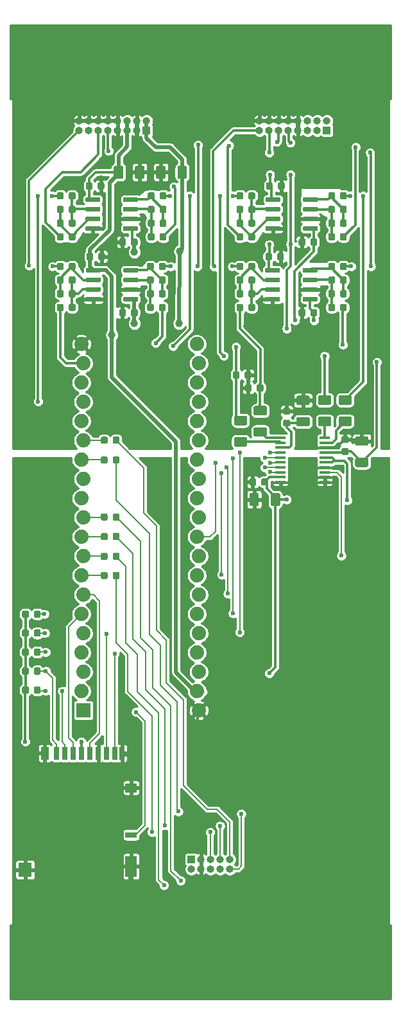
<source format=gbl>
G04 #@! TF.GenerationSoftware,KiCad,Pcbnew,(5.1.4)-1*
G04 #@! TF.CreationDate,2020-06-25T03:09:23+09:00*
G04 #@! TF.ProjectId,voice-dg,766f6963-652d-4646-972e-6b696361645f,rev?*
G04 #@! TF.SameCoordinates,Original*
G04 #@! TF.FileFunction,Copper,L2,Bot*
G04 #@! TF.FilePolarity,Positive*
%FSLAX46Y46*%
G04 Gerber Fmt 4.6, Leading zero omitted, Abs format (unit mm)*
G04 Created by KiCad (PCBNEW (5.1.4)-1) date 2020-06-25 03:09:23*
%MOMM*%
%LPD*%
G04 APERTURE LIST*
%ADD10R,1.358900X0.355600*%
%ADD11O,8.000000X5.200000*%
%ADD12R,1.800000X1.900000*%
%ADD13R,1.500000X2.800000*%
%ADD14R,1.500000X0.800000*%
%ADD15R,1.500000X1.200000*%
%ADD16R,1.000000X1.700000*%
%ADD17R,0.700000X1.700000*%
%ADD18R,1.879600X1.879600*%
%ADD19C,1.879600*%
%ADD20C,0.100000*%
%ADD21C,0.875000*%
%ADD22C,1.250000*%
%ADD23R,1.000000X1.000000*%
%ADD24O,1.000000X1.000000*%
%ADD25C,0.600000*%
%ADD26C,1.000000*%
%ADD27C,0.300000*%
%ADD28C,0.500000*%
%ADD29C,0.200000*%
%ADD30C,0.254000*%
G04 APERTURE END LIST*
D10*
X85772650Y-104475002D03*
X85772650Y-105125001D03*
X85772650Y-105775002D03*
X85772650Y-106425001D03*
X85772650Y-107075002D03*
X85772650Y-107725001D03*
X85772650Y-108375002D03*
X85772650Y-109025001D03*
X85772650Y-109675002D03*
X85772650Y-110325000D03*
X91627350Y-110324998D03*
X91627350Y-109674999D03*
X91627350Y-109024998D03*
X91627350Y-108374999D03*
X91627350Y-107724998D03*
X91627350Y-107074999D03*
X91627350Y-106425001D03*
X91627350Y-105774999D03*
X91627350Y-105125001D03*
X91627350Y-104475000D03*
D11*
X57500000Y-53000000D03*
X93000000Y-175500000D03*
X93000000Y-53000000D03*
X57500000Y-175500000D03*
D12*
X52075000Y-161375000D03*
D13*
X66075000Y-160925000D03*
D14*
X66075000Y-156775000D03*
D15*
X66075000Y-150575000D03*
D16*
X54675000Y-146025000D03*
D17*
X62825000Y-146025000D03*
X61725000Y-146025000D03*
X60625000Y-146025000D03*
X59525000Y-146025000D03*
X58425000Y-146025000D03*
X57325000Y-146025000D03*
X56225000Y-146025000D03*
X63925000Y-146025000D03*
X64875000Y-146025000D03*
D18*
X59757000Y-140380000D03*
D19*
X59503000Y-137840000D03*
X59757000Y-135300000D03*
X59503000Y-132760000D03*
X59757000Y-130220000D03*
X59503000Y-127680000D03*
X59757000Y-125140000D03*
X59503000Y-122600000D03*
X59757000Y-120060000D03*
X59503000Y-117520000D03*
X59757000Y-114980000D03*
X59503000Y-112440000D03*
X59757000Y-109900000D03*
X59503000Y-107360000D03*
X59757000Y-104820000D03*
X59503000Y-102280000D03*
X59757000Y-99740000D03*
X59503000Y-97200000D03*
X59757000Y-94660000D03*
X59503000Y-92120000D03*
X74743000Y-92120000D03*
X74997000Y-94660000D03*
X74743000Y-97200000D03*
X74997000Y-99740000D03*
X74743000Y-102280000D03*
X74997000Y-104820000D03*
X74743000Y-107360000D03*
X74997000Y-109900000D03*
X74743000Y-112440000D03*
X74997000Y-114980000D03*
X74743000Y-117520000D03*
X74997000Y-120060000D03*
X74743000Y-122600000D03*
X74997000Y-125140000D03*
X74743000Y-127680000D03*
X74997000Y-130220000D03*
X74743000Y-132760000D03*
X74997000Y-135300000D03*
X74743000Y-137840000D03*
X74997000Y-140380000D03*
D20*
G36*
X68852691Y-83226053D02*
G01*
X68873926Y-83229203D01*
X68894750Y-83234419D01*
X68914962Y-83241651D01*
X68934368Y-83250830D01*
X68952781Y-83261866D01*
X68970024Y-83274654D01*
X68985930Y-83289070D01*
X69000346Y-83304976D01*
X69013134Y-83322219D01*
X69024170Y-83340632D01*
X69033349Y-83360038D01*
X69040581Y-83380250D01*
X69045797Y-83401074D01*
X69048947Y-83422309D01*
X69050000Y-83443750D01*
X69050000Y-83956250D01*
X69048947Y-83977691D01*
X69045797Y-83998926D01*
X69040581Y-84019750D01*
X69033349Y-84039962D01*
X69024170Y-84059368D01*
X69013134Y-84077781D01*
X69000346Y-84095024D01*
X68985930Y-84110930D01*
X68970024Y-84125346D01*
X68952781Y-84138134D01*
X68934368Y-84149170D01*
X68914962Y-84158349D01*
X68894750Y-84165581D01*
X68873926Y-84170797D01*
X68852691Y-84173947D01*
X68831250Y-84175000D01*
X68393750Y-84175000D01*
X68372309Y-84173947D01*
X68351074Y-84170797D01*
X68330250Y-84165581D01*
X68310038Y-84158349D01*
X68290632Y-84149170D01*
X68272219Y-84138134D01*
X68254976Y-84125346D01*
X68239070Y-84110930D01*
X68224654Y-84095024D01*
X68211866Y-84077781D01*
X68200830Y-84059368D01*
X68191651Y-84039962D01*
X68184419Y-84019750D01*
X68179203Y-83998926D01*
X68176053Y-83977691D01*
X68175000Y-83956250D01*
X68175000Y-83443750D01*
X68176053Y-83422309D01*
X68179203Y-83401074D01*
X68184419Y-83380250D01*
X68191651Y-83360038D01*
X68200830Y-83340632D01*
X68211866Y-83322219D01*
X68224654Y-83304976D01*
X68239070Y-83289070D01*
X68254976Y-83274654D01*
X68272219Y-83261866D01*
X68290632Y-83250830D01*
X68310038Y-83241651D01*
X68330250Y-83234419D01*
X68351074Y-83229203D01*
X68372309Y-83226053D01*
X68393750Y-83225000D01*
X68831250Y-83225000D01*
X68852691Y-83226053D01*
X68852691Y-83226053D01*
G37*
D21*
X68612500Y-83700000D03*
D20*
G36*
X70427691Y-83226053D02*
G01*
X70448926Y-83229203D01*
X70469750Y-83234419D01*
X70489962Y-83241651D01*
X70509368Y-83250830D01*
X70527781Y-83261866D01*
X70545024Y-83274654D01*
X70560930Y-83289070D01*
X70575346Y-83304976D01*
X70588134Y-83322219D01*
X70599170Y-83340632D01*
X70608349Y-83360038D01*
X70615581Y-83380250D01*
X70620797Y-83401074D01*
X70623947Y-83422309D01*
X70625000Y-83443750D01*
X70625000Y-83956250D01*
X70623947Y-83977691D01*
X70620797Y-83998926D01*
X70615581Y-84019750D01*
X70608349Y-84039962D01*
X70599170Y-84059368D01*
X70588134Y-84077781D01*
X70575346Y-84095024D01*
X70560930Y-84110930D01*
X70545024Y-84125346D01*
X70527781Y-84138134D01*
X70509368Y-84149170D01*
X70489962Y-84158349D01*
X70469750Y-84165581D01*
X70448926Y-84170797D01*
X70427691Y-84173947D01*
X70406250Y-84175000D01*
X69968750Y-84175000D01*
X69947309Y-84173947D01*
X69926074Y-84170797D01*
X69905250Y-84165581D01*
X69885038Y-84158349D01*
X69865632Y-84149170D01*
X69847219Y-84138134D01*
X69829976Y-84125346D01*
X69814070Y-84110930D01*
X69799654Y-84095024D01*
X69786866Y-84077781D01*
X69775830Y-84059368D01*
X69766651Y-84039962D01*
X69759419Y-84019750D01*
X69754203Y-83998926D01*
X69751053Y-83977691D01*
X69750000Y-83956250D01*
X69750000Y-83443750D01*
X69751053Y-83422309D01*
X69754203Y-83401074D01*
X69759419Y-83380250D01*
X69766651Y-83360038D01*
X69775830Y-83340632D01*
X69786866Y-83322219D01*
X69799654Y-83304976D01*
X69814070Y-83289070D01*
X69829976Y-83274654D01*
X69847219Y-83261866D01*
X69865632Y-83250830D01*
X69885038Y-83241651D01*
X69905250Y-83234419D01*
X69926074Y-83229203D01*
X69947309Y-83226053D01*
X69968750Y-83225000D01*
X70406250Y-83225000D01*
X70427691Y-83226053D01*
X70427691Y-83226053D01*
G37*
D21*
X70187500Y-83700000D03*
D20*
G36*
X92752691Y-83226053D02*
G01*
X92773926Y-83229203D01*
X92794750Y-83234419D01*
X92814962Y-83241651D01*
X92834368Y-83250830D01*
X92852781Y-83261866D01*
X92870024Y-83274654D01*
X92885930Y-83289070D01*
X92900346Y-83304976D01*
X92913134Y-83322219D01*
X92924170Y-83340632D01*
X92933349Y-83360038D01*
X92940581Y-83380250D01*
X92945797Y-83401074D01*
X92948947Y-83422309D01*
X92950000Y-83443750D01*
X92950000Y-83956250D01*
X92948947Y-83977691D01*
X92945797Y-83998926D01*
X92940581Y-84019750D01*
X92933349Y-84039962D01*
X92924170Y-84059368D01*
X92913134Y-84077781D01*
X92900346Y-84095024D01*
X92885930Y-84110930D01*
X92870024Y-84125346D01*
X92852781Y-84138134D01*
X92834368Y-84149170D01*
X92814962Y-84158349D01*
X92794750Y-84165581D01*
X92773926Y-84170797D01*
X92752691Y-84173947D01*
X92731250Y-84175000D01*
X92293750Y-84175000D01*
X92272309Y-84173947D01*
X92251074Y-84170797D01*
X92230250Y-84165581D01*
X92210038Y-84158349D01*
X92190632Y-84149170D01*
X92172219Y-84138134D01*
X92154976Y-84125346D01*
X92139070Y-84110930D01*
X92124654Y-84095024D01*
X92111866Y-84077781D01*
X92100830Y-84059368D01*
X92091651Y-84039962D01*
X92084419Y-84019750D01*
X92079203Y-83998926D01*
X92076053Y-83977691D01*
X92075000Y-83956250D01*
X92075000Y-83443750D01*
X92076053Y-83422309D01*
X92079203Y-83401074D01*
X92084419Y-83380250D01*
X92091651Y-83360038D01*
X92100830Y-83340632D01*
X92111866Y-83322219D01*
X92124654Y-83304976D01*
X92139070Y-83289070D01*
X92154976Y-83274654D01*
X92172219Y-83261866D01*
X92190632Y-83250830D01*
X92210038Y-83241651D01*
X92230250Y-83234419D01*
X92251074Y-83229203D01*
X92272309Y-83226053D01*
X92293750Y-83225000D01*
X92731250Y-83225000D01*
X92752691Y-83226053D01*
X92752691Y-83226053D01*
G37*
D21*
X92512500Y-83700000D03*
D20*
G36*
X94327691Y-83226053D02*
G01*
X94348926Y-83229203D01*
X94369750Y-83234419D01*
X94389962Y-83241651D01*
X94409368Y-83250830D01*
X94427781Y-83261866D01*
X94445024Y-83274654D01*
X94460930Y-83289070D01*
X94475346Y-83304976D01*
X94488134Y-83322219D01*
X94499170Y-83340632D01*
X94508349Y-83360038D01*
X94515581Y-83380250D01*
X94520797Y-83401074D01*
X94523947Y-83422309D01*
X94525000Y-83443750D01*
X94525000Y-83956250D01*
X94523947Y-83977691D01*
X94520797Y-83998926D01*
X94515581Y-84019750D01*
X94508349Y-84039962D01*
X94499170Y-84059368D01*
X94488134Y-84077781D01*
X94475346Y-84095024D01*
X94460930Y-84110930D01*
X94445024Y-84125346D01*
X94427781Y-84138134D01*
X94409368Y-84149170D01*
X94389962Y-84158349D01*
X94369750Y-84165581D01*
X94348926Y-84170797D01*
X94327691Y-84173947D01*
X94306250Y-84175000D01*
X93868750Y-84175000D01*
X93847309Y-84173947D01*
X93826074Y-84170797D01*
X93805250Y-84165581D01*
X93785038Y-84158349D01*
X93765632Y-84149170D01*
X93747219Y-84138134D01*
X93729976Y-84125346D01*
X93714070Y-84110930D01*
X93699654Y-84095024D01*
X93686866Y-84077781D01*
X93675830Y-84059368D01*
X93666651Y-84039962D01*
X93659419Y-84019750D01*
X93654203Y-83998926D01*
X93651053Y-83977691D01*
X93650000Y-83956250D01*
X93650000Y-83443750D01*
X93651053Y-83422309D01*
X93654203Y-83401074D01*
X93659419Y-83380250D01*
X93666651Y-83360038D01*
X93675830Y-83340632D01*
X93686866Y-83322219D01*
X93699654Y-83304976D01*
X93714070Y-83289070D01*
X93729976Y-83274654D01*
X93747219Y-83261866D01*
X93765632Y-83250830D01*
X93785038Y-83241651D01*
X93805250Y-83234419D01*
X93826074Y-83229203D01*
X93847309Y-83226053D01*
X93868750Y-83225000D01*
X94306250Y-83225000D01*
X94327691Y-83226053D01*
X94327691Y-83226053D01*
G37*
D21*
X94087500Y-83700000D03*
D20*
G36*
X62427691Y-80126053D02*
G01*
X62448926Y-80129203D01*
X62469750Y-80134419D01*
X62489962Y-80141651D01*
X62509368Y-80150830D01*
X62527781Y-80161866D01*
X62545024Y-80174654D01*
X62560930Y-80189070D01*
X62575346Y-80204976D01*
X62588134Y-80222219D01*
X62599170Y-80240632D01*
X62608349Y-80260038D01*
X62615581Y-80280250D01*
X62620797Y-80301074D01*
X62623947Y-80322309D01*
X62625000Y-80343750D01*
X62625000Y-80856250D01*
X62623947Y-80877691D01*
X62620797Y-80898926D01*
X62615581Y-80919750D01*
X62608349Y-80939962D01*
X62599170Y-80959368D01*
X62588134Y-80977781D01*
X62575346Y-80995024D01*
X62560930Y-81010930D01*
X62545024Y-81025346D01*
X62527781Y-81038134D01*
X62509368Y-81049170D01*
X62489962Y-81058349D01*
X62469750Y-81065581D01*
X62448926Y-81070797D01*
X62427691Y-81073947D01*
X62406250Y-81075000D01*
X61968750Y-81075000D01*
X61947309Y-81073947D01*
X61926074Y-81070797D01*
X61905250Y-81065581D01*
X61885038Y-81058349D01*
X61865632Y-81049170D01*
X61847219Y-81038134D01*
X61829976Y-81025346D01*
X61814070Y-81010930D01*
X61799654Y-80995024D01*
X61786866Y-80977781D01*
X61775830Y-80959368D01*
X61766651Y-80939962D01*
X61759419Y-80919750D01*
X61754203Y-80898926D01*
X61751053Y-80877691D01*
X61750000Y-80856250D01*
X61750000Y-80343750D01*
X61751053Y-80322309D01*
X61754203Y-80301074D01*
X61759419Y-80280250D01*
X61766651Y-80260038D01*
X61775830Y-80240632D01*
X61786866Y-80222219D01*
X61799654Y-80204976D01*
X61814070Y-80189070D01*
X61829976Y-80174654D01*
X61847219Y-80161866D01*
X61865632Y-80150830D01*
X61885038Y-80141651D01*
X61905250Y-80134419D01*
X61926074Y-80129203D01*
X61947309Y-80126053D01*
X61968750Y-80125000D01*
X62406250Y-80125000D01*
X62427691Y-80126053D01*
X62427691Y-80126053D01*
G37*
D21*
X62187500Y-80600000D03*
D20*
G36*
X60852691Y-80126053D02*
G01*
X60873926Y-80129203D01*
X60894750Y-80134419D01*
X60914962Y-80141651D01*
X60934368Y-80150830D01*
X60952781Y-80161866D01*
X60970024Y-80174654D01*
X60985930Y-80189070D01*
X61000346Y-80204976D01*
X61013134Y-80222219D01*
X61024170Y-80240632D01*
X61033349Y-80260038D01*
X61040581Y-80280250D01*
X61045797Y-80301074D01*
X61048947Y-80322309D01*
X61050000Y-80343750D01*
X61050000Y-80856250D01*
X61048947Y-80877691D01*
X61045797Y-80898926D01*
X61040581Y-80919750D01*
X61033349Y-80939962D01*
X61024170Y-80959368D01*
X61013134Y-80977781D01*
X61000346Y-80995024D01*
X60985930Y-81010930D01*
X60970024Y-81025346D01*
X60952781Y-81038134D01*
X60934368Y-81049170D01*
X60914962Y-81058349D01*
X60894750Y-81065581D01*
X60873926Y-81070797D01*
X60852691Y-81073947D01*
X60831250Y-81075000D01*
X60393750Y-81075000D01*
X60372309Y-81073947D01*
X60351074Y-81070797D01*
X60330250Y-81065581D01*
X60310038Y-81058349D01*
X60290632Y-81049170D01*
X60272219Y-81038134D01*
X60254976Y-81025346D01*
X60239070Y-81010930D01*
X60224654Y-80995024D01*
X60211866Y-80977781D01*
X60200830Y-80959368D01*
X60191651Y-80939962D01*
X60184419Y-80919750D01*
X60179203Y-80898926D01*
X60176053Y-80877691D01*
X60175000Y-80856250D01*
X60175000Y-80343750D01*
X60176053Y-80322309D01*
X60179203Y-80301074D01*
X60184419Y-80280250D01*
X60191651Y-80260038D01*
X60200830Y-80240632D01*
X60211866Y-80222219D01*
X60224654Y-80204976D01*
X60239070Y-80189070D01*
X60254976Y-80174654D01*
X60272219Y-80161866D01*
X60290632Y-80150830D01*
X60310038Y-80141651D01*
X60330250Y-80134419D01*
X60351074Y-80129203D01*
X60372309Y-80126053D01*
X60393750Y-80125000D01*
X60831250Y-80125000D01*
X60852691Y-80126053D01*
X60852691Y-80126053D01*
G37*
D21*
X60612500Y-80600000D03*
D20*
G36*
X84452691Y-80126053D02*
G01*
X84473926Y-80129203D01*
X84494750Y-80134419D01*
X84514962Y-80141651D01*
X84534368Y-80150830D01*
X84552781Y-80161866D01*
X84570024Y-80174654D01*
X84585930Y-80189070D01*
X84600346Y-80204976D01*
X84613134Y-80222219D01*
X84624170Y-80240632D01*
X84633349Y-80260038D01*
X84640581Y-80280250D01*
X84645797Y-80301074D01*
X84648947Y-80322309D01*
X84650000Y-80343750D01*
X84650000Y-80856250D01*
X84648947Y-80877691D01*
X84645797Y-80898926D01*
X84640581Y-80919750D01*
X84633349Y-80939962D01*
X84624170Y-80959368D01*
X84613134Y-80977781D01*
X84600346Y-80995024D01*
X84585930Y-81010930D01*
X84570024Y-81025346D01*
X84552781Y-81038134D01*
X84534368Y-81049170D01*
X84514962Y-81058349D01*
X84494750Y-81065581D01*
X84473926Y-81070797D01*
X84452691Y-81073947D01*
X84431250Y-81075000D01*
X83993750Y-81075000D01*
X83972309Y-81073947D01*
X83951074Y-81070797D01*
X83930250Y-81065581D01*
X83910038Y-81058349D01*
X83890632Y-81049170D01*
X83872219Y-81038134D01*
X83854976Y-81025346D01*
X83839070Y-81010930D01*
X83824654Y-80995024D01*
X83811866Y-80977781D01*
X83800830Y-80959368D01*
X83791651Y-80939962D01*
X83784419Y-80919750D01*
X83779203Y-80898926D01*
X83776053Y-80877691D01*
X83775000Y-80856250D01*
X83775000Y-80343750D01*
X83776053Y-80322309D01*
X83779203Y-80301074D01*
X83784419Y-80280250D01*
X83791651Y-80260038D01*
X83800830Y-80240632D01*
X83811866Y-80222219D01*
X83824654Y-80204976D01*
X83839070Y-80189070D01*
X83854976Y-80174654D01*
X83872219Y-80161866D01*
X83890632Y-80150830D01*
X83910038Y-80141651D01*
X83930250Y-80134419D01*
X83951074Y-80129203D01*
X83972309Y-80126053D01*
X83993750Y-80125000D01*
X84431250Y-80125000D01*
X84452691Y-80126053D01*
X84452691Y-80126053D01*
G37*
D21*
X84212500Y-80600000D03*
D20*
G36*
X86027691Y-80126053D02*
G01*
X86048926Y-80129203D01*
X86069750Y-80134419D01*
X86089962Y-80141651D01*
X86109368Y-80150830D01*
X86127781Y-80161866D01*
X86145024Y-80174654D01*
X86160930Y-80189070D01*
X86175346Y-80204976D01*
X86188134Y-80222219D01*
X86199170Y-80240632D01*
X86208349Y-80260038D01*
X86215581Y-80280250D01*
X86220797Y-80301074D01*
X86223947Y-80322309D01*
X86225000Y-80343750D01*
X86225000Y-80856250D01*
X86223947Y-80877691D01*
X86220797Y-80898926D01*
X86215581Y-80919750D01*
X86208349Y-80939962D01*
X86199170Y-80959368D01*
X86188134Y-80977781D01*
X86175346Y-80995024D01*
X86160930Y-81010930D01*
X86145024Y-81025346D01*
X86127781Y-81038134D01*
X86109368Y-81049170D01*
X86089962Y-81058349D01*
X86069750Y-81065581D01*
X86048926Y-81070797D01*
X86027691Y-81073947D01*
X86006250Y-81075000D01*
X85568750Y-81075000D01*
X85547309Y-81073947D01*
X85526074Y-81070797D01*
X85505250Y-81065581D01*
X85485038Y-81058349D01*
X85465632Y-81049170D01*
X85447219Y-81038134D01*
X85429976Y-81025346D01*
X85414070Y-81010930D01*
X85399654Y-80995024D01*
X85386866Y-80977781D01*
X85375830Y-80959368D01*
X85366651Y-80939962D01*
X85359419Y-80919750D01*
X85354203Y-80898926D01*
X85351053Y-80877691D01*
X85350000Y-80856250D01*
X85350000Y-80343750D01*
X85351053Y-80322309D01*
X85354203Y-80301074D01*
X85359419Y-80280250D01*
X85366651Y-80260038D01*
X85375830Y-80240632D01*
X85386866Y-80222219D01*
X85399654Y-80204976D01*
X85414070Y-80189070D01*
X85429976Y-80174654D01*
X85447219Y-80161866D01*
X85465632Y-80150830D01*
X85485038Y-80141651D01*
X85505250Y-80134419D01*
X85526074Y-80129203D01*
X85547309Y-80126053D01*
X85568750Y-80125000D01*
X86006250Y-80125000D01*
X86027691Y-80126053D01*
X86027691Y-80126053D01*
G37*
D21*
X85787500Y-80600000D03*
D20*
G36*
X66727691Y-87526053D02*
G01*
X66748926Y-87529203D01*
X66769750Y-87534419D01*
X66789962Y-87541651D01*
X66809368Y-87550830D01*
X66827781Y-87561866D01*
X66845024Y-87574654D01*
X66860930Y-87589070D01*
X66875346Y-87604976D01*
X66888134Y-87622219D01*
X66899170Y-87640632D01*
X66908349Y-87660038D01*
X66915581Y-87680250D01*
X66920797Y-87701074D01*
X66923947Y-87722309D01*
X66925000Y-87743750D01*
X66925000Y-88256250D01*
X66923947Y-88277691D01*
X66920797Y-88298926D01*
X66915581Y-88319750D01*
X66908349Y-88339962D01*
X66899170Y-88359368D01*
X66888134Y-88377781D01*
X66875346Y-88395024D01*
X66860930Y-88410930D01*
X66845024Y-88425346D01*
X66827781Y-88438134D01*
X66809368Y-88449170D01*
X66789962Y-88458349D01*
X66769750Y-88465581D01*
X66748926Y-88470797D01*
X66727691Y-88473947D01*
X66706250Y-88475000D01*
X66268750Y-88475000D01*
X66247309Y-88473947D01*
X66226074Y-88470797D01*
X66205250Y-88465581D01*
X66185038Y-88458349D01*
X66165632Y-88449170D01*
X66147219Y-88438134D01*
X66129976Y-88425346D01*
X66114070Y-88410930D01*
X66099654Y-88395024D01*
X66086866Y-88377781D01*
X66075830Y-88359368D01*
X66066651Y-88339962D01*
X66059419Y-88319750D01*
X66054203Y-88298926D01*
X66051053Y-88277691D01*
X66050000Y-88256250D01*
X66050000Y-87743750D01*
X66051053Y-87722309D01*
X66054203Y-87701074D01*
X66059419Y-87680250D01*
X66066651Y-87660038D01*
X66075830Y-87640632D01*
X66086866Y-87622219D01*
X66099654Y-87604976D01*
X66114070Y-87589070D01*
X66129976Y-87574654D01*
X66147219Y-87561866D01*
X66165632Y-87550830D01*
X66185038Y-87541651D01*
X66205250Y-87534419D01*
X66226074Y-87529203D01*
X66247309Y-87526053D01*
X66268750Y-87525000D01*
X66706250Y-87525000D01*
X66727691Y-87526053D01*
X66727691Y-87526053D01*
G37*
D21*
X66487500Y-88000000D03*
D20*
G36*
X65152691Y-87526053D02*
G01*
X65173926Y-87529203D01*
X65194750Y-87534419D01*
X65214962Y-87541651D01*
X65234368Y-87550830D01*
X65252781Y-87561866D01*
X65270024Y-87574654D01*
X65285930Y-87589070D01*
X65300346Y-87604976D01*
X65313134Y-87622219D01*
X65324170Y-87640632D01*
X65333349Y-87660038D01*
X65340581Y-87680250D01*
X65345797Y-87701074D01*
X65348947Y-87722309D01*
X65350000Y-87743750D01*
X65350000Y-88256250D01*
X65348947Y-88277691D01*
X65345797Y-88298926D01*
X65340581Y-88319750D01*
X65333349Y-88339962D01*
X65324170Y-88359368D01*
X65313134Y-88377781D01*
X65300346Y-88395024D01*
X65285930Y-88410930D01*
X65270024Y-88425346D01*
X65252781Y-88438134D01*
X65234368Y-88449170D01*
X65214962Y-88458349D01*
X65194750Y-88465581D01*
X65173926Y-88470797D01*
X65152691Y-88473947D01*
X65131250Y-88475000D01*
X64693750Y-88475000D01*
X64672309Y-88473947D01*
X64651074Y-88470797D01*
X64630250Y-88465581D01*
X64610038Y-88458349D01*
X64590632Y-88449170D01*
X64572219Y-88438134D01*
X64554976Y-88425346D01*
X64539070Y-88410930D01*
X64524654Y-88395024D01*
X64511866Y-88377781D01*
X64500830Y-88359368D01*
X64491651Y-88339962D01*
X64484419Y-88319750D01*
X64479203Y-88298926D01*
X64476053Y-88277691D01*
X64475000Y-88256250D01*
X64475000Y-87743750D01*
X64476053Y-87722309D01*
X64479203Y-87701074D01*
X64484419Y-87680250D01*
X64491651Y-87660038D01*
X64500830Y-87640632D01*
X64511866Y-87622219D01*
X64524654Y-87604976D01*
X64539070Y-87589070D01*
X64554976Y-87574654D01*
X64572219Y-87561866D01*
X64590632Y-87550830D01*
X64610038Y-87541651D01*
X64630250Y-87534419D01*
X64651074Y-87529203D01*
X64672309Y-87526053D01*
X64693750Y-87525000D01*
X65131250Y-87525000D01*
X65152691Y-87526053D01*
X65152691Y-87526053D01*
G37*
D21*
X64912500Y-88000000D03*
D20*
G36*
X56952691Y-83226053D02*
G01*
X56973926Y-83229203D01*
X56994750Y-83234419D01*
X57014962Y-83241651D01*
X57034368Y-83250830D01*
X57052781Y-83261866D01*
X57070024Y-83274654D01*
X57085930Y-83289070D01*
X57100346Y-83304976D01*
X57113134Y-83322219D01*
X57124170Y-83340632D01*
X57133349Y-83360038D01*
X57140581Y-83380250D01*
X57145797Y-83401074D01*
X57148947Y-83422309D01*
X57150000Y-83443750D01*
X57150000Y-83956250D01*
X57148947Y-83977691D01*
X57145797Y-83998926D01*
X57140581Y-84019750D01*
X57133349Y-84039962D01*
X57124170Y-84059368D01*
X57113134Y-84077781D01*
X57100346Y-84095024D01*
X57085930Y-84110930D01*
X57070024Y-84125346D01*
X57052781Y-84138134D01*
X57034368Y-84149170D01*
X57014962Y-84158349D01*
X56994750Y-84165581D01*
X56973926Y-84170797D01*
X56952691Y-84173947D01*
X56931250Y-84175000D01*
X56493750Y-84175000D01*
X56472309Y-84173947D01*
X56451074Y-84170797D01*
X56430250Y-84165581D01*
X56410038Y-84158349D01*
X56390632Y-84149170D01*
X56372219Y-84138134D01*
X56354976Y-84125346D01*
X56339070Y-84110930D01*
X56324654Y-84095024D01*
X56311866Y-84077781D01*
X56300830Y-84059368D01*
X56291651Y-84039962D01*
X56284419Y-84019750D01*
X56279203Y-83998926D01*
X56276053Y-83977691D01*
X56275000Y-83956250D01*
X56275000Y-83443750D01*
X56276053Y-83422309D01*
X56279203Y-83401074D01*
X56284419Y-83380250D01*
X56291651Y-83360038D01*
X56300830Y-83340632D01*
X56311866Y-83322219D01*
X56324654Y-83304976D01*
X56339070Y-83289070D01*
X56354976Y-83274654D01*
X56372219Y-83261866D01*
X56390632Y-83250830D01*
X56410038Y-83241651D01*
X56430250Y-83234419D01*
X56451074Y-83229203D01*
X56472309Y-83226053D01*
X56493750Y-83225000D01*
X56931250Y-83225000D01*
X56952691Y-83226053D01*
X56952691Y-83226053D01*
G37*
D21*
X56712500Y-83700000D03*
D20*
G36*
X58527691Y-83226053D02*
G01*
X58548926Y-83229203D01*
X58569750Y-83234419D01*
X58589962Y-83241651D01*
X58609368Y-83250830D01*
X58627781Y-83261866D01*
X58645024Y-83274654D01*
X58660930Y-83289070D01*
X58675346Y-83304976D01*
X58688134Y-83322219D01*
X58699170Y-83340632D01*
X58708349Y-83360038D01*
X58715581Y-83380250D01*
X58720797Y-83401074D01*
X58723947Y-83422309D01*
X58725000Y-83443750D01*
X58725000Y-83956250D01*
X58723947Y-83977691D01*
X58720797Y-83998926D01*
X58715581Y-84019750D01*
X58708349Y-84039962D01*
X58699170Y-84059368D01*
X58688134Y-84077781D01*
X58675346Y-84095024D01*
X58660930Y-84110930D01*
X58645024Y-84125346D01*
X58627781Y-84138134D01*
X58609368Y-84149170D01*
X58589962Y-84158349D01*
X58569750Y-84165581D01*
X58548926Y-84170797D01*
X58527691Y-84173947D01*
X58506250Y-84175000D01*
X58068750Y-84175000D01*
X58047309Y-84173947D01*
X58026074Y-84170797D01*
X58005250Y-84165581D01*
X57985038Y-84158349D01*
X57965632Y-84149170D01*
X57947219Y-84138134D01*
X57929976Y-84125346D01*
X57914070Y-84110930D01*
X57899654Y-84095024D01*
X57886866Y-84077781D01*
X57875830Y-84059368D01*
X57866651Y-84039962D01*
X57859419Y-84019750D01*
X57854203Y-83998926D01*
X57851053Y-83977691D01*
X57850000Y-83956250D01*
X57850000Y-83443750D01*
X57851053Y-83422309D01*
X57854203Y-83401074D01*
X57859419Y-83380250D01*
X57866651Y-83360038D01*
X57875830Y-83340632D01*
X57886866Y-83322219D01*
X57899654Y-83304976D01*
X57914070Y-83289070D01*
X57929976Y-83274654D01*
X57947219Y-83261866D01*
X57965632Y-83250830D01*
X57985038Y-83241651D01*
X58005250Y-83234419D01*
X58026074Y-83229203D01*
X58047309Y-83226053D01*
X58068750Y-83225000D01*
X58506250Y-83225000D01*
X58527691Y-83226053D01*
X58527691Y-83226053D01*
G37*
D21*
X58287500Y-83700000D03*
D20*
G36*
X88852691Y-87526053D02*
G01*
X88873926Y-87529203D01*
X88894750Y-87534419D01*
X88914962Y-87541651D01*
X88934368Y-87550830D01*
X88952781Y-87561866D01*
X88970024Y-87574654D01*
X88985930Y-87589070D01*
X89000346Y-87604976D01*
X89013134Y-87622219D01*
X89024170Y-87640632D01*
X89033349Y-87660038D01*
X89040581Y-87680250D01*
X89045797Y-87701074D01*
X89048947Y-87722309D01*
X89050000Y-87743750D01*
X89050000Y-88256250D01*
X89048947Y-88277691D01*
X89045797Y-88298926D01*
X89040581Y-88319750D01*
X89033349Y-88339962D01*
X89024170Y-88359368D01*
X89013134Y-88377781D01*
X89000346Y-88395024D01*
X88985930Y-88410930D01*
X88970024Y-88425346D01*
X88952781Y-88438134D01*
X88934368Y-88449170D01*
X88914962Y-88458349D01*
X88894750Y-88465581D01*
X88873926Y-88470797D01*
X88852691Y-88473947D01*
X88831250Y-88475000D01*
X88393750Y-88475000D01*
X88372309Y-88473947D01*
X88351074Y-88470797D01*
X88330250Y-88465581D01*
X88310038Y-88458349D01*
X88290632Y-88449170D01*
X88272219Y-88438134D01*
X88254976Y-88425346D01*
X88239070Y-88410930D01*
X88224654Y-88395024D01*
X88211866Y-88377781D01*
X88200830Y-88359368D01*
X88191651Y-88339962D01*
X88184419Y-88319750D01*
X88179203Y-88298926D01*
X88176053Y-88277691D01*
X88175000Y-88256250D01*
X88175000Y-87743750D01*
X88176053Y-87722309D01*
X88179203Y-87701074D01*
X88184419Y-87680250D01*
X88191651Y-87660038D01*
X88200830Y-87640632D01*
X88211866Y-87622219D01*
X88224654Y-87604976D01*
X88239070Y-87589070D01*
X88254976Y-87574654D01*
X88272219Y-87561866D01*
X88290632Y-87550830D01*
X88310038Y-87541651D01*
X88330250Y-87534419D01*
X88351074Y-87529203D01*
X88372309Y-87526053D01*
X88393750Y-87525000D01*
X88831250Y-87525000D01*
X88852691Y-87526053D01*
X88852691Y-87526053D01*
G37*
D21*
X88612500Y-88000000D03*
D20*
G36*
X90427691Y-87526053D02*
G01*
X90448926Y-87529203D01*
X90469750Y-87534419D01*
X90489962Y-87541651D01*
X90509368Y-87550830D01*
X90527781Y-87561866D01*
X90545024Y-87574654D01*
X90560930Y-87589070D01*
X90575346Y-87604976D01*
X90588134Y-87622219D01*
X90599170Y-87640632D01*
X90608349Y-87660038D01*
X90615581Y-87680250D01*
X90620797Y-87701074D01*
X90623947Y-87722309D01*
X90625000Y-87743750D01*
X90625000Y-88256250D01*
X90623947Y-88277691D01*
X90620797Y-88298926D01*
X90615581Y-88319750D01*
X90608349Y-88339962D01*
X90599170Y-88359368D01*
X90588134Y-88377781D01*
X90575346Y-88395024D01*
X90560930Y-88410930D01*
X90545024Y-88425346D01*
X90527781Y-88438134D01*
X90509368Y-88449170D01*
X90489962Y-88458349D01*
X90469750Y-88465581D01*
X90448926Y-88470797D01*
X90427691Y-88473947D01*
X90406250Y-88475000D01*
X89968750Y-88475000D01*
X89947309Y-88473947D01*
X89926074Y-88470797D01*
X89905250Y-88465581D01*
X89885038Y-88458349D01*
X89865632Y-88449170D01*
X89847219Y-88438134D01*
X89829976Y-88425346D01*
X89814070Y-88410930D01*
X89799654Y-88395024D01*
X89786866Y-88377781D01*
X89775830Y-88359368D01*
X89766651Y-88339962D01*
X89759419Y-88319750D01*
X89754203Y-88298926D01*
X89751053Y-88277691D01*
X89750000Y-88256250D01*
X89750000Y-87743750D01*
X89751053Y-87722309D01*
X89754203Y-87701074D01*
X89759419Y-87680250D01*
X89766651Y-87660038D01*
X89775830Y-87640632D01*
X89786866Y-87622219D01*
X89799654Y-87604976D01*
X89814070Y-87589070D01*
X89829976Y-87574654D01*
X89847219Y-87561866D01*
X89865632Y-87550830D01*
X89885038Y-87541651D01*
X89905250Y-87534419D01*
X89926074Y-87529203D01*
X89947309Y-87526053D01*
X89968750Y-87525000D01*
X90406250Y-87525000D01*
X90427691Y-87526053D01*
X90427691Y-87526053D01*
G37*
D21*
X90187500Y-88000000D03*
D20*
G36*
X82227691Y-83226053D02*
G01*
X82248926Y-83229203D01*
X82269750Y-83234419D01*
X82289962Y-83241651D01*
X82309368Y-83250830D01*
X82327781Y-83261866D01*
X82345024Y-83274654D01*
X82360930Y-83289070D01*
X82375346Y-83304976D01*
X82388134Y-83322219D01*
X82399170Y-83340632D01*
X82408349Y-83360038D01*
X82415581Y-83380250D01*
X82420797Y-83401074D01*
X82423947Y-83422309D01*
X82425000Y-83443750D01*
X82425000Y-83956250D01*
X82423947Y-83977691D01*
X82420797Y-83998926D01*
X82415581Y-84019750D01*
X82408349Y-84039962D01*
X82399170Y-84059368D01*
X82388134Y-84077781D01*
X82375346Y-84095024D01*
X82360930Y-84110930D01*
X82345024Y-84125346D01*
X82327781Y-84138134D01*
X82309368Y-84149170D01*
X82289962Y-84158349D01*
X82269750Y-84165581D01*
X82248926Y-84170797D01*
X82227691Y-84173947D01*
X82206250Y-84175000D01*
X81768750Y-84175000D01*
X81747309Y-84173947D01*
X81726074Y-84170797D01*
X81705250Y-84165581D01*
X81685038Y-84158349D01*
X81665632Y-84149170D01*
X81647219Y-84138134D01*
X81629976Y-84125346D01*
X81614070Y-84110930D01*
X81599654Y-84095024D01*
X81586866Y-84077781D01*
X81575830Y-84059368D01*
X81566651Y-84039962D01*
X81559419Y-84019750D01*
X81554203Y-83998926D01*
X81551053Y-83977691D01*
X81550000Y-83956250D01*
X81550000Y-83443750D01*
X81551053Y-83422309D01*
X81554203Y-83401074D01*
X81559419Y-83380250D01*
X81566651Y-83360038D01*
X81575830Y-83340632D01*
X81586866Y-83322219D01*
X81599654Y-83304976D01*
X81614070Y-83289070D01*
X81629976Y-83274654D01*
X81647219Y-83261866D01*
X81665632Y-83250830D01*
X81685038Y-83241651D01*
X81705250Y-83234419D01*
X81726074Y-83229203D01*
X81747309Y-83226053D01*
X81768750Y-83225000D01*
X82206250Y-83225000D01*
X82227691Y-83226053D01*
X82227691Y-83226053D01*
G37*
D21*
X81987500Y-83700000D03*
D20*
G36*
X80652691Y-83226053D02*
G01*
X80673926Y-83229203D01*
X80694750Y-83234419D01*
X80714962Y-83241651D01*
X80734368Y-83250830D01*
X80752781Y-83261866D01*
X80770024Y-83274654D01*
X80785930Y-83289070D01*
X80800346Y-83304976D01*
X80813134Y-83322219D01*
X80824170Y-83340632D01*
X80833349Y-83360038D01*
X80840581Y-83380250D01*
X80845797Y-83401074D01*
X80848947Y-83422309D01*
X80850000Y-83443750D01*
X80850000Y-83956250D01*
X80848947Y-83977691D01*
X80845797Y-83998926D01*
X80840581Y-84019750D01*
X80833349Y-84039962D01*
X80824170Y-84059368D01*
X80813134Y-84077781D01*
X80800346Y-84095024D01*
X80785930Y-84110930D01*
X80770024Y-84125346D01*
X80752781Y-84138134D01*
X80734368Y-84149170D01*
X80714962Y-84158349D01*
X80694750Y-84165581D01*
X80673926Y-84170797D01*
X80652691Y-84173947D01*
X80631250Y-84175000D01*
X80193750Y-84175000D01*
X80172309Y-84173947D01*
X80151074Y-84170797D01*
X80130250Y-84165581D01*
X80110038Y-84158349D01*
X80090632Y-84149170D01*
X80072219Y-84138134D01*
X80054976Y-84125346D01*
X80039070Y-84110930D01*
X80024654Y-84095024D01*
X80011866Y-84077781D01*
X80000830Y-84059368D01*
X79991651Y-84039962D01*
X79984419Y-84019750D01*
X79979203Y-83998926D01*
X79976053Y-83977691D01*
X79975000Y-83956250D01*
X79975000Y-83443750D01*
X79976053Y-83422309D01*
X79979203Y-83401074D01*
X79984419Y-83380250D01*
X79991651Y-83360038D01*
X80000830Y-83340632D01*
X80011866Y-83322219D01*
X80024654Y-83304976D01*
X80039070Y-83289070D01*
X80054976Y-83274654D01*
X80072219Y-83261866D01*
X80090632Y-83250830D01*
X80110038Y-83241651D01*
X80130250Y-83234419D01*
X80151074Y-83229203D01*
X80172309Y-83226053D01*
X80193750Y-83225000D01*
X80631250Y-83225000D01*
X80652691Y-83226053D01*
X80652691Y-83226053D01*
G37*
D21*
X80412500Y-83700000D03*
D20*
G36*
X64799504Y-68626204D02*
G01*
X64823773Y-68629804D01*
X64847571Y-68635765D01*
X64870671Y-68644030D01*
X64892849Y-68654520D01*
X64913893Y-68667133D01*
X64933598Y-68681747D01*
X64951777Y-68698223D01*
X64968253Y-68716402D01*
X64982867Y-68736107D01*
X64995480Y-68757151D01*
X65005970Y-68779329D01*
X65014235Y-68802429D01*
X65020196Y-68826227D01*
X65023796Y-68850496D01*
X65025000Y-68875000D01*
X65025000Y-70125000D01*
X65023796Y-70149504D01*
X65020196Y-70173773D01*
X65014235Y-70197571D01*
X65005970Y-70220671D01*
X64995480Y-70242849D01*
X64982867Y-70263893D01*
X64968253Y-70283598D01*
X64951777Y-70301777D01*
X64933598Y-70318253D01*
X64913893Y-70332867D01*
X64892849Y-70345480D01*
X64870671Y-70355970D01*
X64847571Y-70364235D01*
X64823773Y-70370196D01*
X64799504Y-70373796D01*
X64775000Y-70375000D01*
X64025000Y-70375000D01*
X64000496Y-70373796D01*
X63976227Y-70370196D01*
X63952429Y-70364235D01*
X63929329Y-70355970D01*
X63907151Y-70345480D01*
X63886107Y-70332867D01*
X63866402Y-70318253D01*
X63848223Y-70301777D01*
X63831747Y-70283598D01*
X63817133Y-70263893D01*
X63804520Y-70242849D01*
X63794030Y-70220671D01*
X63785765Y-70197571D01*
X63779804Y-70173773D01*
X63776204Y-70149504D01*
X63775000Y-70125000D01*
X63775000Y-68875000D01*
X63776204Y-68850496D01*
X63779804Y-68826227D01*
X63785765Y-68802429D01*
X63794030Y-68779329D01*
X63804520Y-68757151D01*
X63817133Y-68736107D01*
X63831747Y-68716402D01*
X63848223Y-68698223D01*
X63866402Y-68681747D01*
X63886107Y-68667133D01*
X63907151Y-68654520D01*
X63929329Y-68644030D01*
X63952429Y-68635765D01*
X63976227Y-68629804D01*
X64000496Y-68626204D01*
X64025000Y-68625000D01*
X64775000Y-68625000D01*
X64799504Y-68626204D01*
X64799504Y-68626204D01*
G37*
D22*
X64400000Y-69500000D03*
D20*
G36*
X67599504Y-68626204D02*
G01*
X67623773Y-68629804D01*
X67647571Y-68635765D01*
X67670671Y-68644030D01*
X67692849Y-68654520D01*
X67713893Y-68667133D01*
X67733598Y-68681747D01*
X67751777Y-68698223D01*
X67768253Y-68716402D01*
X67782867Y-68736107D01*
X67795480Y-68757151D01*
X67805970Y-68779329D01*
X67814235Y-68802429D01*
X67820196Y-68826227D01*
X67823796Y-68850496D01*
X67825000Y-68875000D01*
X67825000Y-70125000D01*
X67823796Y-70149504D01*
X67820196Y-70173773D01*
X67814235Y-70197571D01*
X67805970Y-70220671D01*
X67795480Y-70242849D01*
X67782867Y-70263893D01*
X67768253Y-70283598D01*
X67751777Y-70301777D01*
X67733598Y-70318253D01*
X67713893Y-70332867D01*
X67692849Y-70345480D01*
X67670671Y-70355970D01*
X67647571Y-70364235D01*
X67623773Y-70370196D01*
X67599504Y-70373796D01*
X67575000Y-70375000D01*
X66825000Y-70375000D01*
X66800496Y-70373796D01*
X66776227Y-70370196D01*
X66752429Y-70364235D01*
X66729329Y-70355970D01*
X66707151Y-70345480D01*
X66686107Y-70332867D01*
X66666402Y-70318253D01*
X66648223Y-70301777D01*
X66631747Y-70283598D01*
X66617133Y-70263893D01*
X66604520Y-70242849D01*
X66594030Y-70220671D01*
X66585765Y-70197571D01*
X66579804Y-70173773D01*
X66576204Y-70149504D01*
X66575000Y-70125000D01*
X66575000Y-68875000D01*
X66576204Y-68850496D01*
X66579804Y-68826227D01*
X66585765Y-68802429D01*
X66594030Y-68779329D01*
X66604520Y-68757151D01*
X66617133Y-68736107D01*
X66631747Y-68716402D01*
X66648223Y-68698223D01*
X66666402Y-68681747D01*
X66686107Y-68667133D01*
X66707151Y-68654520D01*
X66729329Y-68644030D01*
X66752429Y-68635765D01*
X66776227Y-68629804D01*
X66800496Y-68626204D01*
X66825000Y-68625000D01*
X67575000Y-68625000D01*
X67599504Y-68626204D01*
X67599504Y-68626204D01*
G37*
D22*
X67200000Y-69500000D03*
D20*
G36*
X70527691Y-73926053D02*
G01*
X70548926Y-73929203D01*
X70569750Y-73934419D01*
X70589962Y-73941651D01*
X70609368Y-73950830D01*
X70627781Y-73961866D01*
X70645024Y-73974654D01*
X70660930Y-73989070D01*
X70675346Y-74004976D01*
X70688134Y-74022219D01*
X70699170Y-74040632D01*
X70708349Y-74060038D01*
X70715581Y-74080250D01*
X70720797Y-74101074D01*
X70723947Y-74122309D01*
X70725000Y-74143750D01*
X70725000Y-74656250D01*
X70723947Y-74677691D01*
X70720797Y-74698926D01*
X70715581Y-74719750D01*
X70708349Y-74739962D01*
X70699170Y-74759368D01*
X70688134Y-74777781D01*
X70675346Y-74795024D01*
X70660930Y-74810930D01*
X70645024Y-74825346D01*
X70627781Y-74838134D01*
X70609368Y-74849170D01*
X70589962Y-74858349D01*
X70569750Y-74865581D01*
X70548926Y-74870797D01*
X70527691Y-74873947D01*
X70506250Y-74875000D01*
X70068750Y-74875000D01*
X70047309Y-74873947D01*
X70026074Y-74870797D01*
X70005250Y-74865581D01*
X69985038Y-74858349D01*
X69965632Y-74849170D01*
X69947219Y-74838134D01*
X69929976Y-74825346D01*
X69914070Y-74810930D01*
X69899654Y-74795024D01*
X69886866Y-74777781D01*
X69875830Y-74759368D01*
X69866651Y-74739962D01*
X69859419Y-74719750D01*
X69854203Y-74698926D01*
X69851053Y-74677691D01*
X69850000Y-74656250D01*
X69850000Y-74143750D01*
X69851053Y-74122309D01*
X69854203Y-74101074D01*
X69859419Y-74080250D01*
X69866651Y-74060038D01*
X69875830Y-74040632D01*
X69886866Y-74022219D01*
X69899654Y-74004976D01*
X69914070Y-73989070D01*
X69929976Y-73974654D01*
X69947219Y-73961866D01*
X69965632Y-73950830D01*
X69985038Y-73941651D01*
X70005250Y-73934419D01*
X70026074Y-73929203D01*
X70047309Y-73926053D01*
X70068750Y-73925000D01*
X70506250Y-73925000D01*
X70527691Y-73926053D01*
X70527691Y-73926053D01*
G37*
D21*
X70287500Y-74400000D03*
D20*
G36*
X68952691Y-73926053D02*
G01*
X68973926Y-73929203D01*
X68994750Y-73934419D01*
X69014962Y-73941651D01*
X69034368Y-73950830D01*
X69052781Y-73961866D01*
X69070024Y-73974654D01*
X69085930Y-73989070D01*
X69100346Y-74004976D01*
X69113134Y-74022219D01*
X69124170Y-74040632D01*
X69133349Y-74060038D01*
X69140581Y-74080250D01*
X69145797Y-74101074D01*
X69148947Y-74122309D01*
X69150000Y-74143750D01*
X69150000Y-74656250D01*
X69148947Y-74677691D01*
X69145797Y-74698926D01*
X69140581Y-74719750D01*
X69133349Y-74739962D01*
X69124170Y-74759368D01*
X69113134Y-74777781D01*
X69100346Y-74795024D01*
X69085930Y-74810930D01*
X69070024Y-74825346D01*
X69052781Y-74838134D01*
X69034368Y-74849170D01*
X69014962Y-74858349D01*
X68994750Y-74865581D01*
X68973926Y-74870797D01*
X68952691Y-74873947D01*
X68931250Y-74875000D01*
X68493750Y-74875000D01*
X68472309Y-74873947D01*
X68451074Y-74870797D01*
X68430250Y-74865581D01*
X68410038Y-74858349D01*
X68390632Y-74849170D01*
X68372219Y-74838134D01*
X68354976Y-74825346D01*
X68339070Y-74810930D01*
X68324654Y-74795024D01*
X68311866Y-74777781D01*
X68300830Y-74759368D01*
X68291651Y-74739962D01*
X68284419Y-74719750D01*
X68279203Y-74698926D01*
X68276053Y-74677691D01*
X68275000Y-74656250D01*
X68275000Y-74143750D01*
X68276053Y-74122309D01*
X68279203Y-74101074D01*
X68284419Y-74080250D01*
X68291651Y-74060038D01*
X68300830Y-74040632D01*
X68311866Y-74022219D01*
X68324654Y-74004976D01*
X68339070Y-73989070D01*
X68354976Y-73974654D01*
X68372219Y-73961866D01*
X68390632Y-73950830D01*
X68410038Y-73941651D01*
X68430250Y-73934419D01*
X68451074Y-73929203D01*
X68472309Y-73926053D01*
X68493750Y-73925000D01*
X68931250Y-73925000D01*
X68952691Y-73926053D01*
X68952691Y-73926053D01*
G37*
D21*
X68712500Y-74400000D03*
D20*
G36*
X92752691Y-73926053D02*
G01*
X92773926Y-73929203D01*
X92794750Y-73934419D01*
X92814962Y-73941651D01*
X92834368Y-73950830D01*
X92852781Y-73961866D01*
X92870024Y-73974654D01*
X92885930Y-73989070D01*
X92900346Y-74004976D01*
X92913134Y-74022219D01*
X92924170Y-74040632D01*
X92933349Y-74060038D01*
X92940581Y-74080250D01*
X92945797Y-74101074D01*
X92948947Y-74122309D01*
X92950000Y-74143750D01*
X92950000Y-74656250D01*
X92948947Y-74677691D01*
X92945797Y-74698926D01*
X92940581Y-74719750D01*
X92933349Y-74739962D01*
X92924170Y-74759368D01*
X92913134Y-74777781D01*
X92900346Y-74795024D01*
X92885930Y-74810930D01*
X92870024Y-74825346D01*
X92852781Y-74838134D01*
X92834368Y-74849170D01*
X92814962Y-74858349D01*
X92794750Y-74865581D01*
X92773926Y-74870797D01*
X92752691Y-74873947D01*
X92731250Y-74875000D01*
X92293750Y-74875000D01*
X92272309Y-74873947D01*
X92251074Y-74870797D01*
X92230250Y-74865581D01*
X92210038Y-74858349D01*
X92190632Y-74849170D01*
X92172219Y-74838134D01*
X92154976Y-74825346D01*
X92139070Y-74810930D01*
X92124654Y-74795024D01*
X92111866Y-74777781D01*
X92100830Y-74759368D01*
X92091651Y-74739962D01*
X92084419Y-74719750D01*
X92079203Y-74698926D01*
X92076053Y-74677691D01*
X92075000Y-74656250D01*
X92075000Y-74143750D01*
X92076053Y-74122309D01*
X92079203Y-74101074D01*
X92084419Y-74080250D01*
X92091651Y-74060038D01*
X92100830Y-74040632D01*
X92111866Y-74022219D01*
X92124654Y-74004976D01*
X92139070Y-73989070D01*
X92154976Y-73974654D01*
X92172219Y-73961866D01*
X92190632Y-73950830D01*
X92210038Y-73941651D01*
X92230250Y-73934419D01*
X92251074Y-73929203D01*
X92272309Y-73926053D01*
X92293750Y-73925000D01*
X92731250Y-73925000D01*
X92752691Y-73926053D01*
X92752691Y-73926053D01*
G37*
D21*
X92512500Y-74400000D03*
D20*
G36*
X94327691Y-73926053D02*
G01*
X94348926Y-73929203D01*
X94369750Y-73934419D01*
X94389962Y-73941651D01*
X94409368Y-73950830D01*
X94427781Y-73961866D01*
X94445024Y-73974654D01*
X94460930Y-73989070D01*
X94475346Y-74004976D01*
X94488134Y-74022219D01*
X94499170Y-74040632D01*
X94508349Y-74060038D01*
X94515581Y-74080250D01*
X94520797Y-74101074D01*
X94523947Y-74122309D01*
X94525000Y-74143750D01*
X94525000Y-74656250D01*
X94523947Y-74677691D01*
X94520797Y-74698926D01*
X94515581Y-74719750D01*
X94508349Y-74739962D01*
X94499170Y-74759368D01*
X94488134Y-74777781D01*
X94475346Y-74795024D01*
X94460930Y-74810930D01*
X94445024Y-74825346D01*
X94427781Y-74838134D01*
X94409368Y-74849170D01*
X94389962Y-74858349D01*
X94369750Y-74865581D01*
X94348926Y-74870797D01*
X94327691Y-74873947D01*
X94306250Y-74875000D01*
X93868750Y-74875000D01*
X93847309Y-74873947D01*
X93826074Y-74870797D01*
X93805250Y-74865581D01*
X93785038Y-74858349D01*
X93765632Y-74849170D01*
X93747219Y-74838134D01*
X93729976Y-74825346D01*
X93714070Y-74810930D01*
X93699654Y-74795024D01*
X93686866Y-74777781D01*
X93675830Y-74759368D01*
X93666651Y-74739962D01*
X93659419Y-74719750D01*
X93654203Y-74698926D01*
X93651053Y-74677691D01*
X93650000Y-74656250D01*
X93650000Y-74143750D01*
X93651053Y-74122309D01*
X93654203Y-74101074D01*
X93659419Y-74080250D01*
X93666651Y-74060038D01*
X93675830Y-74040632D01*
X93686866Y-74022219D01*
X93699654Y-74004976D01*
X93714070Y-73989070D01*
X93729976Y-73974654D01*
X93747219Y-73961866D01*
X93765632Y-73950830D01*
X93785038Y-73941651D01*
X93805250Y-73934419D01*
X93826074Y-73929203D01*
X93847309Y-73926053D01*
X93868750Y-73925000D01*
X94306250Y-73925000D01*
X94327691Y-73926053D01*
X94327691Y-73926053D01*
G37*
D21*
X94087500Y-74400000D03*
D20*
G36*
X70399504Y-68626204D02*
G01*
X70423773Y-68629804D01*
X70447571Y-68635765D01*
X70470671Y-68644030D01*
X70492849Y-68654520D01*
X70513893Y-68667133D01*
X70533598Y-68681747D01*
X70551777Y-68698223D01*
X70568253Y-68716402D01*
X70582867Y-68736107D01*
X70595480Y-68757151D01*
X70605970Y-68779329D01*
X70614235Y-68802429D01*
X70620196Y-68826227D01*
X70623796Y-68850496D01*
X70625000Y-68875000D01*
X70625000Y-70125000D01*
X70623796Y-70149504D01*
X70620196Y-70173773D01*
X70614235Y-70197571D01*
X70605970Y-70220671D01*
X70595480Y-70242849D01*
X70582867Y-70263893D01*
X70568253Y-70283598D01*
X70551777Y-70301777D01*
X70533598Y-70318253D01*
X70513893Y-70332867D01*
X70492849Y-70345480D01*
X70470671Y-70355970D01*
X70447571Y-70364235D01*
X70423773Y-70370196D01*
X70399504Y-70373796D01*
X70375000Y-70375000D01*
X69625000Y-70375000D01*
X69600496Y-70373796D01*
X69576227Y-70370196D01*
X69552429Y-70364235D01*
X69529329Y-70355970D01*
X69507151Y-70345480D01*
X69486107Y-70332867D01*
X69466402Y-70318253D01*
X69448223Y-70301777D01*
X69431747Y-70283598D01*
X69417133Y-70263893D01*
X69404520Y-70242849D01*
X69394030Y-70220671D01*
X69385765Y-70197571D01*
X69379804Y-70173773D01*
X69376204Y-70149504D01*
X69375000Y-70125000D01*
X69375000Y-68875000D01*
X69376204Y-68850496D01*
X69379804Y-68826227D01*
X69385765Y-68802429D01*
X69394030Y-68779329D01*
X69404520Y-68757151D01*
X69417133Y-68736107D01*
X69431747Y-68716402D01*
X69448223Y-68698223D01*
X69466402Y-68681747D01*
X69486107Y-68667133D01*
X69507151Y-68654520D01*
X69529329Y-68644030D01*
X69552429Y-68635765D01*
X69576227Y-68629804D01*
X69600496Y-68626204D01*
X69625000Y-68625000D01*
X70375000Y-68625000D01*
X70399504Y-68626204D01*
X70399504Y-68626204D01*
G37*
D22*
X70000000Y-69500000D03*
D20*
G36*
X73199504Y-68626204D02*
G01*
X73223773Y-68629804D01*
X73247571Y-68635765D01*
X73270671Y-68644030D01*
X73292849Y-68654520D01*
X73313893Y-68667133D01*
X73333598Y-68681747D01*
X73351777Y-68698223D01*
X73368253Y-68716402D01*
X73382867Y-68736107D01*
X73395480Y-68757151D01*
X73405970Y-68779329D01*
X73414235Y-68802429D01*
X73420196Y-68826227D01*
X73423796Y-68850496D01*
X73425000Y-68875000D01*
X73425000Y-70125000D01*
X73423796Y-70149504D01*
X73420196Y-70173773D01*
X73414235Y-70197571D01*
X73405970Y-70220671D01*
X73395480Y-70242849D01*
X73382867Y-70263893D01*
X73368253Y-70283598D01*
X73351777Y-70301777D01*
X73333598Y-70318253D01*
X73313893Y-70332867D01*
X73292849Y-70345480D01*
X73270671Y-70355970D01*
X73247571Y-70364235D01*
X73223773Y-70370196D01*
X73199504Y-70373796D01*
X73175000Y-70375000D01*
X72425000Y-70375000D01*
X72400496Y-70373796D01*
X72376227Y-70370196D01*
X72352429Y-70364235D01*
X72329329Y-70355970D01*
X72307151Y-70345480D01*
X72286107Y-70332867D01*
X72266402Y-70318253D01*
X72248223Y-70301777D01*
X72231747Y-70283598D01*
X72217133Y-70263893D01*
X72204520Y-70242849D01*
X72194030Y-70220671D01*
X72185765Y-70197571D01*
X72179804Y-70173773D01*
X72176204Y-70149504D01*
X72175000Y-70125000D01*
X72175000Y-68875000D01*
X72176204Y-68850496D01*
X72179804Y-68826227D01*
X72185765Y-68802429D01*
X72194030Y-68779329D01*
X72204520Y-68757151D01*
X72217133Y-68736107D01*
X72231747Y-68716402D01*
X72248223Y-68698223D01*
X72266402Y-68681747D01*
X72286107Y-68667133D01*
X72307151Y-68654520D01*
X72329329Y-68644030D01*
X72352429Y-68635765D01*
X72376227Y-68629804D01*
X72400496Y-68626204D01*
X72425000Y-68625000D01*
X73175000Y-68625000D01*
X73199504Y-68626204D01*
X73199504Y-68626204D01*
G37*
D22*
X72800000Y-69500000D03*
D20*
G36*
X60752691Y-70826053D02*
G01*
X60773926Y-70829203D01*
X60794750Y-70834419D01*
X60814962Y-70841651D01*
X60834368Y-70850830D01*
X60852781Y-70861866D01*
X60870024Y-70874654D01*
X60885930Y-70889070D01*
X60900346Y-70904976D01*
X60913134Y-70922219D01*
X60924170Y-70940632D01*
X60933349Y-70960038D01*
X60940581Y-70980250D01*
X60945797Y-71001074D01*
X60948947Y-71022309D01*
X60950000Y-71043750D01*
X60950000Y-71556250D01*
X60948947Y-71577691D01*
X60945797Y-71598926D01*
X60940581Y-71619750D01*
X60933349Y-71639962D01*
X60924170Y-71659368D01*
X60913134Y-71677781D01*
X60900346Y-71695024D01*
X60885930Y-71710930D01*
X60870024Y-71725346D01*
X60852781Y-71738134D01*
X60834368Y-71749170D01*
X60814962Y-71758349D01*
X60794750Y-71765581D01*
X60773926Y-71770797D01*
X60752691Y-71773947D01*
X60731250Y-71775000D01*
X60293750Y-71775000D01*
X60272309Y-71773947D01*
X60251074Y-71770797D01*
X60230250Y-71765581D01*
X60210038Y-71758349D01*
X60190632Y-71749170D01*
X60172219Y-71738134D01*
X60154976Y-71725346D01*
X60139070Y-71710930D01*
X60124654Y-71695024D01*
X60111866Y-71677781D01*
X60100830Y-71659368D01*
X60091651Y-71639962D01*
X60084419Y-71619750D01*
X60079203Y-71598926D01*
X60076053Y-71577691D01*
X60075000Y-71556250D01*
X60075000Y-71043750D01*
X60076053Y-71022309D01*
X60079203Y-71001074D01*
X60084419Y-70980250D01*
X60091651Y-70960038D01*
X60100830Y-70940632D01*
X60111866Y-70922219D01*
X60124654Y-70904976D01*
X60139070Y-70889070D01*
X60154976Y-70874654D01*
X60172219Y-70861866D01*
X60190632Y-70850830D01*
X60210038Y-70841651D01*
X60230250Y-70834419D01*
X60251074Y-70829203D01*
X60272309Y-70826053D01*
X60293750Y-70825000D01*
X60731250Y-70825000D01*
X60752691Y-70826053D01*
X60752691Y-70826053D01*
G37*
D21*
X60512500Y-71300000D03*
D20*
G36*
X62327691Y-70826053D02*
G01*
X62348926Y-70829203D01*
X62369750Y-70834419D01*
X62389962Y-70841651D01*
X62409368Y-70850830D01*
X62427781Y-70861866D01*
X62445024Y-70874654D01*
X62460930Y-70889070D01*
X62475346Y-70904976D01*
X62488134Y-70922219D01*
X62499170Y-70940632D01*
X62508349Y-70960038D01*
X62515581Y-70980250D01*
X62520797Y-71001074D01*
X62523947Y-71022309D01*
X62525000Y-71043750D01*
X62525000Y-71556250D01*
X62523947Y-71577691D01*
X62520797Y-71598926D01*
X62515581Y-71619750D01*
X62508349Y-71639962D01*
X62499170Y-71659368D01*
X62488134Y-71677781D01*
X62475346Y-71695024D01*
X62460930Y-71710930D01*
X62445024Y-71725346D01*
X62427781Y-71738134D01*
X62409368Y-71749170D01*
X62389962Y-71758349D01*
X62369750Y-71765581D01*
X62348926Y-71770797D01*
X62327691Y-71773947D01*
X62306250Y-71775000D01*
X61868750Y-71775000D01*
X61847309Y-71773947D01*
X61826074Y-71770797D01*
X61805250Y-71765581D01*
X61785038Y-71758349D01*
X61765632Y-71749170D01*
X61747219Y-71738134D01*
X61729976Y-71725346D01*
X61714070Y-71710930D01*
X61699654Y-71695024D01*
X61686866Y-71677781D01*
X61675830Y-71659368D01*
X61666651Y-71639962D01*
X61659419Y-71619750D01*
X61654203Y-71598926D01*
X61651053Y-71577691D01*
X61650000Y-71556250D01*
X61650000Y-71043750D01*
X61651053Y-71022309D01*
X61654203Y-71001074D01*
X61659419Y-70980250D01*
X61666651Y-70960038D01*
X61675830Y-70940632D01*
X61686866Y-70922219D01*
X61699654Y-70904976D01*
X61714070Y-70889070D01*
X61729976Y-70874654D01*
X61747219Y-70861866D01*
X61765632Y-70850830D01*
X61785038Y-70841651D01*
X61805250Y-70834419D01*
X61826074Y-70829203D01*
X61847309Y-70826053D01*
X61868750Y-70825000D01*
X62306250Y-70825000D01*
X62327691Y-70826053D01*
X62327691Y-70826053D01*
G37*
D21*
X62087500Y-71300000D03*
D20*
G36*
X86127691Y-70826053D02*
G01*
X86148926Y-70829203D01*
X86169750Y-70834419D01*
X86189962Y-70841651D01*
X86209368Y-70850830D01*
X86227781Y-70861866D01*
X86245024Y-70874654D01*
X86260930Y-70889070D01*
X86275346Y-70904976D01*
X86288134Y-70922219D01*
X86299170Y-70940632D01*
X86308349Y-70960038D01*
X86315581Y-70980250D01*
X86320797Y-71001074D01*
X86323947Y-71022309D01*
X86325000Y-71043750D01*
X86325000Y-71556250D01*
X86323947Y-71577691D01*
X86320797Y-71598926D01*
X86315581Y-71619750D01*
X86308349Y-71639962D01*
X86299170Y-71659368D01*
X86288134Y-71677781D01*
X86275346Y-71695024D01*
X86260930Y-71710930D01*
X86245024Y-71725346D01*
X86227781Y-71738134D01*
X86209368Y-71749170D01*
X86189962Y-71758349D01*
X86169750Y-71765581D01*
X86148926Y-71770797D01*
X86127691Y-71773947D01*
X86106250Y-71775000D01*
X85668750Y-71775000D01*
X85647309Y-71773947D01*
X85626074Y-71770797D01*
X85605250Y-71765581D01*
X85585038Y-71758349D01*
X85565632Y-71749170D01*
X85547219Y-71738134D01*
X85529976Y-71725346D01*
X85514070Y-71710930D01*
X85499654Y-71695024D01*
X85486866Y-71677781D01*
X85475830Y-71659368D01*
X85466651Y-71639962D01*
X85459419Y-71619750D01*
X85454203Y-71598926D01*
X85451053Y-71577691D01*
X85450000Y-71556250D01*
X85450000Y-71043750D01*
X85451053Y-71022309D01*
X85454203Y-71001074D01*
X85459419Y-70980250D01*
X85466651Y-70960038D01*
X85475830Y-70940632D01*
X85486866Y-70922219D01*
X85499654Y-70904976D01*
X85514070Y-70889070D01*
X85529976Y-70874654D01*
X85547219Y-70861866D01*
X85565632Y-70850830D01*
X85585038Y-70841651D01*
X85605250Y-70834419D01*
X85626074Y-70829203D01*
X85647309Y-70826053D01*
X85668750Y-70825000D01*
X86106250Y-70825000D01*
X86127691Y-70826053D01*
X86127691Y-70826053D01*
G37*
D21*
X85887500Y-71300000D03*
D20*
G36*
X84552691Y-70826053D02*
G01*
X84573926Y-70829203D01*
X84594750Y-70834419D01*
X84614962Y-70841651D01*
X84634368Y-70850830D01*
X84652781Y-70861866D01*
X84670024Y-70874654D01*
X84685930Y-70889070D01*
X84700346Y-70904976D01*
X84713134Y-70922219D01*
X84724170Y-70940632D01*
X84733349Y-70960038D01*
X84740581Y-70980250D01*
X84745797Y-71001074D01*
X84748947Y-71022309D01*
X84750000Y-71043750D01*
X84750000Y-71556250D01*
X84748947Y-71577691D01*
X84745797Y-71598926D01*
X84740581Y-71619750D01*
X84733349Y-71639962D01*
X84724170Y-71659368D01*
X84713134Y-71677781D01*
X84700346Y-71695024D01*
X84685930Y-71710930D01*
X84670024Y-71725346D01*
X84652781Y-71738134D01*
X84634368Y-71749170D01*
X84614962Y-71758349D01*
X84594750Y-71765581D01*
X84573926Y-71770797D01*
X84552691Y-71773947D01*
X84531250Y-71775000D01*
X84093750Y-71775000D01*
X84072309Y-71773947D01*
X84051074Y-71770797D01*
X84030250Y-71765581D01*
X84010038Y-71758349D01*
X83990632Y-71749170D01*
X83972219Y-71738134D01*
X83954976Y-71725346D01*
X83939070Y-71710930D01*
X83924654Y-71695024D01*
X83911866Y-71677781D01*
X83900830Y-71659368D01*
X83891651Y-71639962D01*
X83884419Y-71619750D01*
X83879203Y-71598926D01*
X83876053Y-71577691D01*
X83875000Y-71556250D01*
X83875000Y-71043750D01*
X83876053Y-71022309D01*
X83879203Y-71001074D01*
X83884419Y-70980250D01*
X83891651Y-70960038D01*
X83900830Y-70940632D01*
X83911866Y-70922219D01*
X83924654Y-70904976D01*
X83939070Y-70889070D01*
X83954976Y-70874654D01*
X83972219Y-70861866D01*
X83990632Y-70850830D01*
X84010038Y-70841651D01*
X84030250Y-70834419D01*
X84051074Y-70829203D01*
X84072309Y-70826053D01*
X84093750Y-70825000D01*
X84531250Y-70825000D01*
X84552691Y-70826053D01*
X84552691Y-70826053D01*
G37*
D21*
X84312500Y-71300000D03*
D20*
G36*
X58527691Y-73926053D02*
G01*
X58548926Y-73929203D01*
X58569750Y-73934419D01*
X58589962Y-73941651D01*
X58609368Y-73950830D01*
X58627781Y-73961866D01*
X58645024Y-73974654D01*
X58660930Y-73989070D01*
X58675346Y-74004976D01*
X58688134Y-74022219D01*
X58699170Y-74040632D01*
X58708349Y-74060038D01*
X58715581Y-74080250D01*
X58720797Y-74101074D01*
X58723947Y-74122309D01*
X58725000Y-74143750D01*
X58725000Y-74656250D01*
X58723947Y-74677691D01*
X58720797Y-74698926D01*
X58715581Y-74719750D01*
X58708349Y-74739962D01*
X58699170Y-74759368D01*
X58688134Y-74777781D01*
X58675346Y-74795024D01*
X58660930Y-74810930D01*
X58645024Y-74825346D01*
X58627781Y-74838134D01*
X58609368Y-74849170D01*
X58589962Y-74858349D01*
X58569750Y-74865581D01*
X58548926Y-74870797D01*
X58527691Y-74873947D01*
X58506250Y-74875000D01*
X58068750Y-74875000D01*
X58047309Y-74873947D01*
X58026074Y-74870797D01*
X58005250Y-74865581D01*
X57985038Y-74858349D01*
X57965632Y-74849170D01*
X57947219Y-74838134D01*
X57929976Y-74825346D01*
X57914070Y-74810930D01*
X57899654Y-74795024D01*
X57886866Y-74777781D01*
X57875830Y-74759368D01*
X57866651Y-74739962D01*
X57859419Y-74719750D01*
X57854203Y-74698926D01*
X57851053Y-74677691D01*
X57850000Y-74656250D01*
X57850000Y-74143750D01*
X57851053Y-74122309D01*
X57854203Y-74101074D01*
X57859419Y-74080250D01*
X57866651Y-74060038D01*
X57875830Y-74040632D01*
X57886866Y-74022219D01*
X57899654Y-74004976D01*
X57914070Y-73989070D01*
X57929976Y-73974654D01*
X57947219Y-73961866D01*
X57965632Y-73950830D01*
X57985038Y-73941651D01*
X58005250Y-73934419D01*
X58026074Y-73929203D01*
X58047309Y-73926053D01*
X58068750Y-73925000D01*
X58506250Y-73925000D01*
X58527691Y-73926053D01*
X58527691Y-73926053D01*
G37*
D21*
X58287500Y-74400000D03*
D20*
G36*
X56952691Y-73926053D02*
G01*
X56973926Y-73929203D01*
X56994750Y-73934419D01*
X57014962Y-73941651D01*
X57034368Y-73950830D01*
X57052781Y-73961866D01*
X57070024Y-73974654D01*
X57085930Y-73989070D01*
X57100346Y-74004976D01*
X57113134Y-74022219D01*
X57124170Y-74040632D01*
X57133349Y-74060038D01*
X57140581Y-74080250D01*
X57145797Y-74101074D01*
X57148947Y-74122309D01*
X57150000Y-74143750D01*
X57150000Y-74656250D01*
X57148947Y-74677691D01*
X57145797Y-74698926D01*
X57140581Y-74719750D01*
X57133349Y-74739962D01*
X57124170Y-74759368D01*
X57113134Y-74777781D01*
X57100346Y-74795024D01*
X57085930Y-74810930D01*
X57070024Y-74825346D01*
X57052781Y-74838134D01*
X57034368Y-74849170D01*
X57014962Y-74858349D01*
X56994750Y-74865581D01*
X56973926Y-74870797D01*
X56952691Y-74873947D01*
X56931250Y-74875000D01*
X56493750Y-74875000D01*
X56472309Y-74873947D01*
X56451074Y-74870797D01*
X56430250Y-74865581D01*
X56410038Y-74858349D01*
X56390632Y-74849170D01*
X56372219Y-74838134D01*
X56354976Y-74825346D01*
X56339070Y-74810930D01*
X56324654Y-74795024D01*
X56311866Y-74777781D01*
X56300830Y-74759368D01*
X56291651Y-74739962D01*
X56284419Y-74719750D01*
X56279203Y-74698926D01*
X56276053Y-74677691D01*
X56275000Y-74656250D01*
X56275000Y-74143750D01*
X56276053Y-74122309D01*
X56279203Y-74101074D01*
X56284419Y-74080250D01*
X56291651Y-74060038D01*
X56300830Y-74040632D01*
X56311866Y-74022219D01*
X56324654Y-74004976D01*
X56339070Y-73989070D01*
X56354976Y-73974654D01*
X56372219Y-73961866D01*
X56390632Y-73950830D01*
X56410038Y-73941651D01*
X56430250Y-73934419D01*
X56451074Y-73929203D01*
X56472309Y-73926053D01*
X56493750Y-73925000D01*
X56931250Y-73925000D01*
X56952691Y-73926053D01*
X56952691Y-73926053D01*
G37*
D21*
X56712500Y-74400000D03*
D20*
G36*
X80652691Y-73926053D02*
G01*
X80673926Y-73929203D01*
X80694750Y-73934419D01*
X80714962Y-73941651D01*
X80734368Y-73950830D01*
X80752781Y-73961866D01*
X80770024Y-73974654D01*
X80785930Y-73989070D01*
X80800346Y-74004976D01*
X80813134Y-74022219D01*
X80824170Y-74040632D01*
X80833349Y-74060038D01*
X80840581Y-74080250D01*
X80845797Y-74101074D01*
X80848947Y-74122309D01*
X80850000Y-74143750D01*
X80850000Y-74656250D01*
X80848947Y-74677691D01*
X80845797Y-74698926D01*
X80840581Y-74719750D01*
X80833349Y-74739962D01*
X80824170Y-74759368D01*
X80813134Y-74777781D01*
X80800346Y-74795024D01*
X80785930Y-74810930D01*
X80770024Y-74825346D01*
X80752781Y-74838134D01*
X80734368Y-74849170D01*
X80714962Y-74858349D01*
X80694750Y-74865581D01*
X80673926Y-74870797D01*
X80652691Y-74873947D01*
X80631250Y-74875000D01*
X80193750Y-74875000D01*
X80172309Y-74873947D01*
X80151074Y-74870797D01*
X80130250Y-74865581D01*
X80110038Y-74858349D01*
X80090632Y-74849170D01*
X80072219Y-74838134D01*
X80054976Y-74825346D01*
X80039070Y-74810930D01*
X80024654Y-74795024D01*
X80011866Y-74777781D01*
X80000830Y-74759368D01*
X79991651Y-74739962D01*
X79984419Y-74719750D01*
X79979203Y-74698926D01*
X79976053Y-74677691D01*
X79975000Y-74656250D01*
X79975000Y-74143750D01*
X79976053Y-74122309D01*
X79979203Y-74101074D01*
X79984419Y-74080250D01*
X79991651Y-74060038D01*
X80000830Y-74040632D01*
X80011866Y-74022219D01*
X80024654Y-74004976D01*
X80039070Y-73989070D01*
X80054976Y-73974654D01*
X80072219Y-73961866D01*
X80090632Y-73950830D01*
X80110038Y-73941651D01*
X80130250Y-73934419D01*
X80151074Y-73929203D01*
X80172309Y-73926053D01*
X80193750Y-73925000D01*
X80631250Y-73925000D01*
X80652691Y-73926053D01*
X80652691Y-73926053D01*
G37*
D21*
X80412500Y-74400000D03*
D20*
G36*
X82227691Y-73926053D02*
G01*
X82248926Y-73929203D01*
X82269750Y-73934419D01*
X82289962Y-73941651D01*
X82309368Y-73950830D01*
X82327781Y-73961866D01*
X82345024Y-73974654D01*
X82360930Y-73989070D01*
X82375346Y-74004976D01*
X82388134Y-74022219D01*
X82399170Y-74040632D01*
X82408349Y-74060038D01*
X82415581Y-74080250D01*
X82420797Y-74101074D01*
X82423947Y-74122309D01*
X82425000Y-74143750D01*
X82425000Y-74656250D01*
X82423947Y-74677691D01*
X82420797Y-74698926D01*
X82415581Y-74719750D01*
X82408349Y-74739962D01*
X82399170Y-74759368D01*
X82388134Y-74777781D01*
X82375346Y-74795024D01*
X82360930Y-74810930D01*
X82345024Y-74825346D01*
X82327781Y-74838134D01*
X82309368Y-74849170D01*
X82289962Y-74858349D01*
X82269750Y-74865581D01*
X82248926Y-74870797D01*
X82227691Y-74873947D01*
X82206250Y-74875000D01*
X81768750Y-74875000D01*
X81747309Y-74873947D01*
X81726074Y-74870797D01*
X81705250Y-74865581D01*
X81685038Y-74858349D01*
X81665632Y-74849170D01*
X81647219Y-74838134D01*
X81629976Y-74825346D01*
X81614070Y-74810930D01*
X81599654Y-74795024D01*
X81586866Y-74777781D01*
X81575830Y-74759368D01*
X81566651Y-74739962D01*
X81559419Y-74719750D01*
X81554203Y-74698926D01*
X81551053Y-74677691D01*
X81550000Y-74656250D01*
X81550000Y-74143750D01*
X81551053Y-74122309D01*
X81554203Y-74101074D01*
X81559419Y-74080250D01*
X81566651Y-74060038D01*
X81575830Y-74040632D01*
X81586866Y-74022219D01*
X81599654Y-74004976D01*
X81614070Y-73989070D01*
X81629976Y-73974654D01*
X81647219Y-73961866D01*
X81665632Y-73950830D01*
X81685038Y-73941651D01*
X81705250Y-73934419D01*
X81726074Y-73929203D01*
X81747309Y-73926053D01*
X81768750Y-73925000D01*
X82206250Y-73925000D01*
X82227691Y-73926053D01*
X82227691Y-73926053D01*
G37*
D21*
X81987500Y-74400000D03*
D20*
G36*
X65152691Y-78226053D02*
G01*
X65173926Y-78229203D01*
X65194750Y-78234419D01*
X65214962Y-78241651D01*
X65234368Y-78250830D01*
X65252781Y-78261866D01*
X65270024Y-78274654D01*
X65285930Y-78289070D01*
X65300346Y-78304976D01*
X65313134Y-78322219D01*
X65324170Y-78340632D01*
X65333349Y-78360038D01*
X65340581Y-78380250D01*
X65345797Y-78401074D01*
X65348947Y-78422309D01*
X65350000Y-78443750D01*
X65350000Y-78956250D01*
X65348947Y-78977691D01*
X65345797Y-78998926D01*
X65340581Y-79019750D01*
X65333349Y-79039962D01*
X65324170Y-79059368D01*
X65313134Y-79077781D01*
X65300346Y-79095024D01*
X65285930Y-79110930D01*
X65270024Y-79125346D01*
X65252781Y-79138134D01*
X65234368Y-79149170D01*
X65214962Y-79158349D01*
X65194750Y-79165581D01*
X65173926Y-79170797D01*
X65152691Y-79173947D01*
X65131250Y-79175000D01*
X64693750Y-79175000D01*
X64672309Y-79173947D01*
X64651074Y-79170797D01*
X64630250Y-79165581D01*
X64610038Y-79158349D01*
X64590632Y-79149170D01*
X64572219Y-79138134D01*
X64554976Y-79125346D01*
X64539070Y-79110930D01*
X64524654Y-79095024D01*
X64511866Y-79077781D01*
X64500830Y-79059368D01*
X64491651Y-79039962D01*
X64484419Y-79019750D01*
X64479203Y-78998926D01*
X64476053Y-78977691D01*
X64475000Y-78956250D01*
X64475000Y-78443750D01*
X64476053Y-78422309D01*
X64479203Y-78401074D01*
X64484419Y-78380250D01*
X64491651Y-78360038D01*
X64500830Y-78340632D01*
X64511866Y-78322219D01*
X64524654Y-78304976D01*
X64539070Y-78289070D01*
X64554976Y-78274654D01*
X64572219Y-78261866D01*
X64590632Y-78250830D01*
X64610038Y-78241651D01*
X64630250Y-78234419D01*
X64651074Y-78229203D01*
X64672309Y-78226053D01*
X64693750Y-78225000D01*
X65131250Y-78225000D01*
X65152691Y-78226053D01*
X65152691Y-78226053D01*
G37*
D21*
X64912500Y-78700000D03*
D20*
G36*
X66727691Y-78226053D02*
G01*
X66748926Y-78229203D01*
X66769750Y-78234419D01*
X66789962Y-78241651D01*
X66809368Y-78250830D01*
X66827781Y-78261866D01*
X66845024Y-78274654D01*
X66860930Y-78289070D01*
X66875346Y-78304976D01*
X66888134Y-78322219D01*
X66899170Y-78340632D01*
X66908349Y-78360038D01*
X66915581Y-78380250D01*
X66920797Y-78401074D01*
X66923947Y-78422309D01*
X66925000Y-78443750D01*
X66925000Y-78956250D01*
X66923947Y-78977691D01*
X66920797Y-78998926D01*
X66915581Y-79019750D01*
X66908349Y-79039962D01*
X66899170Y-79059368D01*
X66888134Y-79077781D01*
X66875346Y-79095024D01*
X66860930Y-79110930D01*
X66845024Y-79125346D01*
X66827781Y-79138134D01*
X66809368Y-79149170D01*
X66789962Y-79158349D01*
X66769750Y-79165581D01*
X66748926Y-79170797D01*
X66727691Y-79173947D01*
X66706250Y-79175000D01*
X66268750Y-79175000D01*
X66247309Y-79173947D01*
X66226074Y-79170797D01*
X66205250Y-79165581D01*
X66185038Y-79158349D01*
X66165632Y-79149170D01*
X66147219Y-79138134D01*
X66129976Y-79125346D01*
X66114070Y-79110930D01*
X66099654Y-79095024D01*
X66086866Y-79077781D01*
X66075830Y-79059368D01*
X66066651Y-79039962D01*
X66059419Y-79019750D01*
X66054203Y-78998926D01*
X66051053Y-78977691D01*
X66050000Y-78956250D01*
X66050000Y-78443750D01*
X66051053Y-78422309D01*
X66054203Y-78401074D01*
X66059419Y-78380250D01*
X66066651Y-78360038D01*
X66075830Y-78340632D01*
X66086866Y-78322219D01*
X66099654Y-78304976D01*
X66114070Y-78289070D01*
X66129976Y-78274654D01*
X66147219Y-78261866D01*
X66165632Y-78250830D01*
X66185038Y-78241651D01*
X66205250Y-78234419D01*
X66226074Y-78229203D01*
X66247309Y-78226053D01*
X66268750Y-78225000D01*
X66706250Y-78225000D01*
X66727691Y-78226053D01*
X66727691Y-78226053D01*
G37*
D21*
X66487500Y-78700000D03*
D20*
G36*
X90427691Y-78226053D02*
G01*
X90448926Y-78229203D01*
X90469750Y-78234419D01*
X90489962Y-78241651D01*
X90509368Y-78250830D01*
X90527781Y-78261866D01*
X90545024Y-78274654D01*
X90560930Y-78289070D01*
X90575346Y-78304976D01*
X90588134Y-78322219D01*
X90599170Y-78340632D01*
X90608349Y-78360038D01*
X90615581Y-78380250D01*
X90620797Y-78401074D01*
X90623947Y-78422309D01*
X90625000Y-78443750D01*
X90625000Y-78956250D01*
X90623947Y-78977691D01*
X90620797Y-78998926D01*
X90615581Y-79019750D01*
X90608349Y-79039962D01*
X90599170Y-79059368D01*
X90588134Y-79077781D01*
X90575346Y-79095024D01*
X90560930Y-79110930D01*
X90545024Y-79125346D01*
X90527781Y-79138134D01*
X90509368Y-79149170D01*
X90489962Y-79158349D01*
X90469750Y-79165581D01*
X90448926Y-79170797D01*
X90427691Y-79173947D01*
X90406250Y-79175000D01*
X89968750Y-79175000D01*
X89947309Y-79173947D01*
X89926074Y-79170797D01*
X89905250Y-79165581D01*
X89885038Y-79158349D01*
X89865632Y-79149170D01*
X89847219Y-79138134D01*
X89829976Y-79125346D01*
X89814070Y-79110930D01*
X89799654Y-79095024D01*
X89786866Y-79077781D01*
X89775830Y-79059368D01*
X89766651Y-79039962D01*
X89759419Y-79019750D01*
X89754203Y-78998926D01*
X89751053Y-78977691D01*
X89750000Y-78956250D01*
X89750000Y-78443750D01*
X89751053Y-78422309D01*
X89754203Y-78401074D01*
X89759419Y-78380250D01*
X89766651Y-78360038D01*
X89775830Y-78340632D01*
X89786866Y-78322219D01*
X89799654Y-78304976D01*
X89814070Y-78289070D01*
X89829976Y-78274654D01*
X89847219Y-78261866D01*
X89865632Y-78250830D01*
X89885038Y-78241651D01*
X89905250Y-78234419D01*
X89926074Y-78229203D01*
X89947309Y-78226053D01*
X89968750Y-78225000D01*
X90406250Y-78225000D01*
X90427691Y-78226053D01*
X90427691Y-78226053D01*
G37*
D21*
X90187500Y-78700000D03*
D20*
G36*
X88852691Y-78226053D02*
G01*
X88873926Y-78229203D01*
X88894750Y-78234419D01*
X88914962Y-78241651D01*
X88934368Y-78250830D01*
X88952781Y-78261866D01*
X88970024Y-78274654D01*
X88985930Y-78289070D01*
X89000346Y-78304976D01*
X89013134Y-78322219D01*
X89024170Y-78340632D01*
X89033349Y-78360038D01*
X89040581Y-78380250D01*
X89045797Y-78401074D01*
X89048947Y-78422309D01*
X89050000Y-78443750D01*
X89050000Y-78956250D01*
X89048947Y-78977691D01*
X89045797Y-78998926D01*
X89040581Y-79019750D01*
X89033349Y-79039962D01*
X89024170Y-79059368D01*
X89013134Y-79077781D01*
X89000346Y-79095024D01*
X88985930Y-79110930D01*
X88970024Y-79125346D01*
X88952781Y-79138134D01*
X88934368Y-79149170D01*
X88914962Y-79158349D01*
X88894750Y-79165581D01*
X88873926Y-79170797D01*
X88852691Y-79173947D01*
X88831250Y-79175000D01*
X88393750Y-79175000D01*
X88372309Y-79173947D01*
X88351074Y-79170797D01*
X88330250Y-79165581D01*
X88310038Y-79158349D01*
X88290632Y-79149170D01*
X88272219Y-79138134D01*
X88254976Y-79125346D01*
X88239070Y-79110930D01*
X88224654Y-79095024D01*
X88211866Y-79077781D01*
X88200830Y-79059368D01*
X88191651Y-79039962D01*
X88184419Y-79019750D01*
X88179203Y-78998926D01*
X88176053Y-78977691D01*
X88175000Y-78956250D01*
X88175000Y-78443750D01*
X88176053Y-78422309D01*
X88179203Y-78401074D01*
X88184419Y-78380250D01*
X88191651Y-78360038D01*
X88200830Y-78340632D01*
X88211866Y-78322219D01*
X88224654Y-78304976D01*
X88239070Y-78289070D01*
X88254976Y-78274654D01*
X88272219Y-78261866D01*
X88290632Y-78250830D01*
X88310038Y-78241651D01*
X88330250Y-78234419D01*
X88351074Y-78229203D01*
X88372309Y-78226053D01*
X88393750Y-78225000D01*
X88831250Y-78225000D01*
X88852691Y-78226053D01*
X88852691Y-78226053D01*
G37*
D21*
X88612500Y-78700000D03*
D20*
G36*
X92249504Y-101676204D02*
G01*
X92273773Y-101679804D01*
X92297571Y-101685765D01*
X92320671Y-101694030D01*
X92342849Y-101704520D01*
X92363893Y-101717133D01*
X92383598Y-101731747D01*
X92401777Y-101748223D01*
X92418253Y-101766402D01*
X92432867Y-101786107D01*
X92445480Y-101807151D01*
X92455970Y-101829329D01*
X92464235Y-101852429D01*
X92470196Y-101876227D01*
X92473796Y-101900496D01*
X92475000Y-101925000D01*
X92475000Y-102675000D01*
X92473796Y-102699504D01*
X92470196Y-102723773D01*
X92464235Y-102747571D01*
X92455970Y-102770671D01*
X92445480Y-102792849D01*
X92432867Y-102813893D01*
X92418253Y-102833598D01*
X92401777Y-102851777D01*
X92383598Y-102868253D01*
X92363893Y-102882867D01*
X92342849Y-102895480D01*
X92320671Y-102905970D01*
X92297571Y-102914235D01*
X92273773Y-102920196D01*
X92249504Y-102923796D01*
X92225000Y-102925000D01*
X90975000Y-102925000D01*
X90950496Y-102923796D01*
X90926227Y-102920196D01*
X90902429Y-102914235D01*
X90879329Y-102905970D01*
X90857151Y-102895480D01*
X90836107Y-102882867D01*
X90816402Y-102868253D01*
X90798223Y-102851777D01*
X90781747Y-102833598D01*
X90767133Y-102813893D01*
X90754520Y-102792849D01*
X90744030Y-102770671D01*
X90735765Y-102747571D01*
X90729804Y-102723773D01*
X90726204Y-102699504D01*
X90725000Y-102675000D01*
X90725000Y-101925000D01*
X90726204Y-101900496D01*
X90729804Y-101876227D01*
X90735765Y-101852429D01*
X90744030Y-101829329D01*
X90754520Y-101807151D01*
X90767133Y-101786107D01*
X90781747Y-101766402D01*
X90798223Y-101748223D01*
X90816402Y-101731747D01*
X90836107Y-101717133D01*
X90857151Y-101704520D01*
X90879329Y-101694030D01*
X90902429Y-101685765D01*
X90926227Y-101679804D01*
X90950496Y-101676204D01*
X90975000Y-101675000D01*
X92225000Y-101675000D01*
X92249504Y-101676204D01*
X92249504Y-101676204D01*
G37*
D22*
X91600000Y-102300000D03*
D20*
G36*
X92249504Y-98876204D02*
G01*
X92273773Y-98879804D01*
X92297571Y-98885765D01*
X92320671Y-98894030D01*
X92342849Y-98904520D01*
X92363893Y-98917133D01*
X92383598Y-98931747D01*
X92401777Y-98948223D01*
X92418253Y-98966402D01*
X92432867Y-98986107D01*
X92445480Y-99007151D01*
X92455970Y-99029329D01*
X92464235Y-99052429D01*
X92470196Y-99076227D01*
X92473796Y-99100496D01*
X92475000Y-99125000D01*
X92475000Y-99875000D01*
X92473796Y-99899504D01*
X92470196Y-99923773D01*
X92464235Y-99947571D01*
X92455970Y-99970671D01*
X92445480Y-99992849D01*
X92432867Y-100013893D01*
X92418253Y-100033598D01*
X92401777Y-100051777D01*
X92383598Y-100068253D01*
X92363893Y-100082867D01*
X92342849Y-100095480D01*
X92320671Y-100105970D01*
X92297571Y-100114235D01*
X92273773Y-100120196D01*
X92249504Y-100123796D01*
X92225000Y-100125000D01*
X90975000Y-100125000D01*
X90950496Y-100123796D01*
X90926227Y-100120196D01*
X90902429Y-100114235D01*
X90879329Y-100105970D01*
X90857151Y-100095480D01*
X90836107Y-100082867D01*
X90816402Y-100068253D01*
X90798223Y-100051777D01*
X90781747Y-100033598D01*
X90767133Y-100013893D01*
X90754520Y-99992849D01*
X90744030Y-99970671D01*
X90735765Y-99947571D01*
X90729804Y-99923773D01*
X90726204Y-99899504D01*
X90725000Y-99875000D01*
X90725000Y-99125000D01*
X90726204Y-99100496D01*
X90729804Y-99076227D01*
X90735765Y-99052429D01*
X90744030Y-99029329D01*
X90754520Y-99007151D01*
X90767133Y-98986107D01*
X90781747Y-98966402D01*
X90798223Y-98948223D01*
X90816402Y-98931747D01*
X90836107Y-98917133D01*
X90857151Y-98904520D01*
X90879329Y-98894030D01*
X90902429Y-98885765D01*
X90926227Y-98879804D01*
X90950496Y-98876204D01*
X90975000Y-98875000D01*
X92225000Y-98875000D01*
X92249504Y-98876204D01*
X92249504Y-98876204D01*
G37*
D22*
X91600000Y-99500000D03*
D20*
G36*
X83749504Y-103076204D02*
G01*
X83773773Y-103079804D01*
X83797571Y-103085765D01*
X83820671Y-103094030D01*
X83842849Y-103104520D01*
X83863893Y-103117133D01*
X83883598Y-103131747D01*
X83901777Y-103148223D01*
X83918253Y-103166402D01*
X83932867Y-103186107D01*
X83945480Y-103207151D01*
X83955970Y-103229329D01*
X83964235Y-103252429D01*
X83970196Y-103276227D01*
X83973796Y-103300496D01*
X83975000Y-103325000D01*
X83975000Y-104075000D01*
X83973796Y-104099504D01*
X83970196Y-104123773D01*
X83964235Y-104147571D01*
X83955970Y-104170671D01*
X83945480Y-104192849D01*
X83932867Y-104213893D01*
X83918253Y-104233598D01*
X83901777Y-104251777D01*
X83883598Y-104268253D01*
X83863893Y-104282867D01*
X83842849Y-104295480D01*
X83820671Y-104305970D01*
X83797571Y-104314235D01*
X83773773Y-104320196D01*
X83749504Y-104323796D01*
X83725000Y-104325000D01*
X82475000Y-104325000D01*
X82450496Y-104323796D01*
X82426227Y-104320196D01*
X82402429Y-104314235D01*
X82379329Y-104305970D01*
X82357151Y-104295480D01*
X82336107Y-104282867D01*
X82316402Y-104268253D01*
X82298223Y-104251777D01*
X82281747Y-104233598D01*
X82267133Y-104213893D01*
X82254520Y-104192849D01*
X82244030Y-104170671D01*
X82235765Y-104147571D01*
X82229804Y-104123773D01*
X82226204Y-104099504D01*
X82225000Y-104075000D01*
X82225000Y-103325000D01*
X82226204Y-103300496D01*
X82229804Y-103276227D01*
X82235765Y-103252429D01*
X82244030Y-103229329D01*
X82254520Y-103207151D01*
X82267133Y-103186107D01*
X82281747Y-103166402D01*
X82298223Y-103148223D01*
X82316402Y-103131747D01*
X82336107Y-103117133D01*
X82357151Y-103104520D01*
X82379329Y-103094030D01*
X82402429Y-103085765D01*
X82426227Y-103079804D01*
X82450496Y-103076204D01*
X82475000Y-103075000D01*
X83725000Y-103075000D01*
X83749504Y-103076204D01*
X83749504Y-103076204D01*
G37*
D22*
X83100000Y-103700000D03*
D20*
G36*
X83749504Y-100276204D02*
G01*
X83773773Y-100279804D01*
X83797571Y-100285765D01*
X83820671Y-100294030D01*
X83842849Y-100304520D01*
X83863893Y-100317133D01*
X83883598Y-100331747D01*
X83901777Y-100348223D01*
X83918253Y-100366402D01*
X83932867Y-100386107D01*
X83945480Y-100407151D01*
X83955970Y-100429329D01*
X83964235Y-100452429D01*
X83970196Y-100476227D01*
X83973796Y-100500496D01*
X83975000Y-100525000D01*
X83975000Y-101275000D01*
X83973796Y-101299504D01*
X83970196Y-101323773D01*
X83964235Y-101347571D01*
X83955970Y-101370671D01*
X83945480Y-101392849D01*
X83932867Y-101413893D01*
X83918253Y-101433598D01*
X83901777Y-101451777D01*
X83883598Y-101468253D01*
X83863893Y-101482867D01*
X83842849Y-101495480D01*
X83820671Y-101505970D01*
X83797571Y-101514235D01*
X83773773Y-101520196D01*
X83749504Y-101523796D01*
X83725000Y-101525000D01*
X82475000Y-101525000D01*
X82450496Y-101523796D01*
X82426227Y-101520196D01*
X82402429Y-101514235D01*
X82379329Y-101505970D01*
X82357151Y-101495480D01*
X82336107Y-101482867D01*
X82316402Y-101468253D01*
X82298223Y-101451777D01*
X82281747Y-101433598D01*
X82267133Y-101413893D01*
X82254520Y-101392849D01*
X82244030Y-101370671D01*
X82235765Y-101347571D01*
X82229804Y-101323773D01*
X82226204Y-101299504D01*
X82225000Y-101275000D01*
X82225000Y-100525000D01*
X82226204Y-100500496D01*
X82229804Y-100476227D01*
X82235765Y-100452429D01*
X82244030Y-100429329D01*
X82254520Y-100407151D01*
X82267133Y-100386107D01*
X82281747Y-100366402D01*
X82298223Y-100348223D01*
X82316402Y-100331747D01*
X82336107Y-100317133D01*
X82357151Y-100304520D01*
X82379329Y-100294030D01*
X82402429Y-100285765D01*
X82426227Y-100279804D01*
X82450496Y-100276204D01*
X82475000Y-100275000D01*
X83725000Y-100275000D01*
X83749504Y-100276204D01*
X83749504Y-100276204D01*
G37*
D22*
X83100000Y-100900000D03*
D20*
G36*
X94949504Y-98876204D02*
G01*
X94973773Y-98879804D01*
X94997571Y-98885765D01*
X95020671Y-98894030D01*
X95042849Y-98904520D01*
X95063893Y-98917133D01*
X95083598Y-98931747D01*
X95101777Y-98948223D01*
X95118253Y-98966402D01*
X95132867Y-98986107D01*
X95145480Y-99007151D01*
X95155970Y-99029329D01*
X95164235Y-99052429D01*
X95170196Y-99076227D01*
X95173796Y-99100496D01*
X95175000Y-99125000D01*
X95175000Y-99875000D01*
X95173796Y-99899504D01*
X95170196Y-99923773D01*
X95164235Y-99947571D01*
X95155970Y-99970671D01*
X95145480Y-99992849D01*
X95132867Y-100013893D01*
X95118253Y-100033598D01*
X95101777Y-100051777D01*
X95083598Y-100068253D01*
X95063893Y-100082867D01*
X95042849Y-100095480D01*
X95020671Y-100105970D01*
X94997571Y-100114235D01*
X94973773Y-100120196D01*
X94949504Y-100123796D01*
X94925000Y-100125000D01*
X93675000Y-100125000D01*
X93650496Y-100123796D01*
X93626227Y-100120196D01*
X93602429Y-100114235D01*
X93579329Y-100105970D01*
X93557151Y-100095480D01*
X93536107Y-100082867D01*
X93516402Y-100068253D01*
X93498223Y-100051777D01*
X93481747Y-100033598D01*
X93467133Y-100013893D01*
X93454520Y-99992849D01*
X93444030Y-99970671D01*
X93435765Y-99947571D01*
X93429804Y-99923773D01*
X93426204Y-99899504D01*
X93425000Y-99875000D01*
X93425000Y-99125000D01*
X93426204Y-99100496D01*
X93429804Y-99076227D01*
X93435765Y-99052429D01*
X93444030Y-99029329D01*
X93454520Y-99007151D01*
X93467133Y-98986107D01*
X93481747Y-98966402D01*
X93498223Y-98948223D01*
X93516402Y-98931747D01*
X93536107Y-98917133D01*
X93557151Y-98904520D01*
X93579329Y-98894030D01*
X93602429Y-98885765D01*
X93626227Y-98879804D01*
X93650496Y-98876204D01*
X93675000Y-98875000D01*
X94925000Y-98875000D01*
X94949504Y-98876204D01*
X94949504Y-98876204D01*
G37*
D22*
X94300000Y-99500000D03*
D20*
G36*
X94949504Y-101676204D02*
G01*
X94973773Y-101679804D01*
X94997571Y-101685765D01*
X95020671Y-101694030D01*
X95042849Y-101704520D01*
X95063893Y-101717133D01*
X95083598Y-101731747D01*
X95101777Y-101748223D01*
X95118253Y-101766402D01*
X95132867Y-101786107D01*
X95145480Y-101807151D01*
X95155970Y-101829329D01*
X95164235Y-101852429D01*
X95170196Y-101876227D01*
X95173796Y-101900496D01*
X95175000Y-101925000D01*
X95175000Y-102675000D01*
X95173796Y-102699504D01*
X95170196Y-102723773D01*
X95164235Y-102747571D01*
X95155970Y-102770671D01*
X95145480Y-102792849D01*
X95132867Y-102813893D01*
X95118253Y-102833598D01*
X95101777Y-102851777D01*
X95083598Y-102868253D01*
X95063893Y-102882867D01*
X95042849Y-102895480D01*
X95020671Y-102905970D01*
X94997571Y-102914235D01*
X94973773Y-102920196D01*
X94949504Y-102923796D01*
X94925000Y-102925000D01*
X93675000Y-102925000D01*
X93650496Y-102923796D01*
X93626227Y-102920196D01*
X93602429Y-102914235D01*
X93579329Y-102905970D01*
X93557151Y-102895480D01*
X93536107Y-102882867D01*
X93516402Y-102868253D01*
X93498223Y-102851777D01*
X93481747Y-102833598D01*
X93467133Y-102813893D01*
X93454520Y-102792849D01*
X93444030Y-102770671D01*
X93435765Y-102747571D01*
X93429804Y-102723773D01*
X93426204Y-102699504D01*
X93425000Y-102675000D01*
X93425000Y-101925000D01*
X93426204Y-101900496D01*
X93429804Y-101876227D01*
X93435765Y-101852429D01*
X93444030Y-101829329D01*
X93454520Y-101807151D01*
X93467133Y-101786107D01*
X93481747Y-101766402D01*
X93498223Y-101748223D01*
X93516402Y-101731747D01*
X93536107Y-101717133D01*
X93557151Y-101704520D01*
X93579329Y-101694030D01*
X93602429Y-101685765D01*
X93626227Y-101679804D01*
X93650496Y-101676204D01*
X93675000Y-101675000D01*
X94925000Y-101675000D01*
X94949504Y-101676204D01*
X94949504Y-101676204D01*
G37*
D22*
X94300000Y-102300000D03*
D20*
G36*
X81149504Y-101576204D02*
G01*
X81173773Y-101579804D01*
X81197571Y-101585765D01*
X81220671Y-101594030D01*
X81242849Y-101604520D01*
X81263893Y-101617133D01*
X81283598Y-101631747D01*
X81301777Y-101648223D01*
X81318253Y-101666402D01*
X81332867Y-101686107D01*
X81345480Y-101707151D01*
X81355970Y-101729329D01*
X81364235Y-101752429D01*
X81370196Y-101776227D01*
X81373796Y-101800496D01*
X81375000Y-101825000D01*
X81375000Y-102575000D01*
X81373796Y-102599504D01*
X81370196Y-102623773D01*
X81364235Y-102647571D01*
X81355970Y-102670671D01*
X81345480Y-102692849D01*
X81332867Y-102713893D01*
X81318253Y-102733598D01*
X81301777Y-102751777D01*
X81283598Y-102768253D01*
X81263893Y-102782867D01*
X81242849Y-102795480D01*
X81220671Y-102805970D01*
X81197571Y-102814235D01*
X81173773Y-102820196D01*
X81149504Y-102823796D01*
X81125000Y-102825000D01*
X79875000Y-102825000D01*
X79850496Y-102823796D01*
X79826227Y-102820196D01*
X79802429Y-102814235D01*
X79779329Y-102805970D01*
X79757151Y-102795480D01*
X79736107Y-102782867D01*
X79716402Y-102768253D01*
X79698223Y-102751777D01*
X79681747Y-102733598D01*
X79667133Y-102713893D01*
X79654520Y-102692849D01*
X79644030Y-102670671D01*
X79635765Y-102647571D01*
X79629804Y-102623773D01*
X79626204Y-102599504D01*
X79625000Y-102575000D01*
X79625000Y-101825000D01*
X79626204Y-101800496D01*
X79629804Y-101776227D01*
X79635765Y-101752429D01*
X79644030Y-101729329D01*
X79654520Y-101707151D01*
X79667133Y-101686107D01*
X79681747Y-101666402D01*
X79698223Y-101648223D01*
X79716402Y-101631747D01*
X79736107Y-101617133D01*
X79757151Y-101604520D01*
X79779329Y-101594030D01*
X79802429Y-101585765D01*
X79826227Y-101579804D01*
X79850496Y-101576204D01*
X79875000Y-101575000D01*
X81125000Y-101575000D01*
X81149504Y-101576204D01*
X81149504Y-101576204D01*
G37*
D22*
X80500000Y-102200000D03*
D20*
G36*
X81149504Y-104376204D02*
G01*
X81173773Y-104379804D01*
X81197571Y-104385765D01*
X81220671Y-104394030D01*
X81242849Y-104404520D01*
X81263893Y-104417133D01*
X81283598Y-104431747D01*
X81301777Y-104448223D01*
X81318253Y-104466402D01*
X81332867Y-104486107D01*
X81345480Y-104507151D01*
X81355970Y-104529329D01*
X81364235Y-104552429D01*
X81370196Y-104576227D01*
X81373796Y-104600496D01*
X81375000Y-104625000D01*
X81375000Y-105375000D01*
X81373796Y-105399504D01*
X81370196Y-105423773D01*
X81364235Y-105447571D01*
X81355970Y-105470671D01*
X81345480Y-105492849D01*
X81332867Y-105513893D01*
X81318253Y-105533598D01*
X81301777Y-105551777D01*
X81283598Y-105568253D01*
X81263893Y-105582867D01*
X81242849Y-105595480D01*
X81220671Y-105605970D01*
X81197571Y-105614235D01*
X81173773Y-105620196D01*
X81149504Y-105623796D01*
X81125000Y-105625000D01*
X79875000Y-105625000D01*
X79850496Y-105623796D01*
X79826227Y-105620196D01*
X79802429Y-105614235D01*
X79779329Y-105605970D01*
X79757151Y-105595480D01*
X79736107Y-105582867D01*
X79716402Y-105568253D01*
X79698223Y-105551777D01*
X79681747Y-105533598D01*
X79667133Y-105513893D01*
X79654520Y-105492849D01*
X79644030Y-105470671D01*
X79635765Y-105447571D01*
X79629804Y-105423773D01*
X79626204Y-105399504D01*
X79625000Y-105375000D01*
X79625000Y-104625000D01*
X79626204Y-104600496D01*
X79629804Y-104576227D01*
X79635765Y-104552429D01*
X79644030Y-104529329D01*
X79654520Y-104507151D01*
X79667133Y-104486107D01*
X79681747Y-104466402D01*
X79698223Y-104448223D01*
X79716402Y-104431747D01*
X79736107Y-104417133D01*
X79757151Y-104404520D01*
X79779329Y-104394030D01*
X79802429Y-104385765D01*
X79826227Y-104379804D01*
X79850496Y-104376204D01*
X79875000Y-104375000D01*
X81125000Y-104375000D01*
X81149504Y-104376204D01*
X81149504Y-104376204D01*
G37*
D22*
X80500000Y-105000000D03*
D20*
G36*
X86877691Y-102101053D02*
G01*
X86898926Y-102104203D01*
X86919750Y-102109419D01*
X86939962Y-102116651D01*
X86959368Y-102125830D01*
X86977781Y-102136866D01*
X86995024Y-102149654D01*
X87010930Y-102164070D01*
X87025346Y-102179976D01*
X87038134Y-102197219D01*
X87049170Y-102215632D01*
X87058349Y-102235038D01*
X87065581Y-102255250D01*
X87070797Y-102276074D01*
X87073947Y-102297309D01*
X87075000Y-102318750D01*
X87075000Y-102756250D01*
X87073947Y-102777691D01*
X87070797Y-102798926D01*
X87065581Y-102819750D01*
X87058349Y-102839962D01*
X87049170Y-102859368D01*
X87038134Y-102877781D01*
X87025346Y-102895024D01*
X87010930Y-102910930D01*
X86995024Y-102925346D01*
X86977781Y-102938134D01*
X86959368Y-102949170D01*
X86939962Y-102958349D01*
X86919750Y-102965581D01*
X86898926Y-102970797D01*
X86877691Y-102973947D01*
X86856250Y-102975000D01*
X86343750Y-102975000D01*
X86322309Y-102973947D01*
X86301074Y-102970797D01*
X86280250Y-102965581D01*
X86260038Y-102958349D01*
X86240632Y-102949170D01*
X86222219Y-102938134D01*
X86204976Y-102925346D01*
X86189070Y-102910930D01*
X86174654Y-102895024D01*
X86161866Y-102877781D01*
X86150830Y-102859368D01*
X86141651Y-102839962D01*
X86134419Y-102819750D01*
X86129203Y-102798926D01*
X86126053Y-102777691D01*
X86125000Y-102756250D01*
X86125000Y-102318750D01*
X86126053Y-102297309D01*
X86129203Y-102276074D01*
X86134419Y-102255250D01*
X86141651Y-102235038D01*
X86150830Y-102215632D01*
X86161866Y-102197219D01*
X86174654Y-102179976D01*
X86189070Y-102164070D01*
X86204976Y-102149654D01*
X86222219Y-102136866D01*
X86240632Y-102125830D01*
X86260038Y-102116651D01*
X86280250Y-102109419D01*
X86301074Y-102104203D01*
X86322309Y-102101053D01*
X86343750Y-102100000D01*
X86856250Y-102100000D01*
X86877691Y-102101053D01*
X86877691Y-102101053D01*
G37*
D21*
X86600000Y-102537500D03*
D20*
G36*
X86877691Y-100526053D02*
G01*
X86898926Y-100529203D01*
X86919750Y-100534419D01*
X86939962Y-100541651D01*
X86959368Y-100550830D01*
X86977781Y-100561866D01*
X86995024Y-100574654D01*
X87010930Y-100589070D01*
X87025346Y-100604976D01*
X87038134Y-100622219D01*
X87049170Y-100640632D01*
X87058349Y-100660038D01*
X87065581Y-100680250D01*
X87070797Y-100701074D01*
X87073947Y-100722309D01*
X87075000Y-100743750D01*
X87075000Y-101181250D01*
X87073947Y-101202691D01*
X87070797Y-101223926D01*
X87065581Y-101244750D01*
X87058349Y-101264962D01*
X87049170Y-101284368D01*
X87038134Y-101302781D01*
X87025346Y-101320024D01*
X87010930Y-101335930D01*
X86995024Y-101350346D01*
X86977781Y-101363134D01*
X86959368Y-101374170D01*
X86939962Y-101383349D01*
X86919750Y-101390581D01*
X86898926Y-101395797D01*
X86877691Y-101398947D01*
X86856250Y-101400000D01*
X86343750Y-101400000D01*
X86322309Y-101398947D01*
X86301074Y-101395797D01*
X86280250Y-101390581D01*
X86260038Y-101383349D01*
X86240632Y-101374170D01*
X86222219Y-101363134D01*
X86204976Y-101350346D01*
X86189070Y-101335930D01*
X86174654Y-101320024D01*
X86161866Y-101302781D01*
X86150830Y-101284368D01*
X86141651Y-101264962D01*
X86134419Y-101244750D01*
X86129203Y-101223926D01*
X86126053Y-101202691D01*
X86125000Y-101181250D01*
X86125000Y-100743750D01*
X86126053Y-100722309D01*
X86129203Y-100701074D01*
X86134419Y-100680250D01*
X86141651Y-100660038D01*
X86150830Y-100640632D01*
X86161866Y-100622219D01*
X86174654Y-100604976D01*
X86189070Y-100589070D01*
X86204976Y-100574654D01*
X86222219Y-100561866D01*
X86240632Y-100550830D01*
X86260038Y-100541651D01*
X86280250Y-100534419D01*
X86301074Y-100529203D01*
X86322309Y-100526053D01*
X86343750Y-100525000D01*
X86856250Y-100525000D01*
X86877691Y-100526053D01*
X86877691Y-100526053D01*
G37*
D21*
X86600000Y-100962500D03*
D20*
G36*
X89399504Y-98926204D02*
G01*
X89423773Y-98929804D01*
X89447571Y-98935765D01*
X89470671Y-98944030D01*
X89492849Y-98954520D01*
X89513893Y-98967133D01*
X89533598Y-98981747D01*
X89551777Y-98998223D01*
X89568253Y-99016402D01*
X89582867Y-99036107D01*
X89595480Y-99057151D01*
X89605970Y-99079329D01*
X89614235Y-99102429D01*
X89620196Y-99126227D01*
X89623796Y-99150496D01*
X89625000Y-99175000D01*
X89625000Y-99925000D01*
X89623796Y-99949504D01*
X89620196Y-99973773D01*
X89614235Y-99997571D01*
X89605970Y-100020671D01*
X89595480Y-100042849D01*
X89582867Y-100063893D01*
X89568253Y-100083598D01*
X89551777Y-100101777D01*
X89533598Y-100118253D01*
X89513893Y-100132867D01*
X89492849Y-100145480D01*
X89470671Y-100155970D01*
X89447571Y-100164235D01*
X89423773Y-100170196D01*
X89399504Y-100173796D01*
X89375000Y-100175000D01*
X88125000Y-100175000D01*
X88100496Y-100173796D01*
X88076227Y-100170196D01*
X88052429Y-100164235D01*
X88029329Y-100155970D01*
X88007151Y-100145480D01*
X87986107Y-100132867D01*
X87966402Y-100118253D01*
X87948223Y-100101777D01*
X87931747Y-100083598D01*
X87917133Y-100063893D01*
X87904520Y-100042849D01*
X87894030Y-100020671D01*
X87885765Y-99997571D01*
X87879804Y-99973773D01*
X87876204Y-99949504D01*
X87875000Y-99925000D01*
X87875000Y-99175000D01*
X87876204Y-99150496D01*
X87879804Y-99126227D01*
X87885765Y-99102429D01*
X87894030Y-99079329D01*
X87904520Y-99057151D01*
X87917133Y-99036107D01*
X87931747Y-99016402D01*
X87948223Y-98998223D01*
X87966402Y-98981747D01*
X87986107Y-98967133D01*
X88007151Y-98954520D01*
X88029329Y-98944030D01*
X88052429Y-98935765D01*
X88076227Y-98929804D01*
X88100496Y-98926204D01*
X88125000Y-98925000D01*
X89375000Y-98925000D01*
X89399504Y-98926204D01*
X89399504Y-98926204D01*
G37*
D22*
X88750000Y-99550000D03*
D20*
G36*
X89399504Y-101726204D02*
G01*
X89423773Y-101729804D01*
X89447571Y-101735765D01*
X89470671Y-101744030D01*
X89492849Y-101754520D01*
X89513893Y-101767133D01*
X89533598Y-101781747D01*
X89551777Y-101798223D01*
X89568253Y-101816402D01*
X89582867Y-101836107D01*
X89595480Y-101857151D01*
X89605970Y-101879329D01*
X89614235Y-101902429D01*
X89620196Y-101926227D01*
X89623796Y-101950496D01*
X89625000Y-101975000D01*
X89625000Y-102725000D01*
X89623796Y-102749504D01*
X89620196Y-102773773D01*
X89614235Y-102797571D01*
X89605970Y-102820671D01*
X89595480Y-102842849D01*
X89582867Y-102863893D01*
X89568253Y-102883598D01*
X89551777Y-102901777D01*
X89533598Y-102918253D01*
X89513893Y-102932867D01*
X89492849Y-102945480D01*
X89470671Y-102955970D01*
X89447571Y-102964235D01*
X89423773Y-102970196D01*
X89399504Y-102973796D01*
X89375000Y-102975000D01*
X88125000Y-102975000D01*
X88100496Y-102973796D01*
X88076227Y-102970196D01*
X88052429Y-102964235D01*
X88029329Y-102955970D01*
X88007151Y-102945480D01*
X87986107Y-102932867D01*
X87966402Y-102918253D01*
X87948223Y-102901777D01*
X87931747Y-102883598D01*
X87917133Y-102863893D01*
X87904520Y-102842849D01*
X87894030Y-102820671D01*
X87885765Y-102797571D01*
X87879804Y-102773773D01*
X87876204Y-102749504D01*
X87875000Y-102725000D01*
X87875000Y-101975000D01*
X87876204Y-101950496D01*
X87879804Y-101926227D01*
X87885765Y-101902429D01*
X87894030Y-101879329D01*
X87904520Y-101857151D01*
X87917133Y-101836107D01*
X87931747Y-101816402D01*
X87948223Y-101798223D01*
X87966402Y-101781747D01*
X87986107Y-101767133D01*
X88007151Y-101754520D01*
X88029329Y-101744030D01*
X88052429Y-101735765D01*
X88076227Y-101729804D01*
X88100496Y-101726204D01*
X88125000Y-101725000D01*
X89375000Y-101725000D01*
X89399504Y-101726204D01*
X89399504Y-101726204D01*
G37*
D22*
X88750000Y-102350000D03*
D20*
G36*
X97149504Y-104276204D02*
G01*
X97173773Y-104279804D01*
X97197571Y-104285765D01*
X97220671Y-104294030D01*
X97242849Y-104304520D01*
X97263893Y-104317133D01*
X97283598Y-104331747D01*
X97301777Y-104348223D01*
X97318253Y-104366402D01*
X97332867Y-104386107D01*
X97345480Y-104407151D01*
X97355970Y-104429329D01*
X97364235Y-104452429D01*
X97370196Y-104476227D01*
X97373796Y-104500496D01*
X97375000Y-104525000D01*
X97375000Y-105275000D01*
X97373796Y-105299504D01*
X97370196Y-105323773D01*
X97364235Y-105347571D01*
X97355970Y-105370671D01*
X97345480Y-105392849D01*
X97332867Y-105413893D01*
X97318253Y-105433598D01*
X97301777Y-105451777D01*
X97283598Y-105468253D01*
X97263893Y-105482867D01*
X97242849Y-105495480D01*
X97220671Y-105505970D01*
X97197571Y-105514235D01*
X97173773Y-105520196D01*
X97149504Y-105523796D01*
X97125000Y-105525000D01*
X95875000Y-105525000D01*
X95850496Y-105523796D01*
X95826227Y-105520196D01*
X95802429Y-105514235D01*
X95779329Y-105505970D01*
X95757151Y-105495480D01*
X95736107Y-105482867D01*
X95716402Y-105468253D01*
X95698223Y-105451777D01*
X95681747Y-105433598D01*
X95667133Y-105413893D01*
X95654520Y-105392849D01*
X95644030Y-105370671D01*
X95635765Y-105347571D01*
X95629804Y-105323773D01*
X95626204Y-105299504D01*
X95625000Y-105275000D01*
X95625000Y-104525000D01*
X95626204Y-104500496D01*
X95629804Y-104476227D01*
X95635765Y-104452429D01*
X95644030Y-104429329D01*
X95654520Y-104407151D01*
X95667133Y-104386107D01*
X95681747Y-104366402D01*
X95698223Y-104348223D01*
X95716402Y-104331747D01*
X95736107Y-104317133D01*
X95757151Y-104304520D01*
X95779329Y-104294030D01*
X95802429Y-104285765D01*
X95826227Y-104279804D01*
X95850496Y-104276204D01*
X95875000Y-104275000D01*
X97125000Y-104275000D01*
X97149504Y-104276204D01*
X97149504Y-104276204D01*
G37*
D22*
X96500000Y-104900000D03*
D20*
G36*
X97149504Y-107076204D02*
G01*
X97173773Y-107079804D01*
X97197571Y-107085765D01*
X97220671Y-107094030D01*
X97242849Y-107104520D01*
X97263893Y-107117133D01*
X97283598Y-107131747D01*
X97301777Y-107148223D01*
X97318253Y-107166402D01*
X97332867Y-107186107D01*
X97345480Y-107207151D01*
X97355970Y-107229329D01*
X97364235Y-107252429D01*
X97370196Y-107276227D01*
X97373796Y-107300496D01*
X97375000Y-107325000D01*
X97375000Y-108075000D01*
X97373796Y-108099504D01*
X97370196Y-108123773D01*
X97364235Y-108147571D01*
X97355970Y-108170671D01*
X97345480Y-108192849D01*
X97332867Y-108213893D01*
X97318253Y-108233598D01*
X97301777Y-108251777D01*
X97283598Y-108268253D01*
X97263893Y-108282867D01*
X97242849Y-108295480D01*
X97220671Y-108305970D01*
X97197571Y-108314235D01*
X97173773Y-108320196D01*
X97149504Y-108323796D01*
X97125000Y-108325000D01*
X95875000Y-108325000D01*
X95850496Y-108323796D01*
X95826227Y-108320196D01*
X95802429Y-108314235D01*
X95779329Y-108305970D01*
X95757151Y-108295480D01*
X95736107Y-108282867D01*
X95716402Y-108268253D01*
X95698223Y-108251777D01*
X95681747Y-108233598D01*
X95667133Y-108213893D01*
X95654520Y-108192849D01*
X95644030Y-108170671D01*
X95635765Y-108147571D01*
X95629804Y-108123773D01*
X95626204Y-108099504D01*
X95625000Y-108075000D01*
X95625000Y-107325000D01*
X95626204Y-107300496D01*
X95629804Y-107276227D01*
X95635765Y-107252429D01*
X95644030Y-107229329D01*
X95654520Y-107207151D01*
X95667133Y-107186107D01*
X95681747Y-107166402D01*
X95698223Y-107148223D01*
X95716402Y-107131747D01*
X95736107Y-107117133D01*
X95757151Y-107104520D01*
X95779329Y-107094030D01*
X95802429Y-107085765D01*
X95826227Y-107079804D01*
X95850496Y-107076204D01*
X95875000Y-107075000D01*
X97125000Y-107075000D01*
X97149504Y-107076204D01*
X97149504Y-107076204D01*
G37*
D22*
X96500000Y-107700000D03*
D20*
G36*
X94577691Y-105851053D02*
G01*
X94598926Y-105854203D01*
X94619750Y-105859419D01*
X94639962Y-105866651D01*
X94659368Y-105875830D01*
X94677781Y-105886866D01*
X94695024Y-105899654D01*
X94710930Y-105914070D01*
X94725346Y-105929976D01*
X94738134Y-105947219D01*
X94749170Y-105965632D01*
X94758349Y-105985038D01*
X94765581Y-106005250D01*
X94770797Y-106026074D01*
X94773947Y-106047309D01*
X94775000Y-106068750D01*
X94775000Y-106506250D01*
X94773947Y-106527691D01*
X94770797Y-106548926D01*
X94765581Y-106569750D01*
X94758349Y-106589962D01*
X94749170Y-106609368D01*
X94738134Y-106627781D01*
X94725346Y-106645024D01*
X94710930Y-106660930D01*
X94695024Y-106675346D01*
X94677781Y-106688134D01*
X94659368Y-106699170D01*
X94639962Y-106708349D01*
X94619750Y-106715581D01*
X94598926Y-106720797D01*
X94577691Y-106723947D01*
X94556250Y-106725000D01*
X94043750Y-106725000D01*
X94022309Y-106723947D01*
X94001074Y-106720797D01*
X93980250Y-106715581D01*
X93960038Y-106708349D01*
X93940632Y-106699170D01*
X93922219Y-106688134D01*
X93904976Y-106675346D01*
X93889070Y-106660930D01*
X93874654Y-106645024D01*
X93861866Y-106627781D01*
X93850830Y-106609368D01*
X93841651Y-106589962D01*
X93834419Y-106569750D01*
X93829203Y-106548926D01*
X93826053Y-106527691D01*
X93825000Y-106506250D01*
X93825000Y-106068750D01*
X93826053Y-106047309D01*
X93829203Y-106026074D01*
X93834419Y-106005250D01*
X93841651Y-105985038D01*
X93850830Y-105965632D01*
X93861866Y-105947219D01*
X93874654Y-105929976D01*
X93889070Y-105914070D01*
X93904976Y-105899654D01*
X93922219Y-105886866D01*
X93940632Y-105875830D01*
X93960038Y-105866651D01*
X93980250Y-105859419D01*
X94001074Y-105854203D01*
X94022309Y-105851053D01*
X94043750Y-105850000D01*
X94556250Y-105850000D01*
X94577691Y-105851053D01*
X94577691Y-105851053D01*
G37*
D21*
X94300000Y-106287500D03*
D20*
G36*
X94577691Y-104276053D02*
G01*
X94598926Y-104279203D01*
X94619750Y-104284419D01*
X94639962Y-104291651D01*
X94659368Y-104300830D01*
X94677781Y-104311866D01*
X94695024Y-104324654D01*
X94710930Y-104339070D01*
X94725346Y-104354976D01*
X94738134Y-104372219D01*
X94749170Y-104390632D01*
X94758349Y-104410038D01*
X94765581Y-104430250D01*
X94770797Y-104451074D01*
X94773947Y-104472309D01*
X94775000Y-104493750D01*
X94775000Y-104931250D01*
X94773947Y-104952691D01*
X94770797Y-104973926D01*
X94765581Y-104994750D01*
X94758349Y-105014962D01*
X94749170Y-105034368D01*
X94738134Y-105052781D01*
X94725346Y-105070024D01*
X94710930Y-105085930D01*
X94695024Y-105100346D01*
X94677781Y-105113134D01*
X94659368Y-105124170D01*
X94639962Y-105133349D01*
X94619750Y-105140581D01*
X94598926Y-105145797D01*
X94577691Y-105148947D01*
X94556250Y-105150000D01*
X94043750Y-105150000D01*
X94022309Y-105148947D01*
X94001074Y-105145797D01*
X93980250Y-105140581D01*
X93960038Y-105133349D01*
X93940632Y-105124170D01*
X93922219Y-105113134D01*
X93904976Y-105100346D01*
X93889070Y-105085930D01*
X93874654Y-105070024D01*
X93861866Y-105052781D01*
X93850830Y-105034368D01*
X93841651Y-105014962D01*
X93834419Y-104994750D01*
X93829203Y-104973926D01*
X93826053Y-104952691D01*
X93825000Y-104931250D01*
X93825000Y-104493750D01*
X93826053Y-104472309D01*
X93829203Y-104451074D01*
X93834419Y-104430250D01*
X93841651Y-104410038D01*
X93850830Y-104390632D01*
X93861866Y-104372219D01*
X93874654Y-104354976D01*
X93889070Y-104339070D01*
X93904976Y-104324654D01*
X93922219Y-104311866D01*
X93940632Y-104300830D01*
X93960038Y-104291651D01*
X93980250Y-104284419D01*
X94001074Y-104279203D01*
X94022309Y-104276053D01*
X94043750Y-104275000D01*
X94556250Y-104275000D01*
X94577691Y-104276053D01*
X94577691Y-104276053D01*
G37*
D21*
X94300000Y-104712500D03*
D20*
G36*
X82699504Y-111726204D02*
G01*
X82723773Y-111729804D01*
X82747571Y-111735765D01*
X82770671Y-111744030D01*
X82792849Y-111754520D01*
X82813893Y-111767133D01*
X82833598Y-111781747D01*
X82851777Y-111798223D01*
X82868253Y-111816402D01*
X82882867Y-111836107D01*
X82895480Y-111857151D01*
X82905970Y-111879329D01*
X82914235Y-111902429D01*
X82920196Y-111926227D01*
X82923796Y-111950496D01*
X82925000Y-111975000D01*
X82925000Y-113225000D01*
X82923796Y-113249504D01*
X82920196Y-113273773D01*
X82914235Y-113297571D01*
X82905970Y-113320671D01*
X82895480Y-113342849D01*
X82882867Y-113363893D01*
X82868253Y-113383598D01*
X82851777Y-113401777D01*
X82833598Y-113418253D01*
X82813893Y-113432867D01*
X82792849Y-113445480D01*
X82770671Y-113455970D01*
X82747571Y-113464235D01*
X82723773Y-113470196D01*
X82699504Y-113473796D01*
X82675000Y-113475000D01*
X81925000Y-113475000D01*
X81900496Y-113473796D01*
X81876227Y-113470196D01*
X81852429Y-113464235D01*
X81829329Y-113455970D01*
X81807151Y-113445480D01*
X81786107Y-113432867D01*
X81766402Y-113418253D01*
X81748223Y-113401777D01*
X81731747Y-113383598D01*
X81717133Y-113363893D01*
X81704520Y-113342849D01*
X81694030Y-113320671D01*
X81685765Y-113297571D01*
X81679804Y-113273773D01*
X81676204Y-113249504D01*
X81675000Y-113225000D01*
X81675000Y-111975000D01*
X81676204Y-111950496D01*
X81679804Y-111926227D01*
X81685765Y-111902429D01*
X81694030Y-111879329D01*
X81704520Y-111857151D01*
X81717133Y-111836107D01*
X81731747Y-111816402D01*
X81748223Y-111798223D01*
X81766402Y-111781747D01*
X81786107Y-111767133D01*
X81807151Y-111754520D01*
X81829329Y-111744030D01*
X81852429Y-111735765D01*
X81876227Y-111729804D01*
X81900496Y-111726204D01*
X81925000Y-111725000D01*
X82675000Y-111725000D01*
X82699504Y-111726204D01*
X82699504Y-111726204D01*
G37*
D22*
X82300000Y-112600000D03*
D20*
G36*
X85499504Y-111726204D02*
G01*
X85523773Y-111729804D01*
X85547571Y-111735765D01*
X85570671Y-111744030D01*
X85592849Y-111754520D01*
X85613893Y-111767133D01*
X85633598Y-111781747D01*
X85651777Y-111798223D01*
X85668253Y-111816402D01*
X85682867Y-111836107D01*
X85695480Y-111857151D01*
X85705970Y-111879329D01*
X85714235Y-111902429D01*
X85720196Y-111926227D01*
X85723796Y-111950496D01*
X85725000Y-111975000D01*
X85725000Y-113225000D01*
X85723796Y-113249504D01*
X85720196Y-113273773D01*
X85714235Y-113297571D01*
X85705970Y-113320671D01*
X85695480Y-113342849D01*
X85682867Y-113363893D01*
X85668253Y-113383598D01*
X85651777Y-113401777D01*
X85633598Y-113418253D01*
X85613893Y-113432867D01*
X85592849Y-113445480D01*
X85570671Y-113455970D01*
X85547571Y-113464235D01*
X85523773Y-113470196D01*
X85499504Y-113473796D01*
X85475000Y-113475000D01*
X84725000Y-113475000D01*
X84700496Y-113473796D01*
X84676227Y-113470196D01*
X84652429Y-113464235D01*
X84629329Y-113455970D01*
X84607151Y-113445480D01*
X84586107Y-113432867D01*
X84566402Y-113418253D01*
X84548223Y-113401777D01*
X84531747Y-113383598D01*
X84517133Y-113363893D01*
X84504520Y-113342849D01*
X84494030Y-113320671D01*
X84485765Y-113297571D01*
X84479804Y-113273773D01*
X84476204Y-113249504D01*
X84475000Y-113225000D01*
X84475000Y-111975000D01*
X84476204Y-111950496D01*
X84479804Y-111926227D01*
X84485765Y-111902429D01*
X84494030Y-111879329D01*
X84504520Y-111857151D01*
X84517133Y-111836107D01*
X84531747Y-111816402D01*
X84548223Y-111798223D01*
X84566402Y-111781747D01*
X84586107Y-111767133D01*
X84607151Y-111754520D01*
X84629329Y-111744030D01*
X84652429Y-111735765D01*
X84676227Y-111729804D01*
X84700496Y-111726204D01*
X84725000Y-111725000D01*
X85475000Y-111725000D01*
X85499504Y-111726204D01*
X85499504Y-111726204D01*
G37*
D22*
X85100000Y-112600000D03*
D20*
G36*
X83927691Y-109826053D02*
G01*
X83948926Y-109829203D01*
X83969750Y-109834419D01*
X83989962Y-109841651D01*
X84009368Y-109850830D01*
X84027781Y-109861866D01*
X84045024Y-109874654D01*
X84060930Y-109889070D01*
X84075346Y-109904976D01*
X84088134Y-109922219D01*
X84099170Y-109940632D01*
X84108349Y-109960038D01*
X84115581Y-109980250D01*
X84120797Y-110001074D01*
X84123947Y-110022309D01*
X84125000Y-110043750D01*
X84125000Y-110556250D01*
X84123947Y-110577691D01*
X84120797Y-110598926D01*
X84115581Y-110619750D01*
X84108349Y-110639962D01*
X84099170Y-110659368D01*
X84088134Y-110677781D01*
X84075346Y-110695024D01*
X84060930Y-110710930D01*
X84045024Y-110725346D01*
X84027781Y-110738134D01*
X84009368Y-110749170D01*
X83989962Y-110758349D01*
X83969750Y-110765581D01*
X83948926Y-110770797D01*
X83927691Y-110773947D01*
X83906250Y-110775000D01*
X83468750Y-110775000D01*
X83447309Y-110773947D01*
X83426074Y-110770797D01*
X83405250Y-110765581D01*
X83385038Y-110758349D01*
X83365632Y-110749170D01*
X83347219Y-110738134D01*
X83329976Y-110725346D01*
X83314070Y-110710930D01*
X83299654Y-110695024D01*
X83286866Y-110677781D01*
X83275830Y-110659368D01*
X83266651Y-110639962D01*
X83259419Y-110619750D01*
X83254203Y-110598926D01*
X83251053Y-110577691D01*
X83250000Y-110556250D01*
X83250000Y-110043750D01*
X83251053Y-110022309D01*
X83254203Y-110001074D01*
X83259419Y-109980250D01*
X83266651Y-109960038D01*
X83275830Y-109940632D01*
X83286866Y-109922219D01*
X83299654Y-109904976D01*
X83314070Y-109889070D01*
X83329976Y-109874654D01*
X83347219Y-109861866D01*
X83365632Y-109850830D01*
X83385038Y-109841651D01*
X83405250Y-109834419D01*
X83426074Y-109829203D01*
X83447309Y-109826053D01*
X83468750Y-109825000D01*
X83906250Y-109825000D01*
X83927691Y-109826053D01*
X83927691Y-109826053D01*
G37*
D21*
X83687500Y-110300000D03*
D20*
G36*
X82352691Y-109826053D02*
G01*
X82373926Y-109829203D01*
X82394750Y-109834419D01*
X82414962Y-109841651D01*
X82434368Y-109850830D01*
X82452781Y-109861866D01*
X82470024Y-109874654D01*
X82485930Y-109889070D01*
X82500346Y-109904976D01*
X82513134Y-109922219D01*
X82524170Y-109940632D01*
X82533349Y-109960038D01*
X82540581Y-109980250D01*
X82545797Y-110001074D01*
X82548947Y-110022309D01*
X82550000Y-110043750D01*
X82550000Y-110556250D01*
X82548947Y-110577691D01*
X82545797Y-110598926D01*
X82540581Y-110619750D01*
X82533349Y-110639962D01*
X82524170Y-110659368D01*
X82513134Y-110677781D01*
X82500346Y-110695024D01*
X82485930Y-110710930D01*
X82470024Y-110725346D01*
X82452781Y-110738134D01*
X82434368Y-110749170D01*
X82414962Y-110758349D01*
X82394750Y-110765581D01*
X82373926Y-110770797D01*
X82352691Y-110773947D01*
X82331250Y-110775000D01*
X81893750Y-110775000D01*
X81872309Y-110773947D01*
X81851074Y-110770797D01*
X81830250Y-110765581D01*
X81810038Y-110758349D01*
X81790632Y-110749170D01*
X81772219Y-110738134D01*
X81754976Y-110725346D01*
X81739070Y-110710930D01*
X81724654Y-110695024D01*
X81711866Y-110677781D01*
X81700830Y-110659368D01*
X81691651Y-110639962D01*
X81684419Y-110619750D01*
X81679203Y-110598926D01*
X81676053Y-110577691D01*
X81675000Y-110556250D01*
X81675000Y-110043750D01*
X81676053Y-110022309D01*
X81679203Y-110001074D01*
X81684419Y-109980250D01*
X81691651Y-109960038D01*
X81700830Y-109940632D01*
X81711866Y-109922219D01*
X81724654Y-109904976D01*
X81739070Y-109889070D01*
X81754976Y-109874654D01*
X81772219Y-109861866D01*
X81790632Y-109850830D01*
X81810038Y-109841651D01*
X81830250Y-109834419D01*
X81851074Y-109829203D01*
X81872309Y-109826053D01*
X81893750Y-109825000D01*
X82331250Y-109825000D01*
X82352691Y-109826053D01*
X82352691Y-109826053D01*
G37*
D21*
X82112500Y-110300000D03*
D23*
X68100000Y-64000000D03*
D24*
X68100000Y-62730000D03*
X66830000Y-64000000D03*
X66830000Y-62730000D03*
X65560000Y-64000000D03*
X65560000Y-62730000D03*
X64290000Y-64000000D03*
X64290000Y-62730000D03*
X63020000Y-64000000D03*
X63020000Y-62730000D03*
X61750000Y-64000000D03*
X61750000Y-62730000D03*
X60480000Y-64000000D03*
X60480000Y-62730000D03*
X59210000Y-64000000D03*
X59210000Y-62730000D03*
X83010000Y-62730000D03*
X83010000Y-64000000D03*
X84280000Y-62730000D03*
X84280000Y-64000000D03*
X85550000Y-62730000D03*
X85550000Y-64000000D03*
X86820000Y-62730000D03*
X86820000Y-64000000D03*
X88090000Y-62730000D03*
X88090000Y-64000000D03*
X89360000Y-62730000D03*
X89360000Y-64000000D03*
X90630000Y-62730000D03*
X90630000Y-64000000D03*
X91900000Y-62730000D03*
D23*
X91900000Y-64000000D03*
X74000000Y-160000000D03*
D24*
X74000000Y-161270000D03*
X75270000Y-160000000D03*
X75270000Y-161270000D03*
X76540000Y-160000000D03*
X76540000Y-161270000D03*
X77810000Y-160000000D03*
X77810000Y-161270000D03*
X79080000Y-160000000D03*
X79080000Y-161270000D03*
D20*
G36*
X70427691Y-85026053D02*
G01*
X70448926Y-85029203D01*
X70469750Y-85034419D01*
X70489962Y-85041651D01*
X70509368Y-85050830D01*
X70527781Y-85061866D01*
X70545024Y-85074654D01*
X70560930Y-85089070D01*
X70575346Y-85104976D01*
X70588134Y-85122219D01*
X70599170Y-85140632D01*
X70608349Y-85160038D01*
X70615581Y-85180250D01*
X70620797Y-85201074D01*
X70623947Y-85222309D01*
X70625000Y-85243750D01*
X70625000Y-85756250D01*
X70623947Y-85777691D01*
X70620797Y-85798926D01*
X70615581Y-85819750D01*
X70608349Y-85839962D01*
X70599170Y-85859368D01*
X70588134Y-85877781D01*
X70575346Y-85895024D01*
X70560930Y-85910930D01*
X70545024Y-85925346D01*
X70527781Y-85938134D01*
X70509368Y-85949170D01*
X70489962Y-85958349D01*
X70469750Y-85965581D01*
X70448926Y-85970797D01*
X70427691Y-85973947D01*
X70406250Y-85975000D01*
X69968750Y-85975000D01*
X69947309Y-85973947D01*
X69926074Y-85970797D01*
X69905250Y-85965581D01*
X69885038Y-85958349D01*
X69865632Y-85949170D01*
X69847219Y-85938134D01*
X69829976Y-85925346D01*
X69814070Y-85910930D01*
X69799654Y-85895024D01*
X69786866Y-85877781D01*
X69775830Y-85859368D01*
X69766651Y-85839962D01*
X69759419Y-85819750D01*
X69754203Y-85798926D01*
X69751053Y-85777691D01*
X69750000Y-85756250D01*
X69750000Y-85243750D01*
X69751053Y-85222309D01*
X69754203Y-85201074D01*
X69759419Y-85180250D01*
X69766651Y-85160038D01*
X69775830Y-85140632D01*
X69786866Y-85122219D01*
X69799654Y-85104976D01*
X69814070Y-85089070D01*
X69829976Y-85074654D01*
X69847219Y-85061866D01*
X69865632Y-85050830D01*
X69885038Y-85041651D01*
X69905250Y-85034419D01*
X69926074Y-85029203D01*
X69947309Y-85026053D01*
X69968750Y-85025000D01*
X70406250Y-85025000D01*
X70427691Y-85026053D01*
X70427691Y-85026053D01*
G37*
D21*
X70187500Y-85500000D03*
D20*
G36*
X68852691Y-85026053D02*
G01*
X68873926Y-85029203D01*
X68894750Y-85034419D01*
X68914962Y-85041651D01*
X68934368Y-85050830D01*
X68952781Y-85061866D01*
X68970024Y-85074654D01*
X68985930Y-85089070D01*
X69000346Y-85104976D01*
X69013134Y-85122219D01*
X69024170Y-85140632D01*
X69033349Y-85160038D01*
X69040581Y-85180250D01*
X69045797Y-85201074D01*
X69048947Y-85222309D01*
X69050000Y-85243750D01*
X69050000Y-85756250D01*
X69048947Y-85777691D01*
X69045797Y-85798926D01*
X69040581Y-85819750D01*
X69033349Y-85839962D01*
X69024170Y-85859368D01*
X69013134Y-85877781D01*
X69000346Y-85895024D01*
X68985930Y-85910930D01*
X68970024Y-85925346D01*
X68952781Y-85938134D01*
X68934368Y-85949170D01*
X68914962Y-85958349D01*
X68894750Y-85965581D01*
X68873926Y-85970797D01*
X68852691Y-85973947D01*
X68831250Y-85975000D01*
X68393750Y-85975000D01*
X68372309Y-85973947D01*
X68351074Y-85970797D01*
X68330250Y-85965581D01*
X68310038Y-85958349D01*
X68290632Y-85949170D01*
X68272219Y-85938134D01*
X68254976Y-85925346D01*
X68239070Y-85910930D01*
X68224654Y-85895024D01*
X68211866Y-85877781D01*
X68200830Y-85859368D01*
X68191651Y-85839962D01*
X68184419Y-85819750D01*
X68179203Y-85798926D01*
X68176053Y-85777691D01*
X68175000Y-85756250D01*
X68175000Y-85243750D01*
X68176053Y-85222309D01*
X68179203Y-85201074D01*
X68184419Y-85180250D01*
X68191651Y-85160038D01*
X68200830Y-85140632D01*
X68211866Y-85122219D01*
X68224654Y-85104976D01*
X68239070Y-85089070D01*
X68254976Y-85074654D01*
X68272219Y-85061866D01*
X68290632Y-85050830D01*
X68310038Y-85041651D01*
X68330250Y-85034419D01*
X68351074Y-85029203D01*
X68372309Y-85026053D01*
X68393750Y-85025000D01*
X68831250Y-85025000D01*
X68852691Y-85026053D01*
X68852691Y-85026053D01*
G37*
D21*
X68612500Y-85500000D03*
D20*
G36*
X92752691Y-85026053D02*
G01*
X92773926Y-85029203D01*
X92794750Y-85034419D01*
X92814962Y-85041651D01*
X92834368Y-85050830D01*
X92852781Y-85061866D01*
X92870024Y-85074654D01*
X92885930Y-85089070D01*
X92900346Y-85104976D01*
X92913134Y-85122219D01*
X92924170Y-85140632D01*
X92933349Y-85160038D01*
X92940581Y-85180250D01*
X92945797Y-85201074D01*
X92948947Y-85222309D01*
X92950000Y-85243750D01*
X92950000Y-85756250D01*
X92948947Y-85777691D01*
X92945797Y-85798926D01*
X92940581Y-85819750D01*
X92933349Y-85839962D01*
X92924170Y-85859368D01*
X92913134Y-85877781D01*
X92900346Y-85895024D01*
X92885930Y-85910930D01*
X92870024Y-85925346D01*
X92852781Y-85938134D01*
X92834368Y-85949170D01*
X92814962Y-85958349D01*
X92794750Y-85965581D01*
X92773926Y-85970797D01*
X92752691Y-85973947D01*
X92731250Y-85975000D01*
X92293750Y-85975000D01*
X92272309Y-85973947D01*
X92251074Y-85970797D01*
X92230250Y-85965581D01*
X92210038Y-85958349D01*
X92190632Y-85949170D01*
X92172219Y-85938134D01*
X92154976Y-85925346D01*
X92139070Y-85910930D01*
X92124654Y-85895024D01*
X92111866Y-85877781D01*
X92100830Y-85859368D01*
X92091651Y-85839962D01*
X92084419Y-85819750D01*
X92079203Y-85798926D01*
X92076053Y-85777691D01*
X92075000Y-85756250D01*
X92075000Y-85243750D01*
X92076053Y-85222309D01*
X92079203Y-85201074D01*
X92084419Y-85180250D01*
X92091651Y-85160038D01*
X92100830Y-85140632D01*
X92111866Y-85122219D01*
X92124654Y-85104976D01*
X92139070Y-85089070D01*
X92154976Y-85074654D01*
X92172219Y-85061866D01*
X92190632Y-85050830D01*
X92210038Y-85041651D01*
X92230250Y-85034419D01*
X92251074Y-85029203D01*
X92272309Y-85026053D01*
X92293750Y-85025000D01*
X92731250Y-85025000D01*
X92752691Y-85026053D01*
X92752691Y-85026053D01*
G37*
D21*
X92512500Y-85500000D03*
D20*
G36*
X94327691Y-85026053D02*
G01*
X94348926Y-85029203D01*
X94369750Y-85034419D01*
X94389962Y-85041651D01*
X94409368Y-85050830D01*
X94427781Y-85061866D01*
X94445024Y-85074654D01*
X94460930Y-85089070D01*
X94475346Y-85104976D01*
X94488134Y-85122219D01*
X94499170Y-85140632D01*
X94508349Y-85160038D01*
X94515581Y-85180250D01*
X94520797Y-85201074D01*
X94523947Y-85222309D01*
X94525000Y-85243750D01*
X94525000Y-85756250D01*
X94523947Y-85777691D01*
X94520797Y-85798926D01*
X94515581Y-85819750D01*
X94508349Y-85839962D01*
X94499170Y-85859368D01*
X94488134Y-85877781D01*
X94475346Y-85895024D01*
X94460930Y-85910930D01*
X94445024Y-85925346D01*
X94427781Y-85938134D01*
X94409368Y-85949170D01*
X94389962Y-85958349D01*
X94369750Y-85965581D01*
X94348926Y-85970797D01*
X94327691Y-85973947D01*
X94306250Y-85975000D01*
X93868750Y-85975000D01*
X93847309Y-85973947D01*
X93826074Y-85970797D01*
X93805250Y-85965581D01*
X93785038Y-85958349D01*
X93765632Y-85949170D01*
X93747219Y-85938134D01*
X93729976Y-85925346D01*
X93714070Y-85910930D01*
X93699654Y-85895024D01*
X93686866Y-85877781D01*
X93675830Y-85859368D01*
X93666651Y-85839962D01*
X93659419Y-85819750D01*
X93654203Y-85798926D01*
X93651053Y-85777691D01*
X93650000Y-85756250D01*
X93650000Y-85243750D01*
X93651053Y-85222309D01*
X93654203Y-85201074D01*
X93659419Y-85180250D01*
X93666651Y-85160038D01*
X93675830Y-85140632D01*
X93686866Y-85122219D01*
X93699654Y-85104976D01*
X93714070Y-85089070D01*
X93729976Y-85074654D01*
X93747219Y-85061866D01*
X93765632Y-85050830D01*
X93785038Y-85041651D01*
X93805250Y-85034419D01*
X93826074Y-85029203D01*
X93847309Y-85026053D01*
X93868750Y-85025000D01*
X94306250Y-85025000D01*
X94327691Y-85026053D01*
X94327691Y-85026053D01*
G37*
D21*
X94087500Y-85500000D03*
D20*
G36*
X70427691Y-86826053D02*
G01*
X70448926Y-86829203D01*
X70469750Y-86834419D01*
X70489962Y-86841651D01*
X70509368Y-86850830D01*
X70527781Y-86861866D01*
X70545024Y-86874654D01*
X70560930Y-86889070D01*
X70575346Y-86904976D01*
X70588134Y-86922219D01*
X70599170Y-86940632D01*
X70608349Y-86960038D01*
X70615581Y-86980250D01*
X70620797Y-87001074D01*
X70623947Y-87022309D01*
X70625000Y-87043750D01*
X70625000Y-87556250D01*
X70623947Y-87577691D01*
X70620797Y-87598926D01*
X70615581Y-87619750D01*
X70608349Y-87639962D01*
X70599170Y-87659368D01*
X70588134Y-87677781D01*
X70575346Y-87695024D01*
X70560930Y-87710930D01*
X70545024Y-87725346D01*
X70527781Y-87738134D01*
X70509368Y-87749170D01*
X70489962Y-87758349D01*
X70469750Y-87765581D01*
X70448926Y-87770797D01*
X70427691Y-87773947D01*
X70406250Y-87775000D01*
X69968750Y-87775000D01*
X69947309Y-87773947D01*
X69926074Y-87770797D01*
X69905250Y-87765581D01*
X69885038Y-87758349D01*
X69865632Y-87749170D01*
X69847219Y-87738134D01*
X69829976Y-87725346D01*
X69814070Y-87710930D01*
X69799654Y-87695024D01*
X69786866Y-87677781D01*
X69775830Y-87659368D01*
X69766651Y-87639962D01*
X69759419Y-87619750D01*
X69754203Y-87598926D01*
X69751053Y-87577691D01*
X69750000Y-87556250D01*
X69750000Y-87043750D01*
X69751053Y-87022309D01*
X69754203Y-87001074D01*
X69759419Y-86980250D01*
X69766651Y-86960038D01*
X69775830Y-86940632D01*
X69786866Y-86922219D01*
X69799654Y-86904976D01*
X69814070Y-86889070D01*
X69829976Y-86874654D01*
X69847219Y-86861866D01*
X69865632Y-86850830D01*
X69885038Y-86841651D01*
X69905250Y-86834419D01*
X69926074Y-86829203D01*
X69947309Y-86826053D01*
X69968750Y-86825000D01*
X70406250Y-86825000D01*
X70427691Y-86826053D01*
X70427691Y-86826053D01*
G37*
D21*
X70187500Y-87300000D03*
D20*
G36*
X68852691Y-86826053D02*
G01*
X68873926Y-86829203D01*
X68894750Y-86834419D01*
X68914962Y-86841651D01*
X68934368Y-86850830D01*
X68952781Y-86861866D01*
X68970024Y-86874654D01*
X68985930Y-86889070D01*
X69000346Y-86904976D01*
X69013134Y-86922219D01*
X69024170Y-86940632D01*
X69033349Y-86960038D01*
X69040581Y-86980250D01*
X69045797Y-87001074D01*
X69048947Y-87022309D01*
X69050000Y-87043750D01*
X69050000Y-87556250D01*
X69048947Y-87577691D01*
X69045797Y-87598926D01*
X69040581Y-87619750D01*
X69033349Y-87639962D01*
X69024170Y-87659368D01*
X69013134Y-87677781D01*
X69000346Y-87695024D01*
X68985930Y-87710930D01*
X68970024Y-87725346D01*
X68952781Y-87738134D01*
X68934368Y-87749170D01*
X68914962Y-87758349D01*
X68894750Y-87765581D01*
X68873926Y-87770797D01*
X68852691Y-87773947D01*
X68831250Y-87775000D01*
X68393750Y-87775000D01*
X68372309Y-87773947D01*
X68351074Y-87770797D01*
X68330250Y-87765581D01*
X68310038Y-87758349D01*
X68290632Y-87749170D01*
X68272219Y-87738134D01*
X68254976Y-87725346D01*
X68239070Y-87710930D01*
X68224654Y-87695024D01*
X68211866Y-87677781D01*
X68200830Y-87659368D01*
X68191651Y-87639962D01*
X68184419Y-87619750D01*
X68179203Y-87598926D01*
X68176053Y-87577691D01*
X68175000Y-87556250D01*
X68175000Y-87043750D01*
X68176053Y-87022309D01*
X68179203Y-87001074D01*
X68184419Y-86980250D01*
X68191651Y-86960038D01*
X68200830Y-86940632D01*
X68211866Y-86922219D01*
X68224654Y-86904976D01*
X68239070Y-86889070D01*
X68254976Y-86874654D01*
X68272219Y-86861866D01*
X68290632Y-86850830D01*
X68310038Y-86841651D01*
X68330250Y-86834419D01*
X68351074Y-86829203D01*
X68372309Y-86826053D01*
X68393750Y-86825000D01*
X68831250Y-86825000D01*
X68852691Y-86826053D01*
X68852691Y-86826053D01*
G37*
D21*
X68612500Y-87300000D03*
D20*
G36*
X92752691Y-86826053D02*
G01*
X92773926Y-86829203D01*
X92794750Y-86834419D01*
X92814962Y-86841651D01*
X92834368Y-86850830D01*
X92852781Y-86861866D01*
X92870024Y-86874654D01*
X92885930Y-86889070D01*
X92900346Y-86904976D01*
X92913134Y-86922219D01*
X92924170Y-86940632D01*
X92933349Y-86960038D01*
X92940581Y-86980250D01*
X92945797Y-87001074D01*
X92948947Y-87022309D01*
X92950000Y-87043750D01*
X92950000Y-87556250D01*
X92948947Y-87577691D01*
X92945797Y-87598926D01*
X92940581Y-87619750D01*
X92933349Y-87639962D01*
X92924170Y-87659368D01*
X92913134Y-87677781D01*
X92900346Y-87695024D01*
X92885930Y-87710930D01*
X92870024Y-87725346D01*
X92852781Y-87738134D01*
X92834368Y-87749170D01*
X92814962Y-87758349D01*
X92794750Y-87765581D01*
X92773926Y-87770797D01*
X92752691Y-87773947D01*
X92731250Y-87775000D01*
X92293750Y-87775000D01*
X92272309Y-87773947D01*
X92251074Y-87770797D01*
X92230250Y-87765581D01*
X92210038Y-87758349D01*
X92190632Y-87749170D01*
X92172219Y-87738134D01*
X92154976Y-87725346D01*
X92139070Y-87710930D01*
X92124654Y-87695024D01*
X92111866Y-87677781D01*
X92100830Y-87659368D01*
X92091651Y-87639962D01*
X92084419Y-87619750D01*
X92079203Y-87598926D01*
X92076053Y-87577691D01*
X92075000Y-87556250D01*
X92075000Y-87043750D01*
X92076053Y-87022309D01*
X92079203Y-87001074D01*
X92084419Y-86980250D01*
X92091651Y-86960038D01*
X92100830Y-86940632D01*
X92111866Y-86922219D01*
X92124654Y-86904976D01*
X92139070Y-86889070D01*
X92154976Y-86874654D01*
X92172219Y-86861866D01*
X92190632Y-86850830D01*
X92210038Y-86841651D01*
X92230250Y-86834419D01*
X92251074Y-86829203D01*
X92272309Y-86826053D01*
X92293750Y-86825000D01*
X92731250Y-86825000D01*
X92752691Y-86826053D01*
X92752691Y-86826053D01*
G37*
D21*
X92512500Y-87300000D03*
D20*
G36*
X94327691Y-86826053D02*
G01*
X94348926Y-86829203D01*
X94369750Y-86834419D01*
X94389962Y-86841651D01*
X94409368Y-86850830D01*
X94427781Y-86861866D01*
X94445024Y-86874654D01*
X94460930Y-86889070D01*
X94475346Y-86904976D01*
X94488134Y-86922219D01*
X94499170Y-86940632D01*
X94508349Y-86960038D01*
X94515581Y-86980250D01*
X94520797Y-87001074D01*
X94523947Y-87022309D01*
X94525000Y-87043750D01*
X94525000Y-87556250D01*
X94523947Y-87577691D01*
X94520797Y-87598926D01*
X94515581Y-87619750D01*
X94508349Y-87639962D01*
X94499170Y-87659368D01*
X94488134Y-87677781D01*
X94475346Y-87695024D01*
X94460930Y-87710930D01*
X94445024Y-87725346D01*
X94427781Y-87738134D01*
X94409368Y-87749170D01*
X94389962Y-87758349D01*
X94369750Y-87765581D01*
X94348926Y-87770797D01*
X94327691Y-87773947D01*
X94306250Y-87775000D01*
X93868750Y-87775000D01*
X93847309Y-87773947D01*
X93826074Y-87770797D01*
X93805250Y-87765581D01*
X93785038Y-87758349D01*
X93765632Y-87749170D01*
X93747219Y-87738134D01*
X93729976Y-87725346D01*
X93714070Y-87710930D01*
X93699654Y-87695024D01*
X93686866Y-87677781D01*
X93675830Y-87659368D01*
X93666651Y-87639962D01*
X93659419Y-87619750D01*
X93654203Y-87598926D01*
X93651053Y-87577691D01*
X93650000Y-87556250D01*
X93650000Y-87043750D01*
X93651053Y-87022309D01*
X93654203Y-87001074D01*
X93659419Y-86980250D01*
X93666651Y-86960038D01*
X93675830Y-86940632D01*
X93686866Y-86922219D01*
X93699654Y-86904976D01*
X93714070Y-86889070D01*
X93729976Y-86874654D01*
X93747219Y-86861866D01*
X93765632Y-86850830D01*
X93785038Y-86841651D01*
X93805250Y-86834419D01*
X93826074Y-86829203D01*
X93847309Y-86826053D01*
X93868750Y-86825000D01*
X94306250Y-86825000D01*
X94327691Y-86826053D01*
X94327691Y-86826053D01*
G37*
D21*
X94087500Y-87300000D03*
D20*
G36*
X70427691Y-81426053D02*
G01*
X70448926Y-81429203D01*
X70469750Y-81434419D01*
X70489962Y-81441651D01*
X70509368Y-81450830D01*
X70527781Y-81461866D01*
X70545024Y-81474654D01*
X70560930Y-81489070D01*
X70575346Y-81504976D01*
X70588134Y-81522219D01*
X70599170Y-81540632D01*
X70608349Y-81560038D01*
X70615581Y-81580250D01*
X70620797Y-81601074D01*
X70623947Y-81622309D01*
X70625000Y-81643750D01*
X70625000Y-82156250D01*
X70623947Y-82177691D01*
X70620797Y-82198926D01*
X70615581Y-82219750D01*
X70608349Y-82239962D01*
X70599170Y-82259368D01*
X70588134Y-82277781D01*
X70575346Y-82295024D01*
X70560930Y-82310930D01*
X70545024Y-82325346D01*
X70527781Y-82338134D01*
X70509368Y-82349170D01*
X70489962Y-82358349D01*
X70469750Y-82365581D01*
X70448926Y-82370797D01*
X70427691Y-82373947D01*
X70406250Y-82375000D01*
X69968750Y-82375000D01*
X69947309Y-82373947D01*
X69926074Y-82370797D01*
X69905250Y-82365581D01*
X69885038Y-82358349D01*
X69865632Y-82349170D01*
X69847219Y-82338134D01*
X69829976Y-82325346D01*
X69814070Y-82310930D01*
X69799654Y-82295024D01*
X69786866Y-82277781D01*
X69775830Y-82259368D01*
X69766651Y-82239962D01*
X69759419Y-82219750D01*
X69754203Y-82198926D01*
X69751053Y-82177691D01*
X69750000Y-82156250D01*
X69750000Y-81643750D01*
X69751053Y-81622309D01*
X69754203Y-81601074D01*
X69759419Y-81580250D01*
X69766651Y-81560038D01*
X69775830Y-81540632D01*
X69786866Y-81522219D01*
X69799654Y-81504976D01*
X69814070Y-81489070D01*
X69829976Y-81474654D01*
X69847219Y-81461866D01*
X69865632Y-81450830D01*
X69885038Y-81441651D01*
X69905250Y-81434419D01*
X69926074Y-81429203D01*
X69947309Y-81426053D01*
X69968750Y-81425000D01*
X70406250Y-81425000D01*
X70427691Y-81426053D01*
X70427691Y-81426053D01*
G37*
D21*
X70187500Y-81900000D03*
D20*
G36*
X68852691Y-81426053D02*
G01*
X68873926Y-81429203D01*
X68894750Y-81434419D01*
X68914962Y-81441651D01*
X68934368Y-81450830D01*
X68952781Y-81461866D01*
X68970024Y-81474654D01*
X68985930Y-81489070D01*
X69000346Y-81504976D01*
X69013134Y-81522219D01*
X69024170Y-81540632D01*
X69033349Y-81560038D01*
X69040581Y-81580250D01*
X69045797Y-81601074D01*
X69048947Y-81622309D01*
X69050000Y-81643750D01*
X69050000Y-82156250D01*
X69048947Y-82177691D01*
X69045797Y-82198926D01*
X69040581Y-82219750D01*
X69033349Y-82239962D01*
X69024170Y-82259368D01*
X69013134Y-82277781D01*
X69000346Y-82295024D01*
X68985930Y-82310930D01*
X68970024Y-82325346D01*
X68952781Y-82338134D01*
X68934368Y-82349170D01*
X68914962Y-82358349D01*
X68894750Y-82365581D01*
X68873926Y-82370797D01*
X68852691Y-82373947D01*
X68831250Y-82375000D01*
X68393750Y-82375000D01*
X68372309Y-82373947D01*
X68351074Y-82370797D01*
X68330250Y-82365581D01*
X68310038Y-82358349D01*
X68290632Y-82349170D01*
X68272219Y-82338134D01*
X68254976Y-82325346D01*
X68239070Y-82310930D01*
X68224654Y-82295024D01*
X68211866Y-82277781D01*
X68200830Y-82259368D01*
X68191651Y-82239962D01*
X68184419Y-82219750D01*
X68179203Y-82198926D01*
X68176053Y-82177691D01*
X68175000Y-82156250D01*
X68175000Y-81643750D01*
X68176053Y-81622309D01*
X68179203Y-81601074D01*
X68184419Y-81580250D01*
X68191651Y-81560038D01*
X68200830Y-81540632D01*
X68211866Y-81522219D01*
X68224654Y-81504976D01*
X68239070Y-81489070D01*
X68254976Y-81474654D01*
X68272219Y-81461866D01*
X68290632Y-81450830D01*
X68310038Y-81441651D01*
X68330250Y-81434419D01*
X68351074Y-81429203D01*
X68372309Y-81426053D01*
X68393750Y-81425000D01*
X68831250Y-81425000D01*
X68852691Y-81426053D01*
X68852691Y-81426053D01*
G37*
D21*
X68612500Y-81900000D03*
D20*
G36*
X94327691Y-81426053D02*
G01*
X94348926Y-81429203D01*
X94369750Y-81434419D01*
X94389962Y-81441651D01*
X94409368Y-81450830D01*
X94427781Y-81461866D01*
X94445024Y-81474654D01*
X94460930Y-81489070D01*
X94475346Y-81504976D01*
X94488134Y-81522219D01*
X94499170Y-81540632D01*
X94508349Y-81560038D01*
X94515581Y-81580250D01*
X94520797Y-81601074D01*
X94523947Y-81622309D01*
X94525000Y-81643750D01*
X94525000Y-82156250D01*
X94523947Y-82177691D01*
X94520797Y-82198926D01*
X94515581Y-82219750D01*
X94508349Y-82239962D01*
X94499170Y-82259368D01*
X94488134Y-82277781D01*
X94475346Y-82295024D01*
X94460930Y-82310930D01*
X94445024Y-82325346D01*
X94427781Y-82338134D01*
X94409368Y-82349170D01*
X94389962Y-82358349D01*
X94369750Y-82365581D01*
X94348926Y-82370797D01*
X94327691Y-82373947D01*
X94306250Y-82375000D01*
X93868750Y-82375000D01*
X93847309Y-82373947D01*
X93826074Y-82370797D01*
X93805250Y-82365581D01*
X93785038Y-82358349D01*
X93765632Y-82349170D01*
X93747219Y-82338134D01*
X93729976Y-82325346D01*
X93714070Y-82310930D01*
X93699654Y-82295024D01*
X93686866Y-82277781D01*
X93675830Y-82259368D01*
X93666651Y-82239962D01*
X93659419Y-82219750D01*
X93654203Y-82198926D01*
X93651053Y-82177691D01*
X93650000Y-82156250D01*
X93650000Y-81643750D01*
X93651053Y-81622309D01*
X93654203Y-81601074D01*
X93659419Y-81580250D01*
X93666651Y-81560038D01*
X93675830Y-81540632D01*
X93686866Y-81522219D01*
X93699654Y-81504976D01*
X93714070Y-81489070D01*
X93729976Y-81474654D01*
X93747219Y-81461866D01*
X93765632Y-81450830D01*
X93785038Y-81441651D01*
X93805250Y-81434419D01*
X93826074Y-81429203D01*
X93847309Y-81426053D01*
X93868750Y-81425000D01*
X94306250Y-81425000D01*
X94327691Y-81426053D01*
X94327691Y-81426053D01*
G37*
D21*
X94087500Y-81900000D03*
D20*
G36*
X92752691Y-81426053D02*
G01*
X92773926Y-81429203D01*
X92794750Y-81434419D01*
X92814962Y-81441651D01*
X92834368Y-81450830D01*
X92852781Y-81461866D01*
X92870024Y-81474654D01*
X92885930Y-81489070D01*
X92900346Y-81504976D01*
X92913134Y-81522219D01*
X92924170Y-81540632D01*
X92933349Y-81560038D01*
X92940581Y-81580250D01*
X92945797Y-81601074D01*
X92948947Y-81622309D01*
X92950000Y-81643750D01*
X92950000Y-82156250D01*
X92948947Y-82177691D01*
X92945797Y-82198926D01*
X92940581Y-82219750D01*
X92933349Y-82239962D01*
X92924170Y-82259368D01*
X92913134Y-82277781D01*
X92900346Y-82295024D01*
X92885930Y-82310930D01*
X92870024Y-82325346D01*
X92852781Y-82338134D01*
X92834368Y-82349170D01*
X92814962Y-82358349D01*
X92794750Y-82365581D01*
X92773926Y-82370797D01*
X92752691Y-82373947D01*
X92731250Y-82375000D01*
X92293750Y-82375000D01*
X92272309Y-82373947D01*
X92251074Y-82370797D01*
X92230250Y-82365581D01*
X92210038Y-82358349D01*
X92190632Y-82349170D01*
X92172219Y-82338134D01*
X92154976Y-82325346D01*
X92139070Y-82310930D01*
X92124654Y-82295024D01*
X92111866Y-82277781D01*
X92100830Y-82259368D01*
X92091651Y-82239962D01*
X92084419Y-82219750D01*
X92079203Y-82198926D01*
X92076053Y-82177691D01*
X92075000Y-82156250D01*
X92075000Y-81643750D01*
X92076053Y-81622309D01*
X92079203Y-81601074D01*
X92084419Y-81580250D01*
X92091651Y-81560038D01*
X92100830Y-81540632D01*
X92111866Y-81522219D01*
X92124654Y-81504976D01*
X92139070Y-81489070D01*
X92154976Y-81474654D01*
X92172219Y-81461866D01*
X92190632Y-81450830D01*
X92210038Y-81441651D01*
X92230250Y-81434419D01*
X92251074Y-81429203D01*
X92272309Y-81426053D01*
X92293750Y-81425000D01*
X92731250Y-81425000D01*
X92752691Y-81426053D01*
X92752691Y-81426053D01*
G37*
D21*
X92512500Y-81900000D03*
D20*
G36*
X58527691Y-85026053D02*
G01*
X58548926Y-85029203D01*
X58569750Y-85034419D01*
X58589962Y-85041651D01*
X58609368Y-85050830D01*
X58627781Y-85061866D01*
X58645024Y-85074654D01*
X58660930Y-85089070D01*
X58675346Y-85104976D01*
X58688134Y-85122219D01*
X58699170Y-85140632D01*
X58708349Y-85160038D01*
X58715581Y-85180250D01*
X58720797Y-85201074D01*
X58723947Y-85222309D01*
X58725000Y-85243750D01*
X58725000Y-85756250D01*
X58723947Y-85777691D01*
X58720797Y-85798926D01*
X58715581Y-85819750D01*
X58708349Y-85839962D01*
X58699170Y-85859368D01*
X58688134Y-85877781D01*
X58675346Y-85895024D01*
X58660930Y-85910930D01*
X58645024Y-85925346D01*
X58627781Y-85938134D01*
X58609368Y-85949170D01*
X58589962Y-85958349D01*
X58569750Y-85965581D01*
X58548926Y-85970797D01*
X58527691Y-85973947D01*
X58506250Y-85975000D01*
X58068750Y-85975000D01*
X58047309Y-85973947D01*
X58026074Y-85970797D01*
X58005250Y-85965581D01*
X57985038Y-85958349D01*
X57965632Y-85949170D01*
X57947219Y-85938134D01*
X57929976Y-85925346D01*
X57914070Y-85910930D01*
X57899654Y-85895024D01*
X57886866Y-85877781D01*
X57875830Y-85859368D01*
X57866651Y-85839962D01*
X57859419Y-85819750D01*
X57854203Y-85798926D01*
X57851053Y-85777691D01*
X57850000Y-85756250D01*
X57850000Y-85243750D01*
X57851053Y-85222309D01*
X57854203Y-85201074D01*
X57859419Y-85180250D01*
X57866651Y-85160038D01*
X57875830Y-85140632D01*
X57886866Y-85122219D01*
X57899654Y-85104976D01*
X57914070Y-85089070D01*
X57929976Y-85074654D01*
X57947219Y-85061866D01*
X57965632Y-85050830D01*
X57985038Y-85041651D01*
X58005250Y-85034419D01*
X58026074Y-85029203D01*
X58047309Y-85026053D01*
X58068750Y-85025000D01*
X58506250Y-85025000D01*
X58527691Y-85026053D01*
X58527691Y-85026053D01*
G37*
D21*
X58287500Y-85500000D03*
D20*
G36*
X56952691Y-85026053D02*
G01*
X56973926Y-85029203D01*
X56994750Y-85034419D01*
X57014962Y-85041651D01*
X57034368Y-85050830D01*
X57052781Y-85061866D01*
X57070024Y-85074654D01*
X57085930Y-85089070D01*
X57100346Y-85104976D01*
X57113134Y-85122219D01*
X57124170Y-85140632D01*
X57133349Y-85160038D01*
X57140581Y-85180250D01*
X57145797Y-85201074D01*
X57148947Y-85222309D01*
X57150000Y-85243750D01*
X57150000Y-85756250D01*
X57148947Y-85777691D01*
X57145797Y-85798926D01*
X57140581Y-85819750D01*
X57133349Y-85839962D01*
X57124170Y-85859368D01*
X57113134Y-85877781D01*
X57100346Y-85895024D01*
X57085930Y-85910930D01*
X57070024Y-85925346D01*
X57052781Y-85938134D01*
X57034368Y-85949170D01*
X57014962Y-85958349D01*
X56994750Y-85965581D01*
X56973926Y-85970797D01*
X56952691Y-85973947D01*
X56931250Y-85975000D01*
X56493750Y-85975000D01*
X56472309Y-85973947D01*
X56451074Y-85970797D01*
X56430250Y-85965581D01*
X56410038Y-85958349D01*
X56390632Y-85949170D01*
X56372219Y-85938134D01*
X56354976Y-85925346D01*
X56339070Y-85910930D01*
X56324654Y-85895024D01*
X56311866Y-85877781D01*
X56300830Y-85859368D01*
X56291651Y-85839962D01*
X56284419Y-85819750D01*
X56279203Y-85798926D01*
X56276053Y-85777691D01*
X56275000Y-85756250D01*
X56275000Y-85243750D01*
X56276053Y-85222309D01*
X56279203Y-85201074D01*
X56284419Y-85180250D01*
X56291651Y-85160038D01*
X56300830Y-85140632D01*
X56311866Y-85122219D01*
X56324654Y-85104976D01*
X56339070Y-85089070D01*
X56354976Y-85074654D01*
X56372219Y-85061866D01*
X56390632Y-85050830D01*
X56410038Y-85041651D01*
X56430250Y-85034419D01*
X56451074Y-85029203D01*
X56472309Y-85026053D01*
X56493750Y-85025000D01*
X56931250Y-85025000D01*
X56952691Y-85026053D01*
X56952691Y-85026053D01*
G37*
D21*
X56712500Y-85500000D03*
D20*
G36*
X80652691Y-85026053D02*
G01*
X80673926Y-85029203D01*
X80694750Y-85034419D01*
X80714962Y-85041651D01*
X80734368Y-85050830D01*
X80752781Y-85061866D01*
X80770024Y-85074654D01*
X80785930Y-85089070D01*
X80800346Y-85104976D01*
X80813134Y-85122219D01*
X80824170Y-85140632D01*
X80833349Y-85160038D01*
X80840581Y-85180250D01*
X80845797Y-85201074D01*
X80848947Y-85222309D01*
X80850000Y-85243750D01*
X80850000Y-85756250D01*
X80848947Y-85777691D01*
X80845797Y-85798926D01*
X80840581Y-85819750D01*
X80833349Y-85839962D01*
X80824170Y-85859368D01*
X80813134Y-85877781D01*
X80800346Y-85895024D01*
X80785930Y-85910930D01*
X80770024Y-85925346D01*
X80752781Y-85938134D01*
X80734368Y-85949170D01*
X80714962Y-85958349D01*
X80694750Y-85965581D01*
X80673926Y-85970797D01*
X80652691Y-85973947D01*
X80631250Y-85975000D01*
X80193750Y-85975000D01*
X80172309Y-85973947D01*
X80151074Y-85970797D01*
X80130250Y-85965581D01*
X80110038Y-85958349D01*
X80090632Y-85949170D01*
X80072219Y-85938134D01*
X80054976Y-85925346D01*
X80039070Y-85910930D01*
X80024654Y-85895024D01*
X80011866Y-85877781D01*
X80000830Y-85859368D01*
X79991651Y-85839962D01*
X79984419Y-85819750D01*
X79979203Y-85798926D01*
X79976053Y-85777691D01*
X79975000Y-85756250D01*
X79975000Y-85243750D01*
X79976053Y-85222309D01*
X79979203Y-85201074D01*
X79984419Y-85180250D01*
X79991651Y-85160038D01*
X80000830Y-85140632D01*
X80011866Y-85122219D01*
X80024654Y-85104976D01*
X80039070Y-85089070D01*
X80054976Y-85074654D01*
X80072219Y-85061866D01*
X80090632Y-85050830D01*
X80110038Y-85041651D01*
X80130250Y-85034419D01*
X80151074Y-85029203D01*
X80172309Y-85026053D01*
X80193750Y-85025000D01*
X80631250Y-85025000D01*
X80652691Y-85026053D01*
X80652691Y-85026053D01*
G37*
D21*
X80412500Y-85500000D03*
D20*
G36*
X82227691Y-85026053D02*
G01*
X82248926Y-85029203D01*
X82269750Y-85034419D01*
X82289962Y-85041651D01*
X82309368Y-85050830D01*
X82327781Y-85061866D01*
X82345024Y-85074654D01*
X82360930Y-85089070D01*
X82375346Y-85104976D01*
X82388134Y-85122219D01*
X82399170Y-85140632D01*
X82408349Y-85160038D01*
X82415581Y-85180250D01*
X82420797Y-85201074D01*
X82423947Y-85222309D01*
X82425000Y-85243750D01*
X82425000Y-85756250D01*
X82423947Y-85777691D01*
X82420797Y-85798926D01*
X82415581Y-85819750D01*
X82408349Y-85839962D01*
X82399170Y-85859368D01*
X82388134Y-85877781D01*
X82375346Y-85895024D01*
X82360930Y-85910930D01*
X82345024Y-85925346D01*
X82327781Y-85938134D01*
X82309368Y-85949170D01*
X82289962Y-85958349D01*
X82269750Y-85965581D01*
X82248926Y-85970797D01*
X82227691Y-85973947D01*
X82206250Y-85975000D01*
X81768750Y-85975000D01*
X81747309Y-85973947D01*
X81726074Y-85970797D01*
X81705250Y-85965581D01*
X81685038Y-85958349D01*
X81665632Y-85949170D01*
X81647219Y-85938134D01*
X81629976Y-85925346D01*
X81614070Y-85910930D01*
X81599654Y-85895024D01*
X81586866Y-85877781D01*
X81575830Y-85859368D01*
X81566651Y-85839962D01*
X81559419Y-85819750D01*
X81554203Y-85798926D01*
X81551053Y-85777691D01*
X81550000Y-85756250D01*
X81550000Y-85243750D01*
X81551053Y-85222309D01*
X81554203Y-85201074D01*
X81559419Y-85180250D01*
X81566651Y-85160038D01*
X81575830Y-85140632D01*
X81586866Y-85122219D01*
X81599654Y-85104976D01*
X81614070Y-85089070D01*
X81629976Y-85074654D01*
X81647219Y-85061866D01*
X81665632Y-85050830D01*
X81685038Y-85041651D01*
X81705250Y-85034419D01*
X81726074Y-85029203D01*
X81747309Y-85026053D01*
X81768750Y-85025000D01*
X82206250Y-85025000D01*
X82227691Y-85026053D01*
X82227691Y-85026053D01*
G37*
D21*
X81987500Y-85500000D03*
D20*
G36*
X58527691Y-86826053D02*
G01*
X58548926Y-86829203D01*
X58569750Y-86834419D01*
X58589962Y-86841651D01*
X58609368Y-86850830D01*
X58627781Y-86861866D01*
X58645024Y-86874654D01*
X58660930Y-86889070D01*
X58675346Y-86904976D01*
X58688134Y-86922219D01*
X58699170Y-86940632D01*
X58708349Y-86960038D01*
X58715581Y-86980250D01*
X58720797Y-87001074D01*
X58723947Y-87022309D01*
X58725000Y-87043750D01*
X58725000Y-87556250D01*
X58723947Y-87577691D01*
X58720797Y-87598926D01*
X58715581Y-87619750D01*
X58708349Y-87639962D01*
X58699170Y-87659368D01*
X58688134Y-87677781D01*
X58675346Y-87695024D01*
X58660930Y-87710930D01*
X58645024Y-87725346D01*
X58627781Y-87738134D01*
X58609368Y-87749170D01*
X58589962Y-87758349D01*
X58569750Y-87765581D01*
X58548926Y-87770797D01*
X58527691Y-87773947D01*
X58506250Y-87775000D01*
X58068750Y-87775000D01*
X58047309Y-87773947D01*
X58026074Y-87770797D01*
X58005250Y-87765581D01*
X57985038Y-87758349D01*
X57965632Y-87749170D01*
X57947219Y-87738134D01*
X57929976Y-87725346D01*
X57914070Y-87710930D01*
X57899654Y-87695024D01*
X57886866Y-87677781D01*
X57875830Y-87659368D01*
X57866651Y-87639962D01*
X57859419Y-87619750D01*
X57854203Y-87598926D01*
X57851053Y-87577691D01*
X57850000Y-87556250D01*
X57850000Y-87043750D01*
X57851053Y-87022309D01*
X57854203Y-87001074D01*
X57859419Y-86980250D01*
X57866651Y-86960038D01*
X57875830Y-86940632D01*
X57886866Y-86922219D01*
X57899654Y-86904976D01*
X57914070Y-86889070D01*
X57929976Y-86874654D01*
X57947219Y-86861866D01*
X57965632Y-86850830D01*
X57985038Y-86841651D01*
X58005250Y-86834419D01*
X58026074Y-86829203D01*
X58047309Y-86826053D01*
X58068750Y-86825000D01*
X58506250Y-86825000D01*
X58527691Y-86826053D01*
X58527691Y-86826053D01*
G37*
D21*
X58287500Y-87300000D03*
D20*
G36*
X56952691Y-86826053D02*
G01*
X56973926Y-86829203D01*
X56994750Y-86834419D01*
X57014962Y-86841651D01*
X57034368Y-86850830D01*
X57052781Y-86861866D01*
X57070024Y-86874654D01*
X57085930Y-86889070D01*
X57100346Y-86904976D01*
X57113134Y-86922219D01*
X57124170Y-86940632D01*
X57133349Y-86960038D01*
X57140581Y-86980250D01*
X57145797Y-87001074D01*
X57148947Y-87022309D01*
X57150000Y-87043750D01*
X57150000Y-87556250D01*
X57148947Y-87577691D01*
X57145797Y-87598926D01*
X57140581Y-87619750D01*
X57133349Y-87639962D01*
X57124170Y-87659368D01*
X57113134Y-87677781D01*
X57100346Y-87695024D01*
X57085930Y-87710930D01*
X57070024Y-87725346D01*
X57052781Y-87738134D01*
X57034368Y-87749170D01*
X57014962Y-87758349D01*
X56994750Y-87765581D01*
X56973926Y-87770797D01*
X56952691Y-87773947D01*
X56931250Y-87775000D01*
X56493750Y-87775000D01*
X56472309Y-87773947D01*
X56451074Y-87770797D01*
X56430250Y-87765581D01*
X56410038Y-87758349D01*
X56390632Y-87749170D01*
X56372219Y-87738134D01*
X56354976Y-87725346D01*
X56339070Y-87710930D01*
X56324654Y-87695024D01*
X56311866Y-87677781D01*
X56300830Y-87659368D01*
X56291651Y-87639962D01*
X56284419Y-87619750D01*
X56279203Y-87598926D01*
X56276053Y-87577691D01*
X56275000Y-87556250D01*
X56275000Y-87043750D01*
X56276053Y-87022309D01*
X56279203Y-87001074D01*
X56284419Y-86980250D01*
X56291651Y-86960038D01*
X56300830Y-86940632D01*
X56311866Y-86922219D01*
X56324654Y-86904976D01*
X56339070Y-86889070D01*
X56354976Y-86874654D01*
X56372219Y-86861866D01*
X56390632Y-86850830D01*
X56410038Y-86841651D01*
X56430250Y-86834419D01*
X56451074Y-86829203D01*
X56472309Y-86826053D01*
X56493750Y-86825000D01*
X56931250Y-86825000D01*
X56952691Y-86826053D01*
X56952691Y-86826053D01*
G37*
D21*
X56712500Y-87300000D03*
D20*
G36*
X80652691Y-86826053D02*
G01*
X80673926Y-86829203D01*
X80694750Y-86834419D01*
X80714962Y-86841651D01*
X80734368Y-86850830D01*
X80752781Y-86861866D01*
X80770024Y-86874654D01*
X80785930Y-86889070D01*
X80800346Y-86904976D01*
X80813134Y-86922219D01*
X80824170Y-86940632D01*
X80833349Y-86960038D01*
X80840581Y-86980250D01*
X80845797Y-87001074D01*
X80848947Y-87022309D01*
X80850000Y-87043750D01*
X80850000Y-87556250D01*
X80848947Y-87577691D01*
X80845797Y-87598926D01*
X80840581Y-87619750D01*
X80833349Y-87639962D01*
X80824170Y-87659368D01*
X80813134Y-87677781D01*
X80800346Y-87695024D01*
X80785930Y-87710930D01*
X80770024Y-87725346D01*
X80752781Y-87738134D01*
X80734368Y-87749170D01*
X80714962Y-87758349D01*
X80694750Y-87765581D01*
X80673926Y-87770797D01*
X80652691Y-87773947D01*
X80631250Y-87775000D01*
X80193750Y-87775000D01*
X80172309Y-87773947D01*
X80151074Y-87770797D01*
X80130250Y-87765581D01*
X80110038Y-87758349D01*
X80090632Y-87749170D01*
X80072219Y-87738134D01*
X80054976Y-87725346D01*
X80039070Y-87710930D01*
X80024654Y-87695024D01*
X80011866Y-87677781D01*
X80000830Y-87659368D01*
X79991651Y-87639962D01*
X79984419Y-87619750D01*
X79979203Y-87598926D01*
X79976053Y-87577691D01*
X79975000Y-87556250D01*
X79975000Y-87043750D01*
X79976053Y-87022309D01*
X79979203Y-87001074D01*
X79984419Y-86980250D01*
X79991651Y-86960038D01*
X80000830Y-86940632D01*
X80011866Y-86922219D01*
X80024654Y-86904976D01*
X80039070Y-86889070D01*
X80054976Y-86874654D01*
X80072219Y-86861866D01*
X80090632Y-86850830D01*
X80110038Y-86841651D01*
X80130250Y-86834419D01*
X80151074Y-86829203D01*
X80172309Y-86826053D01*
X80193750Y-86825000D01*
X80631250Y-86825000D01*
X80652691Y-86826053D01*
X80652691Y-86826053D01*
G37*
D21*
X80412500Y-87300000D03*
D20*
G36*
X82227691Y-86826053D02*
G01*
X82248926Y-86829203D01*
X82269750Y-86834419D01*
X82289962Y-86841651D01*
X82309368Y-86850830D01*
X82327781Y-86861866D01*
X82345024Y-86874654D01*
X82360930Y-86889070D01*
X82375346Y-86904976D01*
X82388134Y-86922219D01*
X82399170Y-86940632D01*
X82408349Y-86960038D01*
X82415581Y-86980250D01*
X82420797Y-87001074D01*
X82423947Y-87022309D01*
X82425000Y-87043750D01*
X82425000Y-87556250D01*
X82423947Y-87577691D01*
X82420797Y-87598926D01*
X82415581Y-87619750D01*
X82408349Y-87639962D01*
X82399170Y-87659368D01*
X82388134Y-87677781D01*
X82375346Y-87695024D01*
X82360930Y-87710930D01*
X82345024Y-87725346D01*
X82327781Y-87738134D01*
X82309368Y-87749170D01*
X82289962Y-87758349D01*
X82269750Y-87765581D01*
X82248926Y-87770797D01*
X82227691Y-87773947D01*
X82206250Y-87775000D01*
X81768750Y-87775000D01*
X81747309Y-87773947D01*
X81726074Y-87770797D01*
X81705250Y-87765581D01*
X81685038Y-87758349D01*
X81665632Y-87749170D01*
X81647219Y-87738134D01*
X81629976Y-87725346D01*
X81614070Y-87710930D01*
X81599654Y-87695024D01*
X81586866Y-87677781D01*
X81575830Y-87659368D01*
X81566651Y-87639962D01*
X81559419Y-87619750D01*
X81554203Y-87598926D01*
X81551053Y-87577691D01*
X81550000Y-87556250D01*
X81550000Y-87043750D01*
X81551053Y-87022309D01*
X81554203Y-87001074D01*
X81559419Y-86980250D01*
X81566651Y-86960038D01*
X81575830Y-86940632D01*
X81586866Y-86922219D01*
X81599654Y-86904976D01*
X81614070Y-86889070D01*
X81629976Y-86874654D01*
X81647219Y-86861866D01*
X81665632Y-86850830D01*
X81685038Y-86841651D01*
X81705250Y-86834419D01*
X81726074Y-86829203D01*
X81747309Y-86826053D01*
X81768750Y-86825000D01*
X82206250Y-86825000D01*
X82227691Y-86826053D01*
X82227691Y-86826053D01*
G37*
D21*
X81987500Y-87300000D03*
D20*
G36*
X58527691Y-81426053D02*
G01*
X58548926Y-81429203D01*
X58569750Y-81434419D01*
X58589962Y-81441651D01*
X58609368Y-81450830D01*
X58627781Y-81461866D01*
X58645024Y-81474654D01*
X58660930Y-81489070D01*
X58675346Y-81504976D01*
X58688134Y-81522219D01*
X58699170Y-81540632D01*
X58708349Y-81560038D01*
X58715581Y-81580250D01*
X58720797Y-81601074D01*
X58723947Y-81622309D01*
X58725000Y-81643750D01*
X58725000Y-82156250D01*
X58723947Y-82177691D01*
X58720797Y-82198926D01*
X58715581Y-82219750D01*
X58708349Y-82239962D01*
X58699170Y-82259368D01*
X58688134Y-82277781D01*
X58675346Y-82295024D01*
X58660930Y-82310930D01*
X58645024Y-82325346D01*
X58627781Y-82338134D01*
X58609368Y-82349170D01*
X58589962Y-82358349D01*
X58569750Y-82365581D01*
X58548926Y-82370797D01*
X58527691Y-82373947D01*
X58506250Y-82375000D01*
X58068750Y-82375000D01*
X58047309Y-82373947D01*
X58026074Y-82370797D01*
X58005250Y-82365581D01*
X57985038Y-82358349D01*
X57965632Y-82349170D01*
X57947219Y-82338134D01*
X57929976Y-82325346D01*
X57914070Y-82310930D01*
X57899654Y-82295024D01*
X57886866Y-82277781D01*
X57875830Y-82259368D01*
X57866651Y-82239962D01*
X57859419Y-82219750D01*
X57854203Y-82198926D01*
X57851053Y-82177691D01*
X57850000Y-82156250D01*
X57850000Y-81643750D01*
X57851053Y-81622309D01*
X57854203Y-81601074D01*
X57859419Y-81580250D01*
X57866651Y-81560038D01*
X57875830Y-81540632D01*
X57886866Y-81522219D01*
X57899654Y-81504976D01*
X57914070Y-81489070D01*
X57929976Y-81474654D01*
X57947219Y-81461866D01*
X57965632Y-81450830D01*
X57985038Y-81441651D01*
X58005250Y-81434419D01*
X58026074Y-81429203D01*
X58047309Y-81426053D01*
X58068750Y-81425000D01*
X58506250Y-81425000D01*
X58527691Y-81426053D01*
X58527691Y-81426053D01*
G37*
D21*
X58287500Y-81900000D03*
D20*
G36*
X56952691Y-81426053D02*
G01*
X56973926Y-81429203D01*
X56994750Y-81434419D01*
X57014962Y-81441651D01*
X57034368Y-81450830D01*
X57052781Y-81461866D01*
X57070024Y-81474654D01*
X57085930Y-81489070D01*
X57100346Y-81504976D01*
X57113134Y-81522219D01*
X57124170Y-81540632D01*
X57133349Y-81560038D01*
X57140581Y-81580250D01*
X57145797Y-81601074D01*
X57148947Y-81622309D01*
X57150000Y-81643750D01*
X57150000Y-82156250D01*
X57148947Y-82177691D01*
X57145797Y-82198926D01*
X57140581Y-82219750D01*
X57133349Y-82239962D01*
X57124170Y-82259368D01*
X57113134Y-82277781D01*
X57100346Y-82295024D01*
X57085930Y-82310930D01*
X57070024Y-82325346D01*
X57052781Y-82338134D01*
X57034368Y-82349170D01*
X57014962Y-82358349D01*
X56994750Y-82365581D01*
X56973926Y-82370797D01*
X56952691Y-82373947D01*
X56931250Y-82375000D01*
X56493750Y-82375000D01*
X56472309Y-82373947D01*
X56451074Y-82370797D01*
X56430250Y-82365581D01*
X56410038Y-82358349D01*
X56390632Y-82349170D01*
X56372219Y-82338134D01*
X56354976Y-82325346D01*
X56339070Y-82310930D01*
X56324654Y-82295024D01*
X56311866Y-82277781D01*
X56300830Y-82259368D01*
X56291651Y-82239962D01*
X56284419Y-82219750D01*
X56279203Y-82198926D01*
X56276053Y-82177691D01*
X56275000Y-82156250D01*
X56275000Y-81643750D01*
X56276053Y-81622309D01*
X56279203Y-81601074D01*
X56284419Y-81580250D01*
X56291651Y-81560038D01*
X56300830Y-81540632D01*
X56311866Y-81522219D01*
X56324654Y-81504976D01*
X56339070Y-81489070D01*
X56354976Y-81474654D01*
X56372219Y-81461866D01*
X56390632Y-81450830D01*
X56410038Y-81441651D01*
X56430250Y-81434419D01*
X56451074Y-81429203D01*
X56472309Y-81426053D01*
X56493750Y-81425000D01*
X56931250Y-81425000D01*
X56952691Y-81426053D01*
X56952691Y-81426053D01*
G37*
D21*
X56712500Y-81900000D03*
D20*
G36*
X82227691Y-81426053D02*
G01*
X82248926Y-81429203D01*
X82269750Y-81434419D01*
X82289962Y-81441651D01*
X82309368Y-81450830D01*
X82327781Y-81461866D01*
X82345024Y-81474654D01*
X82360930Y-81489070D01*
X82375346Y-81504976D01*
X82388134Y-81522219D01*
X82399170Y-81540632D01*
X82408349Y-81560038D01*
X82415581Y-81580250D01*
X82420797Y-81601074D01*
X82423947Y-81622309D01*
X82425000Y-81643750D01*
X82425000Y-82156250D01*
X82423947Y-82177691D01*
X82420797Y-82198926D01*
X82415581Y-82219750D01*
X82408349Y-82239962D01*
X82399170Y-82259368D01*
X82388134Y-82277781D01*
X82375346Y-82295024D01*
X82360930Y-82310930D01*
X82345024Y-82325346D01*
X82327781Y-82338134D01*
X82309368Y-82349170D01*
X82289962Y-82358349D01*
X82269750Y-82365581D01*
X82248926Y-82370797D01*
X82227691Y-82373947D01*
X82206250Y-82375000D01*
X81768750Y-82375000D01*
X81747309Y-82373947D01*
X81726074Y-82370797D01*
X81705250Y-82365581D01*
X81685038Y-82358349D01*
X81665632Y-82349170D01*
X81647219Y-82338134D01*
X81629976Y-82325346D01*
X81614070Y-82310930D01*
X81599654Y-82295024D01*
X81586866Y-82277781D01*
X81575830Y-82259368D01*
X81566651Y-82239962D01*
X81559419Y-82219750D01*
X81554203Y-82198926D01*
X81551053Y-82177691D01*
X81550000Y-82156250D01*
X81550000Y-81643750D01*
X81551053Y-81622309D01*
X81554203Y-81601074D01*
X81559419Y-81580250D01*
X81566651Y-81560038D01*
X81575830Y-81540632D01*
X81586866Y-81522219D01*
X81599654Y-81504976D01*
X81614070Y-81489070D01*
X81629976Y-81474654D01*
X81647219Y-81461866D01*
X81665632Y-81450830D01*
X81685038Y-81441651D01*
X81705250Y-81434419D01*
X81726074Y-81429203D01*
X81747309Y-81426053D01*
X81768750Y-81425000D01*
X82206250Y-81425000D01*
X82227691Y-81426053D01*
X82227691Y-81426053D01*
G37*
D21*
X81987500Y-81900000D03*
D20*
G36*
X80652691Y-81426053D02*
G01*
X80673926Y-81429203D01*
X80694750Y-81434419D01*
X80714962Y-81441651D01*
X80734368Y-81450830D01*
X80752781Y-81461866D01*
X80770024Y-81474654D01*
X80785930Y-81489070D01*
X80800346Y-81504976D01*
X80813134Y-81522219D01*
X80824170Y-81540632D01*
X80833349Y-81560038D01*
X80840581Y-81580250D01*
X80845797Y-81601074D01*
X80848947Y-81622309D01*
X80850000Y-81643750D01*
X80850000Y-82156250D01*
X80848947Y-82177691D01*
X80845797Y-82198926D01*
X80840581Y-82219750D01*
X80833349Y-82239962D01*
X80824170Y-82259368D01*
X80813134Y-82277781D01*
X80800346Y-82295024D01*
X80785930Y-82310930D01*
X80770024Y-82325346D01*
X80752781Y-82338134D01*
X80734368Y-82349170D01*
X80714962Y-82358349D01*
X80694750Y-82365581D01*
X80673926Y-82370797D01*
X80652691Y-82373947D01*
X80631250Y-82375000D01*
X80193750Y-82375000D01*
X80172309Y-82373947D01*
X80151074Y-82370797D01*
X80130250Y-82365581D01*
X80110038Y-82358349D01*
X80090632Y-82349170D01*
X80072219Y-82338134D01*
X80054976Y-82325346D01*
X80039070Y-82310930D01*
X80024654Y-82295024D01*
X80011866Y-82277781D01*
X80000830Y-82259368D01*
X79991651Y-82239962D01*
X79984419Y-82219750D01*
X79979203Y-82198926D01*
X79976053Y-82177691D01*
X79975000Y-82156250D01*
X79975000Y-81643750D01*
X79976053Y-81622309D01*
X79979203Y-81601074D01*
X79984419Y-81580250D01*
X79991651Y-81560038D01*
X80000830Y-81540632D01*
X80011866Y-81522219D01*
X80024654Y-81504976D01*
X80039070Y-81489070D01*
X80054976Y-81474654D01*
X80072219Y-81461866D01*
X80090632Y-81450830D01*
X80110038Y-81441651D01*
X80130250Y-81434419D01*
X80151074Y-81429203D01*
X80172309Y-81426053D01*
X80193750Y-81425000D01*
X80631250Y-81425000D01*
X80652691Y-81426053D01*
X80652691Y-81426053D01*
G37*
D21*
X80412500Y-81900000D03*
D20*
G36*
X70527691Y-75726053D02*
G01*
X70548926Y-75729203D01*
X70569750Y-75734419D01*
X70589962Y-75741651D01*
X70609368Y-75750830D01*
X70627781Y-75761866D01*
X70645024Y-75774654D01*
X70660930Y-75789070D01*
X70675346Y-75804976D01*
X70688134Y-75822219D01*
X70699170Y-75840632D01*
X70708349Y-75860038D01*
X70715581Y-75880250D01*
X70720797Y-75901074D01*
X70723947Y-75922309D01*
X70725000Y-75943750D01*
X70725000Y-76456250D01*
X70723947Y-76477691D01*
X70720797Y-76498926D01*
X70715581Y-76519750D01*
X70708349Y-76539962D01*
X70699170Y-76559368D01*
X70688134Y-76577781D01*
X70675346Y-76595024D01*
X70660930Y-76610930D01*
X70645024Y-76625346D01*
X70627781Y-76638134D01*
X70609368Y-76649170D01*
X70589962Y-76658349D01*
X70569750Y-76665581D01*
X70548926Y-76670797D01*
X70527691Y-76673947D01*
X70506250Y-76675000D01*
X70068750Y-76675000D01*
X70047309Y-76673947D01*
X70026074Y-76670797D01*
X70005250Y-76665581D01*
X69985038Y-76658349D01*
X69965632Y-76649170D01*
X69947219Y-76638134D01*
X69929976Y-76625346D01*
X69914070Y-76610930D01*
X69899654Y-76595024D01*
X69886866Y-76577781D01*
X69875830Y-76559368D01*
X69866651Y-76539962D01*
X69859419Y-76519750D01*
X69854203Y-76498926D01*
X69851053Y-76477691D01*
X69850000Y-76456250D01*
X69850000Y-75943750D01*
X69851053Y-75922309D01*
X69854203Y-75901074D01*
X69859419Y-75880250D01*
X69866651Y-75860038D01*
X69875830Y-75840632D01*
X69886866Y-75822219D01*
X69899654Y-75804976D01*
X69914070Y-75789070D01*
X69929976Y-75774654D01*
X69947219Y-75761866D01*
X69965632Y-75750830D01*
X69985038Y-75741651D01*
X70005250Y-75734419D01*
X70026074Y-75729203D01*
X70047309Y-75726053D01*
X70068750Y-75725000D01*
X70506250Y-75725000D01*
X70527691Y-75726053D01*
X70527691Y-75726053D01*
G37*
D21*
X70287500Y-76200000D03*
D20*
G36*
X68952691Y-75726053D02*
G01*
X68973926Y-75729203D01*
X68994750Y-75734419D01*
X69014962Y-75741651D01*
X69034368Y-75750830D01*
X69052781Y-75761866D01*
X69070024Y-75774654D01*
X69085930Y-75789070D01*
X69100346Y-75804976D01*
X69113134Y-75822219D01*
X69124170Y-75840632D01*
X69133349Y-75860038D01*
X69140581Y-75880250D01*
X69145797Y-75901074D01*
X69148947Y-75922309D01*
X69150000Y-75943750D01*
X69150000Y-76456250D01*
X69148947Y-76477691D01*
X69145797Y-76498926D01*
X69140581Y-76519750D01*
X69133349Y-76539962D01*
X69124170Y-76559368D01*
X69113134Y-76577781D01*
X69100346Y-76595024D01*
X69085930Y-76610930D01*
X69070024Y-76625346D01*
X69052781Y-76638134D01*
X69034368Y-76649170D01*
X69014962Y-76658349D01*
X68994750Y-76665581D01*
X68973926Y-76670797D01*
X68952691Y-76673947D01*
X68931250Y-76675000D01*
X68493750Y-76675000D01*
X68472309Y-76673947D01*
X68451074Y-76670797D01*
X68430250Y-76665581D01*
X68410038Y-76658349D01*
X68390632Y-76649170D01*
X68372219Y-76638134D01*
X68354976Y-76625346D01*
X68339070Y-76610930D01*
X68324654Y-76595024D01*
X68311866Y-76577781D01*
X68300830Y-76559368D01*
X68291651Y-76539962D01*
X68284419Y-76519750D01*
X68279203Y-76498926D01*
X68276053Y-76477691D01*
X68275000Y-76456250D01*
X68275000Y-75943750D01*
X68276053Y-75922309D01*
X68279203Y-75901074D01*
X68284419Y-75880250D01*
X68291651Y-75860038D01*
X68300830Y-75840632D01*
X68311866Y-75822219D01*
X68324654Y-75804976D01*
X68339070Y-75789070D01*
X68354976Y-75774654D01*
X68372219Y-75761866D01*
X68390632Y-75750830D01*
X68410038Y-75741651D01*
X68430250Y-75734419D01*
X68451074Y-75729203D01*
X68472309Y-75726053D01*
X68493750Y-75725000D01*
X68931250Y-75725000D01*
X68952691Y-75726053D01*
X68952691Y-75726053D01*
G37*
D21*
X68712500Y-76200000D03*
D20*
G36*
X94327691Y-75726053D02*
G01*
X94348926Y-75729203D01*
X94369750Y-75734419D01*
X94389962Y-75741651D01*
X94409368Y-75750830D01*
X94427781Y-75761866D01*
X94445024Y-75774654D01*
X94460930Y-75789070D01*
X94475346Y-75804976D01*
X94488134Y-75822219D01*
X94499170Y-75840632D01*
X94508349Y-75860038D01*
X94515581Y-75880250D01*
X94520797Y-75901074D01*
X94523947Y-75922309D01*
X94525000Y-75943750D01*
X94525000Y-76456250D01*
X94523947Y-76477691D01*
X94520797Y-76498926D01*
X94515581Y-76519750D01*
X94508349Y-76539962D01*
X94499170Y-76559368D01*
X94488134Y-76577781D01*
X94475346Y-76595024D01*
X94460930Y-76610930D01*
X94445024Y-76625346D01*
X94427781Y-76638134D01*
X94409368Y-76649170D01*
X94389962Y-76658349D01*
X94369750Y-76665581D01*
X94348926Y-76670797D01*
X94327691Y-76673947D01*
X94306250Y-76675000D01*
X93868750Y-76675000D01*
X93847309Y-76673947D01*
X93826074Y-76670797D01*
X93805250Y-76665581D01*
X93785038Y-76658349D01*
X93765632Y-76649170D01*
X93747219Y-76638134D01*
X93729976Y-76625346D01*
X93714070Y-76610930D01*
X93699654Y-76595024D01*
X93686866Y-76577781D01*
X93675830Y-76559368D01*
X93666651Y-76539962D01*
X93659419Y-76519750D01*
X93654203Y-76498926D01*
X93651053Y-76477691D01*
X93650000Y-76456250D01*
X93650000Y-75943750D01*
X93651053Y-75922309D01*
X93654203Y-75901074D01*
X93659419Y-75880250D01*
X93666651Y-75860038D01*
X93675830Y-75840632D01*
X93686866Y-75822219D01*
X93699654Y-75804976D01*
X93714070Y-75789070D01*
X93729976Y-75774654D01*
X93747219Y-75761866D01*
X93765632Y-75750830D01*
X93785038Y-75741651D01*
X93805250Y-75734419D01*
X93826074Y-75729203D01*
X93847309Y-75726053D01*
X93868750Y-75725000D01*
X94306250Y-75725000D01*
X94327691Y-75726053D01*
X94327691Y-75726053D01*
G37*
D21*
X94087500Y-76200000D03*
D20*
G36*
X92752691Y-75726053D02*
G01*
X92773926Y-75729203D01*
X92794750Y-75734419D01*
X92814962Y-75741651D01*
X92834368Y-75750830D01*
X92852781Y-75761866D01*
X92870024Y-75774654D01*
X92885930Y-75789070D01*
X92900346Y-75804976D01*
X92913134Y-75822219D01*
X92924170Y-75840632D01*
X92933349Y-75860038D01*
X92940581Y-75880250D01*
X92945797Y-75901074D01*
X92948947Y-75922309D01*
X92950000Y-75943750D01*
X92950000Y-76456250D01*
X92948947Y-76477691D01*
X92945797Y-76498926D01*
X92940581Y-76519750D01*
X92933349Y-76539962D01*
X92924170Y-76559368D01*
X92913134Y-76577781D01*
X92900346Y-76595024D01*
X92885930Y-76610930D01*
X92870024Y-76625346D01*
X92852781Y-76638134D01*
X92834368Y-76649170D01*
X92814962Y-76658349D01*
X92794750Y-76665581D01*
X92773926Y-76670797D01*
X92752691Y-76673947D01*
X92731250Y-76675000D01*
X92293750Y-76675000D01*
X92272309Y-76673947D01*
X92251074Y-76670797D01*
X92230250Y-76665581D01*
X92210038Y-76658349D01*
X92190632Y-76649170D01*
X92172219Y-76638134D01*
X92154976Y-76625346D01*
X92139070Y-76610930D01*
X92124654Y-76595024D01*
X92111866Y-76577781D01*
X92100830Y-76559368D01*
X92091651Y-76539962D01*
X92084419Y-76519750D01*
X92079203Y-76498926D01*
X92076053Y-76477691D01*
X92075000Y-76456250D01*
X92075000Y-75943750D01*
X92076053Y-75922309D01*
X92079203Y-75901074D01*
X92084419Y-75880250D01*
X92091651Y-75860038D01*
X92100830Y-75840632D01*
X92111866Y-75822219D01*
X92124654Y-75804976D01*
X92139070Y-75789070D01*
X92154976Y-75774654D01*
X92172219Y-75761866D01*
X92190632Y-75750830D01*
X92210038Y-75741651D01*
X92230250Y-75734419D01*
X92251074Y-75729203D01*
X92272309Y-75726053D01*
X92293750Y-75725000D01*
X92731250Y-75725000D01*
X92752691Y-75726053D01*
X92752691Y-75726053D01*
G37*
D21*
X92512500Y-76200000D03*
D20*
G36*
X70527691Y-77526053D02*
G01*
X70548926Y-77529203D01*
X70569750Y-77534419D01*
X70589962Y-77541651D01*
X70609368Y-77550830D01*
X70627781Y-77561866D01*
X70645024Y-77574654D01*
X70660930Y-77589070D01*
X70675346Y-77604976D01*
X70688134Y-77622219D01*
X70699170Y-77640632D01*
X70708349Y-77660038D01*
X70715581Y-77680250D01*
X70720797Y-77701074D01*
X70723947Y-77722309D01*
X70725000Y-77743750D01*
X70725000Y-78256250D01*
X70723947Y-78277691D01*
X70720797Y-78298926D01*
X70715581Y-78319750D01*
X70708349Y-78339962D01*
X70699170Y-78359368D01*
X70688134Y-78377781D01*
X70675346Y-78395024D01*
X70660930Y-78410930D01*
X70645024Y-78425346D01*
X70627781Y-78438134D01*
X70609368Y-78449170D01*
X70589962Y-78458349D01*
X70569750Y-78465581D01*
X70548926Y-78470797D01*
X70527691Y-78473947D01*
X70506250Y-78475000D01*
X70068750Y-78475000D01*
X70047309Y-78473947D01*
X70026074Y-78470797D01*
X70005250Y-78465581D01*
X69985038Y-78458349D01*
X69965632Y-78449170D01*
X69947219Y-78438134D01*
X69929976Y-78425346D01*
X69914070Y-78410930D01*
X69899654Y-78395024D01*
X69886866Y-78377781D01*
X69875830Y-78359368D01*
X69866651Y-78339962D01*
X69859419Y-78319750D01*
X69854203Y-78298926D01*
X69851053Y-78277691D01*
X69850000Y-78256250D01*
X69850000Y-77743750D01*
X69851053Y-77722309D01*
X69854203Y-77701074D01*
X69859419Y-77680250D01*
X69866651Y-77660038D01*
X69875830Y-77640632D01*
X69886866Y-77622219D01*
X69899654Y-77604976D01*
X69914070Y-77589070D01*
X69929976Y-77574654D01*
X69947219Y-77561866D01*
X69965632Y-77550830D01*
X69985038Y-77541651D01*
X70005250Y-77534419D01*
X70026074Y-77529203D01*
X70047309Y-77526053D01*
X70068750Y-77525000D01*
X70506250Y-77525000D01*
X70527691Y-77526053D01*
X70527691Y-77526053D01*
G37*
D21*
X70287500Y-78000000D03*
D20*
G36*
X68952691Y-77526053D02*
G01*
X68973926Y-77529203D01*
X68994750Y-77534419D01*
X69014962Y-77541651D01*
X69034368Y-77550830D01*
X69052781Y-77561866D01*
X69070024Y-77574654D01*
X69085930Y-77589070D01*
X69100346Y-77604976D01*
X69113134Y-77622219D01*
X69124170Y-77640632D01*
X69133349Y-77660038D01*
X69140581Y-77680250D01*
X69145797Y-77701074D01*
X69148947Y-77722309D01*
X69150000Y-77743750D01*
X69150000Y-78256250D01*
X69148947Y-78277691D01*
X69145797Y-78298926D01*
X69140581Y-78319750D01*
X69133349Y-78339962D01*
X69124170Y-78359368D01*
X69113134Y-78377781D01*
X69100346Y-78395024D01*
X69085930Y-78410930D01*
X69070024Y-78425346D01*
X69052781Y-78438134D01*
X69034368Y-78449170D01*
X69014962Y-78458349D01*
X68994750Y-78465581D01*
X68973926Y-78470797D01*
X68952691Y-78473947D01*
X68931250Y-78475000D01*
X68493750Y-78475000D01*
X68472309Y-78473947D01*
X68451074Y-78470797D01*
X68430250Y-78465581D01*
X68410038Y-78458349D01*
X68390632Y-78449170D01*
X68372219Y-78438134D01*
X68354976Y-78425346D01*
X68339070Y-78410930D01*
X68324654Y-78395024D01*
X68311866Y-78377781D01*
X68300830Y-78359368D01*
X68291651Y-78339962D01*
X68284419Y-78319750D01*
X68279203Y-78298926D01*
X68276053Y-78277691D01*
X68275000Y-78256250D01*
X68275000Y-77743750D01*
X68276053Y-77722309D01*
X68279203Y-77701074D01*
X68284419Y-77680250D01*
X68291651Y-77660038D01*
X68300830Y-77640632D01*
X68311866Y-77622219D01*
X68324654Y-77604976D01*
X68339070Y-77589070D01*
X68354976Y-77574654D01*
X68372219Y-77561866D01*
X68390632Y-77550830D01*
X68410038Y-77541651D01*
X68430250Y-77534419D01*
X68451074Y-77529203D01*
X68472309Y-77526053D01*
X68493750Y-77525000D01*
X68931250Y-77525000D01*
X68952691Y-77526053D01*
X68952691Y-77526053D01*
G37*
D21*
X68712500Y-78000000D03*
D20*
G36*
X94327691Y-77526053D02*
G01*
X94348926Y-77529203D01*
X94369750Y-77534419D01*
X94389962Y-77541651D01*
X94409368Y-77550830D01*
X94427781Y-77561866D01*
X94445024Y-77574654D01*
X94460930Y-77589070D01*
X94475346Y-77604976D01*
X94488134Y-77622219D01*
X94499170Y-77640632D01*
X94508349Y-77660038D01*
X94515581Y-77680250D01*
X94520797Y-77701074D01*
X94523947Y-77722309D01*
X94525000Y-77743750D01*
X94525000Y-78256250D01*
X94523947Y-78277691D01*
X94520797Y-78298926D01*
X94515581Y-78319750D01*
X94508349Y-78339962D01*
X94499170Y-78359368D01*
X94488134Y-78377781D01*
X94475346Y-78395024D01*
X94460930Y-78410930D01*
X94445024Y-78425346D01*
X94427781Y-78438134D01*
X94409368Y-78449170D01*
X94389962Y-78458349D01*
X94369750Y-78465581D01*
X94348926Y-78470797D01*
X94327691Y-78473947D01*
X94306250Y-78475000D01*
X93868750Y-78475000D01*
X93847309Y-78473947D01*
X93826074Y-78470797D01*
X93805250Y-78465581D01*
X93785038Y-78458349D01*
X93765632Y-78449170D01*
X93747219Y-78438134D01*
X93729976Y-78425346D01*
X93714070Y-78410930D01*
X93699654Y-78395024D01*
X93686866Y-78377781D01*
X93675830Y-78359368D01*
X93666651Y-78339962D01*
X93659419Y-78319750D01*
X93654203Y-78298926D01*
X93651053Y-78277691D01*
X93650000Y-78256250D01*
X93650000Y-77743750D01*
X93651053Y-77722309D01*
X93654203Y-77701074D01*
X93659419Y-77680250D01*
X93666651Y-77660038D01*
X93675830Y-77640632D01*
X93686866Y-77622219D01*
X93699654Y-77604976D01*
X93714070Y-77589070D01*
X93729976Y-77574654D01*
X93747219Y-77561866D01*
X93765632Y-77550830D01*
X93785038Y-77541651D01*
X93805250Y-77534419D01*
X93826074Y-77529203D01*
X93847309Y-77526053D01*
X93868750Y-77525000D01*
X94306250Y-77525000D01*
X94327691Y-77526053D01*
X94327691Y-77526053D01*
G37*
D21*
X94087500Y-78000000D03*
D20*
G36*
X92752691Y-77526053D02*
G01*
X92773926Y-77529203D01*
X92794750Y-77534419D01*
X92814962Y-77541651D01*
X92834368Y-77550830D01*
X92852781Y-77561866D01*
X92870024Y-77574654D01*
X92885930Y-77589070D01*
X92900346Y-77604976D01*
X92913134Y-77622219D01*
X92924170Y-77640632D01*
X92933349Y-77660038D01*
X92940581Y-77680250D01*
X92945797Y-77701074D01*
X92948947Y-77722309D01*
X92950000Y-77743750D01*
X92950000Y-78256250D01*
X92948947Y-78277691D01*
X92945797Y-78298926D01*
X92940581Y-78319750D01*
X92933349Y-78339962D01*
X92924170Y-78359368D01*
X92913134Y-78377781D01*
X92900346Y-78395024D01*
X92885930Y-78410930D01*
X92870024Y-78425346D01*
X92852781Y-78438134D01*
X92834368Y-78449170D01*
X92814962Y-78458349D01*
X92794750Y-78465581D01*
X92773926Y-78470797D01*
X92752691Y-78473947D01*
X92731250Y-78475000D01*
X92293750Y-78475000D01*
X92272309Y-78473947D01*
X92251074Y-78470797D01*
X92230250Y-78465581D01*
X92210038Y-78458349D01*
X92190632Y-78449170D01*
X92172219Y-78438134D01*
X92154976Y-78425346D01*
X92139070Y-78410930D01*
X92124654Y-78395024D01*
X92111866Y-78377781D01*
X92100830Y-78359368D01*
X92091651Y-78339962D01*
X92084419Y-78319750D01*
X92079203Y-78298926D01*
X92076053Y-78277691D01*
X92075000Y-78256250D01*
X92075000Y-77743750D01*
X92076053Y-77722309D01*
X92079203Y-77701074D01*
X92084419Y-77680250D01*
X92091651Y-77660038D01*
X92100830Y-77640632D01*
X92111866Y-77622219D01*
X92124654Y-77604976D01*
X92139070Y-77589070D01*
X92154976Y-77574654D01*
X92172219Y-77561866D01*
X92190632Y-77550830D01*
X92210038Y-77541651D01*
X92230250Y-77534419D01*
X92251074Y-77529203D01*
X92272309Y-77526053D01*
X92293750Y-77525000D01*
X92731250Y-77525000D01*
X92752691Y-77526053D01*
X92752691Y-77526053D01*
G37*
D21*
X92512500Y-78000000D03*
D20*
G36*
X70527691Y-72126053D02*
G01*
X70548926Y-72129203D01*
X70569750Y-72134419D01*
X70589962Y-72141651D01*
X70609368Y-72150830D01*
X70627781Y-72161866D01*
X70645024Y-72174654D01*
X70660930Y-72189070D01*
X70675346Y-72204976D01*
X70688134Y-72222219D01*
X70699170Y-72240632D01*
X70708349Y-72260038D01*
X70715581Y-72280250D01*
X70720797Y-72301074D01*
X70723947Y-72322309D01*
X70725000Y-72343750D01*
X70725000Y-72856250D01*
X70723947Y-72877691D01*
X70720797Y-72898926D01*
X70715581Y-72919750D01*
X70708349Y-72939962D01*
X70699170Y-72959368D01*
X70688134Y-72977781D01*
X70675346Y-72995024D01*
X70660930Y-73010930D01*
X70645024Y-73025346D01*
X70627781Y-73038134D01*
X70609368Y-73049170D01*
X70589962Y-73058349D01*
X70569750Y-73065581D01*
X70548926Y-73070797D01*
X70527691Y-73073947D01*
X70506250Y-73075000D01*
X70068750Y-73075000D01*
X70047309Y-73073947D01*
X70026074Y-73070797D01*
X70005250Y-73065581D01*
X69985038Y-73058349D01*
X69965632Y-73049170D01*
X69947219Y-73038134D01*
X69929976Y-73025346D01*
X69914070Y-73010930D01*
X69899654Y-72995024D01*
X69886866Y-72977781D01*
X69875830Y-72959368D01*
X69866651Y-72939962D01*
X69859419Y-72919750D01*
X69854203Y-72898926D01*
X69851053Y-72877691D01*
X69850000Y-72856250D01*
X69850000Y-72343750D01*
X69851053Y-72322309D01*
X69854203Y-72301074D01*
X69859419Y-72280250D01*
X69866651Y-72260038D01*
X69875830Y-72240632D01*
X69886866Y-72222219D01*
X69899654Y-72204976D01*
X69914070Y-72189070D01*
X69929976Y-72174654D01*
X69947219Y-72161866D01*
X69965632Y-72150830D01*
X69985038Y-72141651D01*
X70005250Y-72134419D01*
X70026074Y-72129203D01*
X70047309Y-72126053D01*
X70068750Y-72125000D01*
X70506250Y-72125000D01*
X70527691Y-72126053D01*
X70527691Y-72126053D01*
G37*
D21*
X70287500Y-72600000D03*
D20*
G36*
X68952691Y-72126053D02*
G01*
X68973926Y-72129203D01*
X68994750Y-72134419D01*
X69014962Y-72141651D01*
X69034368Y-72150830D01*
X69052781Y-72161866D01*
X69070024Y-72174654D01*
X69085930Y-72189070D01*
X69100346Y-72204976D01*
X69113134Y-72222219D01*
X69124170Y-72240632D01*
X69133349Y-72260038D01*
X69140581Y-72280250D01*
X69145797Y-72301074D01*
X69148947Y-72322309D01*
X69150000Y-72343750D01*
X69150000Y-72856250D01*
X69148947Y-72877691D01*
X69145797Y-72898926D01*
X69140581Y-72919750D01*
X69133349Y-72939962D01*
X69124170Y-72959368D01*
X69113134Y-72977781D01*
X69100346Y-72995024D01*
X69085930Y-73010930D01*
X69070024Y-73025346D01*
X69052781Y-73038134D01*
X69034368Y-73049170D01*
X69014962Y-73058349D01*
X68994750Y-73065581D01*
X68973926Y-73070797D01*
X68952691Y-73073947D01*
X68931250Y-73075000D01*
X68493750Y-73075000D01*
X68472309Y-73073947D01*
X68451074Y-73070797D01*
X68430250Y-73065581D01*
X68410038Y-73058349D01*
X68390632Y-73049170D01*
X68372219Y-73038134D01*
X68354976Y-73025346D01*
X68339070Y-73010930D01*
X68324654Y-72995024D01*
X68311866Y-72977781D01*
X68300830Y-72959368D01*
X68291651Y-72939962D01*
X68284419Y-72919750D01*
X68279203Y-72898926D01*
X68276053Y-72877691D01*
X68275000Y-72856250D01*
X68275000Y-72343750D01*
X68276053Y-72322309D01*
X68279203Y-72301074D01*
X68284419Y-72280250D01*
X68291651Y-72260038D01*
X68300830Y-72240632D01*
X68311866Y-72222219D01*
X68324654Y-72204976D01*
X68339070Y-72189070D01*
X68354976Y-72174654D01*
X68372219Y-72161866D01*
X68390632Y-72150830D01*
X68410038Y-72141651D01*
X68430250Y-72134419D01*
X68451074Y-72129203D01*
X68472309Y-72126053D01*
X68493750Y-72125000D01*
X68931250Y-72125000D01*
X68952691Y-72126053D01*
X68952691Y-72126053D01*
G37*
D21*
X68712500Y-72600000D03*
D20*
G36*
X92752691Y-72126053D02*
G01*
X92773926Y-72129203D01*
X92794750Y-72134419D01*
X92814962Y-72141651D01*
X92834368Y-72150830D01*
X92852781Y-72161866D01*
X92870024Y-72174654D01*
X92885930Y-72189070D01*
X92900346Y-72204976D01*
X92913134Y-72222219D01*
X92924170Y-72240632D01*
X92933349Y-72260038D01*
X92940581Y-72280250D01*
X92945797Y-72301074D01*
X92948947Y-72322309D01*
X92950000Y-72343750D01*
X92950000Y-72856250D01*
X92948947Y-72877691D01*
X92945797Y-72898926D01*
X92940581Y-72919750D01*
X92933349Y-72939962D01*
X92924170Y-72959368D01*
X92913134Y-72977781D01*
X92900346Y-72995024D01*
X92885930Y-73010930D01*
X92870024Y-73025346D01*
X92852781Y-73038134D01*
X92834368Y-73049170D01*
X92814962Y-73058349D01*
X92794750Y-73065581D01*
X92773926Y-73070797D01*
X92752691Y-73073947D01*
X92731250Y-73075000D01*
X92293750Y-73075000D01*
X92272309Y-73073947D01*
X92251074Y-73070797D01*
X92230250Y-73065581D01*
X92210038Y-73058349D01*
X92190632Y-73049170D01*
X92172219Y-73038134D01*
X92154976Y-73025346D01*
X92139070Y-73010930D01*
X92124654Y-72995024D01*
X92111866Y-72977781D01*
X92100830Y-72959368D01*
X92091651Y-72939962D01*
X92084419Y-72919750D01*
X92079203Y-72898926D01*
X92076053Y-72877691D01*
X92075000Y-72856250D01*
X92075000Y-72343750D01*
X92076053Y-72322309D01*
X92079203Y-72301074D01*
X92084419Y-72280250D01*
X92091651Y-72260038D01*
X92100830Y-72240632D01*
X92111866Y-72222219D01*
X92124654Y-72204976D01*
X92139070Y-72189070D01*
X92154976Y-72174654D01*
X92172219Y-72161866D01*
X92190632Y-72150830D01*
X92210038Y-72141651D01*
X92230250Y-72134419D01*
X92251074Y-72129203D01*
X92272309Y-72126053D01*
X92293750Y-72125000D01*
X92731250Y-72125000D01*
X92752691Y-72126053D01*
X92752691Y-72126053D01*
G37*
D21*
X92512500Y-72600000D03*
D20*
G36*
X94327691Y-72126053D02*
G01*
X94348926Y-72129203D01*
X94369750Y-72134419D01*
X94389962Y-72141651D01*
X94409368Y-72150830D01*
X94427781Y-72161866D01*
X94445024Y-72174654D01*
X94460930Y-72189070D01*
X94475346Y-72204976D01*
X94488134Y-72222219D01*
X94499170Y-72240632D01*
X94508349Y-72260038D01*
X94515581Y-72280250D01*
X94520797Y-72301074D01*
X94523947Y-72322309D01*
X94525000Y-72343750D01*
X94525000Y-72856250D01*
X94523947Y-72877691D01*
X94520797Y-72898926D01*
X94515581Y-72919750D01*
X94508349Y-72939962D01*
X94499170Y-72959368D01*
X94488134Y-72977781D01*
X94475346Y-72995024D01*
X94460930Y-73010930D01*
X94445024Y-73025346D01*
X94427781Y-73038134D01*
X94409368Y-73049170D01*
X94389962Y-73058349D01*
X94369750Y-73065581D01*
X94348926Y-73070797D01*
X94327691Y-73073947D01*
X94306250Y-73075000D01*
X93868750Y-73075000D01*
X93847309Y-73073947D01*
X93826074Y-73070797D01*
X93805250Y-73065581D01*
X93785038Y-73058349D01*
X93765632Y-73049170D01*
X93747219Y-73038134D01*
X93729976Y-73025346D01*
X93714070Y-73010930D01*
X93699654Y-72995024D01*
X93686866Y-72977781D01*
X93675830Y-72959368D01*
X93666651Y-72939962D01*
X93659419Y-72919750D01*
X93654203Y-72898926D01*
X93651053Y-72877691D01*
X93650000Y-72856250D01*
X93650000Y-72343750D01*
X93651053Y-72322309D01*
X93654203Y-72301074D01*
X93659419Y-72280250D01*
X93666651Y-72260038D01*
X93675830Y-72240632D01*
X93686866Y-72222219D01*
X93699654Y-72204976D01*
X93714070Y-72189070D01*
X93729976Y-72174654D01*
X93747219Y-72161866D01*
X93765632Y-72150830D01*
X93785038Y-72141651D01*
X93805250Y-72134419D01*
X93826074Y-72129203D01*
X93847309Y-72126053D01*
X93868750Y-72125000D01*
X94306250Y-72125000D01*
X94327691Y-72126053D01*
X94327691Y-72126053D01*
G37*
D21*
X94087500Y-72600000D03*
D20*
G36*
X58527691Y-75726053D02*
G01*
X58548926Y-75729203D01*
X58569750Y-75734419D01*
X58589962Y-75741651D01*
X58609368Y-75750830D01*
X58627781Y-75761866D01*
X58645024Y-75774654D01*
X58660930Y-75789070D01*
X58675346Y-75804976D01*
X58688134Y-75822219D01*
X58699170Y-75840632D01*
X58708349Y-75860038D01*
X58715581Y-75880250D01*
X58720797Y-75901074D01*
X58723947Y-75922309D01*
X58725000Y-75943750D01*
X58725000Y-76456250D01*
X58723947Y-76477691D01*
X58720797Y-76498926D01*
X58715581Y-76519750D01*
X58708349Y-76539962D01*
X58699170Y-76559368D01*
X58688134Y-76577781D01*
X58675346Y-76595024D01*
X58660930Y-76610930D01*
X58645024Y-76625346D01*
X58627781Y-76638134D01*
X58609368Y-76649170D01*
X58589962Y-76658349D01*
X58569750Y-76665581D01*
X58548926Y-76670797D01*
X58527691Y-76673947D01*
X58506250Y-76675000D01*
X58068750Y-76675000D01*
X58047309Y-76673947D01*
X58026074Y-76670797D01*
X58005250Y-76665581D01*
X57985038Y-76658349D01*
X57965632Y-76649170D01*
X57947219Y-76638134D01*
X57929976Y-76625346D01*
X57914070Y-76610930D01*
X57899654Y-76595024D01*
X57886866Y-76577781D01*
X57875830Y-76559368D01*
X57866651Y-76539962D01*
X57859419Y-76519750D01*
X57854203Y-76498926D01*
X57851053Y-76477691D01*
X57850000Y-76456250D01*
X57850000Y-75943750D01*
X57851053Y-75922309D01*
X57854203Y-75901074D01*
X57859419Y-75880250D01*
X57866651Y-75860038D01*
X57875830Y-75840632D01*
X57886866Y-75822219D01*
X57899654Y-75804976D01*
X57914070Y-75789070D01*
X57929976Y-75774654D01*
X57947219Y-75761866D01*
X57965632Y-75750830D01*
X57985038Y-75741651D01*
X58005250Y-75734419D01*
X58026074Y-75729203D01*
X58047309Y-75726053D01*
X58068750Y-75725000D01*
X58506250Y-75725000D01*
X58527691Y-75726053D01*
X58527691Y-75726053D01*
G37*
D21*
X58287500Y-76200000D03*
D20*
G36*
X56952691Y-75726053D02*
G01*
X56973926Y-75729203D01*
X56994750Y-75734419D01*
X57014962Y-75741651D01*
X57034368Y-75750830D01*
X57052781Y-75761866D01*
X57070024Y-75774654D01*
X57085930Y-75789070D01*
X57100346Y-75804976D01*
X57113134Y-75822219D01*
X57124170Y-75840632D01*
X57133349Y-75860038D01*
X57140581Y-75880250D01*
X57145797Y-75901074D01*
X57148947Y-75922309D01*
X57150000Y-75943750D01*
X57150000Y-76456250D01*
X57148947Y-76477691D01*
X57145797Y-76498926D01*
X57140581Y-76519750D01*
X57133349Y-76539962D01*
X57124170Y-76559368D01*
X57113134Y-76577781D01*
X57100346Y-76595024D01*
X57085930Y-76610930D01*
X57070024Y-76625346D01*
X57052781Y-76638134D01*
X57034368Y-76649170D01*
X57014962Y-76658349D01*
X56994750Y-76665581D01*
X56973926Y-76670797D01*
X56952691Y-76673947D01*
X56931250Y-76675000D01*
X56493750Y-76675000D01*
X56472309Y-76673947D01*
X56451074Y-76670797D01*
X56430250Y-76665581D01*
X56410038Y-76658349D01*
X56390632Y-76649170D01*
X56372219Y-76638134D01*
X56354976Y-76625346D01*
X56339070Y-76610930D01*
X56324654Y-76595024D01*
X56311866Y-76577781D01*
X56300830Y-76559368D01*
X56291651Y-76539962D01*
X56284419Y-76519750D01*
X56279203Y-76498926D01*
X56276053Y-76477691D01*
X56275000Y-76456250D01*
X56275000Y-75943750D01*
X56276053Y-75922309D01*
X56279203Y-75901074D01*
X56284419Y-75880250D01*
X56291651Y-75860038D01*
X56300830Y-75840632D01*
X56311866Y-75822219D01*
X56324654Y-75804976D01*
X56339070Y-75789070D01*
X56354976Y-75774654D01*
X56372219Y-75761866D01*
X56390632Y-75750830D01*
X56410038Y-75741651D01*
X56430250Y-75734419D01*
X56451074Y-75729203D01*
X56472309Y-75726053D01*
X56493750Y-75725000D01*
X56931250Y-75725000D01*
X56952691Y-75726053D01*
X56952691Y-75726053D01*
G37*
D21*
X56712500Y-76200000D03*
D20*
G36*
X80652691Y-75726053D02*
G01*
X80673926Y-75729203D01*
X80694750Y-75734419D01*
X80714962Y-75741651D01*
X80734368Y-75750830D01*
X80752781Y-75761866D01*
X80770024Y-75774654D01*
X80785930Y-75789070D01*
X80800346Y-75804976D01*
X80813134Y-75822219D01*
X80824170Y-75840632D01*
X80833349Y-75860038D01*
X80840581Y-75880250D01*
X80845797Y-75901074D01*
X80848947Y-75922309D01*
X80850000Y-75943750D01*
X80850000Y-76456250D01*
X80848947Y-76477691D01*
X80845797Y-76498926D01*
X80840581Y-76519750D01*
X80833349Y-76539962D01*
X80824170Y-76559368D01*
X80813134Y-76577781D01*
X80800346Y-76595024D01*
X80785930Y-76610930D01*
X80770024Y-76625346D01*
X80752781Y-76638134D01*
X80734368Y-76649170D01*
X80714962Y-76658349D01*
X80694750Y-76665581D01*
X80673926Y-76670797D01*
X80652691Y-76673947D01*
X80631250Y-76675000D01*
X80193750Y-76675000D01*
X80172309Y-76673947D01*
X80151074Y-76670797D01*
X80130250Y-76665581D01*
X80110038Y-76658349D01*
X80090632Y-76649170D01*
X80072219Y-76638134D01*
X80054976Y-76625346D01*
X80039070Y-76610930D01*
X80024654Y-76595024D01*
X80011866Y-76577781D01*
X80000830Y-76559368D01*
X79991651Y-76539962D01*
X79984419Y-76519750D01*
X79979203Y-76498926D01*
X79976053Y-76477691D01*
X79975000Y-76456250D01*
X79975000Y-75943750D01*
X79976053Y-75922309D01*
X79979203Y-75901074D01*
X79984419Y-75880250D01*
X79991651Y-75860038D01*
X80000830Y-75840632D01*
X80011866Y-75822219D01*
X80024654Y-75804976D01*
X80039070Y-75789070D01*
X80054976Y-75774654D01*
X80072219Y-75761866D01*
X80090632Y-75750830D01*
X80110038Y-75741651D01*
X80130250Y-75734419D01*
X80151074Y-75729203D01*
X80172309Y-75726053D01*
X80193750Y-75725000D01*
X80631250Y-75725000D01*
X80652691Y-75726053D01*
X80652691Y-75726053D01*
G37*
D21*
X80412500Y-76200000D03*
D20*
G36*
X82227691Y-75726053D02*
G01*
X82248926Y-75729203D01*
X82269750Y-75734419D01*
X82289962Y-75741651D01*
X82309368Y-75750830D01*
X82327781Y-75761866D01*
X82345024Y-75774654D01*
X82360930Y-75789070D01*
X82375346Y-75804976D01*
X82388134Y-75822219D01*
X82399170Y-75840632D01*
X82408349Y-75860038D01*
X82415581Y-75880250D01*
X82420797Y-75901074D01*
X82423947Y-75922309D01*
X82425000Y-75943750D01*
X82425000Y-76456250D01*
X82423947Y-76477691D01*
X82420797Y-76498926D01*
X82415581Y-76519750D01*
X82408349Y-76539962D01*
X82399170Y-76559368D01*
X82388134Y-76577781D01*
X82375346Y-76595024D01*
X82360930Y-76610930D01*
X82345024Y-76625346D01*
X82327781Y-76638134D01*
X82309368Y-76649170D01*
X82289962Y-76658349D01*
X82269750Y-76665581D01*
X82248926Y-76670797D01*
X82227691Y-76673947D01*
X82206250Y-76675000D01*
X81768750Y-76675000D01*
X81747309Y-76673947D01*
X81726074Y-76670797D01*
X81705250Y-76665581D01*
X81685038Y-76658349D01*
X81665632Y-76649170D01*
X81647219Y-76638134D01*
X81629976Y-76625346D01*
X81614070Y-76610930D01*
X81599654Y-76595024D01*
X81586866Y-76577781D01*
X81575830Y-76559368D01*
X81566651Y-76539962D01*
X81559419Y-76519750D01*
X81554203Y-76498926D01*
X81551053Y-76477691D01*
X81550000Y-76456250D01*
X81550000Y-75943750D01*
X81551053Y-75922309D01*
X81554203Y-75901074D01*
X81559419Y-75880250D01*
X81566651Y-75860038D01*
X81575830Y-75840632D01*
X81586866Y-75822219D01*
X81599654Y-75804976D01*
X81614070Y-75789070D01*
X81629976Y-75774654D01*
X81647219Y-75761866D01*
X81665632Y-75750830D01*
X81685038Y-75741651D01*
X81705250Y-75734419D01*
X81726074Y-75729203D01*
X81747309Y-75726053D01*
X81768750Y-75725000D01*
X82206250Y-75725000D01*
X82227691Y-75726053D01*
X82227691Y-75726053D01*
G37*
D21*
X81987500Y-76200000D03*
D20*
G36*
X62752691Y-122126053D02*
G01*
X62773926Y-122129203D01*
X62794750Y-122134419D01*
X62814962Y-122141651D01*
X62834368Y-122150830D01*
X62852781Y-122161866D01*
X62870024Y-122174654D01*
X62885930Y-122189070D01*
X62900346Y-122204976D01*
X62913134Y-122222219D01*
X62924170Y-122240632D01*
X62933349Y-122260038D01*
X62940581Y-122280250D01*
X62945797Y-122301074D01*
X62948947Y-122322309D01*
X62950000Y-122343750D01*
X62950000Y-122856250D01*
X62948947Y-122877691D01*
X62945797Y-122898926D01*
X62940581Y-122919750D01*
X62933349Y-122939962D01*
X62924170Y-122959368D01*
X62913134Y-122977781D01*
X62900346Y-122995024D01*
X62885930Y-123010930D01*
X62870024Y-123025346D01*
X62852781Y-123038134D01*
X62834368Y-123049170D01*
X62814962Y-123058349D01*
X62794750Y-123065581D01*
X62773926Y-123070797D01*
X62752691Y-123073947D01*
X62731250Y-123075000D01*
X62293750Y-123075000D01*
X62272309Y-123073947D01*
X62251074Y-123070797D01*
X62230250Y-123065581D01*
X62210038Y-123058349D01*
X62190632Y-123049170D01*
X62172219Y-123038134D01*
X62154976Y-123025346D01*
X62139070Y-123010930D01*
X62124654Y-122995024D01*
X62111866Y-122977781D01*
X62100830Y-122959368D01*
X62091651Y-122939962D01*
X62084419Y-122919750D01*
X62079203Y-122898926D01*
X62076053Y-122877691D01*
X62075000Y-122856250D01*
X62075000Y-122343750D01*
X62076053Y-122322309D01*
X62079203Y-122301074D01*
X62084419Y-122280250D01*
X62091651Y-122260038D01*
X62100830Y-122240632D01*
X62111866Y-122222219D01*
X62124654Y-122204976D01*
X62139070Y-122189070D01*
X62154976Y-122174654D01*
X62172219Y-122161866D01*
X62190632Y-122150830D01*
X62210038Y-122141651D01*
X62230250Y-122134419D01*
X62251074Y-122129203D01*
X62272309Y-122126053D01*
X62293750Y-122125000D01*
X62731250Y-122125000D01*
X62752691Y-122126053D01*
X62752691Y-122126053D01*
G37*
D21*
X62512500Y-122600000D03*
D20*
G36*
X64327691Y-122126053D02*
G01*
X64348926Y-122129203D01*
X64369750Y-122134419D01*
X64389962Y-122141651D01*
X64409368Y-122150830D01*
X64427781Y-122161866D01*
X64445024Y-122174654D01*
X64460930Y-122189070D01*
X64475346Y-122204976D01*
X64488134Y-122222219D01*
X64499170Y-122240632D01*
X64508349Y-122260038D01*
X64515581Y-122280250D01*
X64520797Y-122301074D01*
X64523947Y-122322309D01*
X64525000Y-122343750D01*
X64525000Y-122856250D01*
X64523947Y-122877691D01*
X64520797Y-122898926D01*
X64515581Y-122919750D01*
X64508349Y-122939962D01*
X64499170Y-122959368D01*
X64488134Y-122977781D01*
X64475346Y-122995024D01*
X64460930Y-123010930D01*
X64445024Y-123025346D01*
X64427781Y-123038134D01*
X64409368Y-123049170D01*
X64389962Y-123058349D01*
X64369750Y-123065581D01*
X64348926Y-123070797D01*
X64327691Y-123073947D01*
X64306250Y-123075000D01*
X63868750Y-123075000D01*
X63847309Y-123073947D01*
X63826074Y-123070797D01*
X63805250Y-123065581D01*
X63785038Y-123058349D01*
X63765632Y-123049170D01*
X63747219Y-123038134D01*
X63729976Y-123025346D01*
X63714070Y-123010930D01*
X63699654Y-122995024D01*
X63686866Y-122977781D01*
X63675830Y-122959368D01*
X63666651Y-122939962D01*
X63659419Y-122919750D01*
X63654203Y-122898926D01*
X63651053Y-122877691D01*
X63650000Y-122856250D01*
X63650000Y-122343750D01*
X63651053Y-122322309D01*
X63654203Y-122301074D01*
X63659419Y-122280250D01*
X63666651Y-122260038D01*
X63675830Y-122240632D01*
X63686866Y-122222219D01*
X63699654Y-122204976D01*
X63714070Y-122189070D01*
X63729976Y-122174654D01*
X63747219Y-122161866D01*
X63765632Y-122150830D01*
X63785038Y-122141651D01*
X63805250Y-122134419D01*
X63826074Y-122129203D01*
X63847309Y-122126053D01*
X63868750Y-122125000D01*
X64306250Y-122125000D01*
X64327691Y-122126053D01*
X64327691Y-122126053D01*
G37*
D21*
X64087500Y-122600000D03*
D20*
G36*
X62752691Y-114426053D02*
G01*
X62773926Y-114429203D01*
X62794750Y-114434419D01*
X62814962Y-114441651D01*
X62834368Y-114450830D01*
X62852781Y-114461866D01*
X62870024Y-114474654D01*
X62885930Y-114489070D01*
X62900346Y-114504976D01*
X62913134Y-114522219D01*
X62924170Y-114540632D01*
X62933349Y-114560038D01*
X62940581Y-114580250D01*
X62945797Y-114601074D01*
X62948947Y-114622309D01*
X62950000Y-114643750D01*
X62950000Y-115156250D01*
X62948947Y-115177691D01*
X62945797Y-115198926D01*
X62940581Y-115219750D01*
X62933349Y-115239962D01*
X62924170Y-115259368D01*
X62913134Y-115277781D01*
X62900346Y-115295024D01*
X62885930Y-115310930D01*
X62870024Y-115325346D01*
X62852781Y-115338134D01*
X62834368Y-115349170D01*
X62814962Y-115358349D01*
X62794750Y-115365581D01*
X62773926Y-115370797D01*
X62752691Y-115373947D01*
X62731250Y-115375000D01*
X62293750Y-115375000D01*
X62272309Y-115373947D01*
X62251074Y-115370797D01*
X62230250Y-115365581D01*
X62210038Y-115358349D01*
X62190632Y-115349170D01*
X62172219Y-115338134D01*
X62154976Y-115325346D01*
X62139070Y-115310930D01*
X62124654Y-115295024D01*
X62111866Y-115277781D01*
X62100830Y-115259368D01*
X62091651Y-115239962D01*
X62084419Y-115219750D01*
X62079203Y-115198926D01*
X62076053Y-115177691D01*
X62075000Y-115156250D01*
X62075000Y-114643750D01*
X62076053Y-114622309D01*
X62079203Y-114601074D01*
X62084419Y-114580250D01*
X62091651Y-114560038D01*
X62100830Y-114540632D01*
X62111866Y-114522219D01*
X62124654Y-114504976D01*
X62139070Y-114489070D01*
X62154976Y-114474654D01*
X62172219Y-114461866D01*
X62190632Y-114450830D01*
X62210038Y-114441651D01*
X62230250Y-114434419D01*
X62251074Y-114429203D01*
X62272309Y-114426053D01*
X62293750Y-114425000D01*
X62731250Y-114425000D01*
X62752691Y-114426053D01*
X62752691Y-114426053D01*
G37*
D21*
X62512500Y-114900000D03*
D20*
G36*
X64327691Y-114426053D02*
G01*
X64348926Y-114429203D01*
X64369750Y-114434419D01*
X64389962Y-114441651D01*
X64409368Y-114450830D01*
X64427781Y-114461866D01*
X64445024Y-114474654D01*
X64460930Y-114489070D01*
X64475346Y-114504976D01*
X64488134Y-114522219D01*
X64499170Y-114540632D01*
X64508349Y-114560038D01*
X64515581Y-114580250D01*
X64520797Y-114601074D01*
X64523947Y-114622309D01*
X64525000Y-114643750D01*
X64525000Y-115156250D01*
X64523947Y-115177691D01*
X64520797Y-115198926D01*
X64515581Y-115219750D01*
X64508349Y-115239962D01*
X64499170Y-115259368D01*
X64488134Y-115277781D01*
X64475346Y-115295024D01*
X64460930Y-115310930D01*
X64445024Y-115325346D01*
X64427781Y-115338134D01*
X64409368Y-115349170D01*
X64389962Y-115358349D01*
X64369750Y-115365581D01*
X64348926Y-115370797D01*
X64327691Y-115373947D01*
X64306250Y-115375000D01*
X63868750Y-115375000D01*
X63847309Y-115373947D01*
X63826074Y-115370797D01*
X63805250Y-115365581D01*
X63785038Y-115358349D01*
X63765632Y-115349170D01*
X63747219Y-115338134D01*
X63729976Y-115325346D01*
X63714070Y-115310930D01*
X63699654Y-115295024D01*
X63686866Y-115277781D01*
X63675830Y-115259368D01*
X63666651Y-115239962D01*
X63659419Y-115219750D01*
X63654203Y-115198926D01*
X63651053Y-115177691D01*
X63650000Y-115156250D01*
X63650000Y-114643750D01*
X63651053Y-114622309D01*
X63654203Y-114601074D01*
X63659419Y-114580250D01*
X63666651Y-114560038D01*
X63675830Y-114540632D01*
X63686866Y-114522219D01*
X63699654Y-114504976D01*
X63714070Y-114489070D01*
X63729976Y-114474654D01*
X63747219Y-114461866D01*
X63765632Y-114450830D01*
X63785038Y-114441651D01*
X63805250Y-114434419D01*
X63826074Y-114429203D01*
X63847309Y-114426053D01*
X63868750Y-114425000D01*
X64306250Y-114425000D01*
X64327691Y-114426053D01*
X64327691Y-114426053D01*
G37*
D21*
X64087500Y-114900000D03*
D20*
G36*
X62752691Y-117026053D02*
G01*
X62773926Y-117029203D01*
X62794750Y-117034419D01*
X62814962Y-117041651D01*
X62834368Y-117050830D01*
X62852781Y-117061866D01*
X62870024Y-117074654D01*
X62885930Y-117089070D01*
X62900346Y-117104976D01*
X62913134Y-117122219D01*
X62924170Y-117140632D01*
X62933349Y-117160038D01*
X62940581Y-117180250D01*
X62945797Y-117201074D01*
X62948947Y-117222309D01*
X62950000Y-117243750D01*
X62950000Y-117756250D01*
X62948947Y-117777691D01*
X62945797Y-117798926D01*
X62940581Y-117819750D01*
X62933349Y-117839962D01*
X62924170Y-117859368D01*
X62913134Y-117877781D01*
X62900346Y-117895024D01*
X62885930Y-117910930D01*
X62870024Y-117925346D01*
X62852781Y-117938134D01*
X62834368Y-117949170D01*
X62814962Y-117958349D01*
X62794750Y-117965581D01*
X62773926Y-117970797D01*
X62752691Y-117973947D01*
X62731250Y-117975000D01*
X62293750Y-117975000D01*
X62272309Y-117973947D01*
X62251074Y-117970797D01*
X62230250Y-117965581D01*
X62210038Y-117958349D01*
X62190632Y-117949170D01*
X62172219Y-117938134D01*
X62154976Y-117925346D01*
X62139070Y-117910930D01*
X62124654Y-117895024D01*
X62111866Y-117877781D01*
X62100830Y-117859368D01*
X62091651Y-117839962D01*
X62084419Y-117819750D01*
X62079203Y-117798926D01*
X62076053Y-117777691D01*
X62075000Y-117756250D01*
X62075000Y-117243750D01*
X62076053Y-117222309D01*
X62079203Y-117201074D01*
X62084419Y-117180250D01*
X62091651Y-117160038D01*
X62100830Y-117140632D01*
X62111866Y-117122219D01*
X62124654Y-117104976D01*
X62139070Y-117089070D01*
X62154976Y-117074654D01*
X62172219Y-117061866D01*
X62190632Y-117050830D01*
X62210038Y-117041651D01*
X62230250Y-117034419D01*
X62251074Y-117029203D01*
X62272309Y-117026053D01*
X62293750Y-117025000D01*
X62731250Y-117025000D01*
X62752691Y-117026053D01*
X62752691Y-117026053D01*
G37*
D21*
X62512500Y-117500000D03*
D20*
G36*
X64327691Y-117026053D02*
G01*
X64348926Y-117029203D01*
X64369750Y-117034419D01*
X64389962Y-117041651D01*
X64409368Y-117050830D01*
X64427781Y-117061866D01*
X64445024Y-117074654D01*
X64460930Y-117089070D01*
X64475346Y-117104976D01*
X64488134Y-117122219D01*
X64499170Y-117140632D01*
X64508349Y-117160038D01*
X64515581Y-117180250D01*
X64520797Y-117201074D01*
X64523947Y-117222309D01*
X64525000Y-117243750D01*
X64525000Y-117756250D01*
X64523947Y-117777691D01*
X64520797Y-117798926D01*
X64515581Y-117819750D01*
X64508349Y-117839962D01*
X64499170Y-117859368D01*
X64488134Y-117877781D01*
X64475346Y-117895024D01*
X64460930Y-117910930D01*
X64445024Y-117925346D01*
X64427781Y-117938134D01*
X64409368Y-117949170D01*
X64389962Y-117958349D01*
X64369750Y-117965581D01*
X64348926Y-117970797D01*
X64327691Y-117973947D01*
X64306250Y-117975000D01*
X63868750Y-117975000D01*
X63847309Y-117973947D01*
X63826074Y-117970797D01*
X63805250Y-117965581D01*
X63785038Y-117958349D01*
X63765632Y-117949170D01*
X63747219Y-117938134D01*
X63729976Y-117925346D01*
X63714070Y-117910930D01*
X63699654Y-117895024D01*
X63686866Y-117877781D01*
X63675830Y-117859368D01*
X63666651Y-117839962D01*
X63659419Y-117819750D01*
X63654203Y-117798926D01*
X63651053Y-117777691D01*
X63650000Y-117756250D01*
X63650000Y-117243750D01*
X63651053Y-117222309D01*
X63654203Y-117201074D01*
X63659419Y-117180250D01*
X63666651Y-117160038D01*
X63675830Y-117140632D01*
X63686866Y-117122219D01*
X63699654Y-117104976D01*
X63714070Y-117089070D01*
X63729976Y-117074654D01*
X63747219Y-117061866D01*
X63765632Y-117050830D01*
X63785038Y-117041651D01*
X63805250Y-117034419D01*
X63826074Y-117029203D01*
X63847309Y-117026053D01*
X63868750Y-117025000D01*
X64306250Y-117025000D01*
X64327691Y-117026053D01*
X64327691Y-117026053D01*
G37*
D21*
X64087500Y-117500000D03*
D20*
G36*
X62752691Y-119626053D02*
G01*
X62773926Y-119629203D01*
X62794750Y-119634419D01*
X62814962Y-119641651D01*
X62834368Y-119650830D01*
X62852781Y-119661866D01*
X62870024Y-119674654D01*
X62885930Y-119689070D01*
X62900346Y-119704976D01*
X62913134Y-119722219D01*
X62924170Y-119740632D01*
X62933349Y-119760038D01*
X62940581Y-119780250D01*
X62945797Y-119801074D01*
X62948947Y-119822309D01*
X62950000Y-119843750D01*
X62950000Y-120356250D01*
X62948947Y-120377691D01*
X62945797Y-120398926D01*
X62940581Y-120419750D01*
X62933349Y-120439962D01*
X62924170Y-120459368D01*
X62913134Y-120477781D01*
X62900346Y-120495024D01*
X62885930Y-120510930D01*
X62870024Y-120525346D01*
X62852781Y-120538134D01*
X62834368Y-120549170D01*
X62814962Y-120558349D01*
X62794750Y-120565581D01*
X62773926Y-120570797D01*
X62752691Y-120573947D01*
X62731250Y-120575000D01*
X62293750Y-120575000D01*
X62272309Y-120573947D01*
X62251074Y-120570797D01*
X62230250Y-120565581D01*
X62210038Y-120558349D01*
X62190632Y-120549170D01*
X62172219Y-120538134D01*
X62154976Y-120525346D01*
X62139070Y-120510930D01*
X62124654Y-120495024D01*
X62111866Y-120477781D01*
X62100830Y-120459368D01*
X62091651Y-120439962D01*
X62084419Y-120419750D01*
X62079203Y-120398926D01*
X62076053Y-120377691D01*
X62075000Y-120356250D01*
X62075000Y-119843750D01*
X62076053Y-119822309D01*
X62079203Y-119801074D01*
X62084419Y-119780250D01*
X62091651Y-119760038D01*
X62100830Y-119740632D01*
X62111866Y-119722219D01*
X62124654Y-119704976D01*
X62139070Y-119689070D01*
X62154976Y-119674654D01*
X62172219Y-119661866D01*
X62190632Y-119650830D01*
X62210038Y-119641651D01*
X62230250Y-119634419D01*
X62251074Y-119629203D01*
X62272309Y-119626053D01*
X62293750Y-119625000D01*
X62731250Y-119625000D01*
X62752691Y-119626053D01*
X62752691Y-119626053D01*
G37*
D21*
X62512500Y-120100000D03*
D20*
G36*
X64327691Y-119626053D02*
G01*
X64348926Y-119629203D01*
X64369750Y-119634419D01*
X64389962Y-119641651D01*
X64409368Y-119650830D01*
X64427781Y-119661866D01*
X64445024Y-119674654D01*
X64460930Y-119689070D01*
X64475346Y-119704976D01*
X64488134Y-119722219D01*
X64499170Y-119740632D01*
X64508349Y-119760038D01*
X64515581Y-119780250D01*
X64520797Y-119801074D01*
X64523947Y-119822309D01*
X64525000Y-119843750D01*
X64525000Y-120356250D01*
X64523947Y-120377691D01*
X64520797Y-120398926D01*
X64515581Y-120419750D01*
X64508349Y-120439962D01*
X64499170Y-120459368D01*
X64488134Y-120477781D01*
X64475346Y-120495024D01*
X64460930Y-120510930D01*
X64445024Y-120525346D01*
X64427781Y-120538134D01*
X64409368Y-120549170D01*
X64389962Y-120558349D01*
X64369750Y-120565581D01*
X64348926Y-120570797D01*
X64327691Y-120573947D01*
X64306250Y-120575000D01*
X63868750Y-120575000D01*
X63847309Y-120573947D01*
X63826074Y-120570797D01*
X63805250Y-120565581D01*
X63785038Y-120558349D01*
X63765632Y-120549170D01*
X63747219Y-120538134D01*
X63729976Y-120525346D01*
X63714070Y-120510930D01*
X63699654Y-120495024D01*
X63686866Y-120477781D01*
X63675830Y-120459368D01*
X63666651Y-120439962D01*
X63659419Y-120419750D01*
X63654203Y-120398926D01*
X63651053Y-120377691D01*
X63650000Y-120356250D01*
X63650000Y-119843750D01*
X63651053Y-119822309D01*
X63654203Y-119801074D01*
X63659419Y-119780250D01*
X63666651Y-119760038D01*
X63675830Y-119740632D01*
X63686866Y-119722219D01*
X63699654Y-119704976D01*
X63714070Y-119689070D01*
X63729976Y-119674654D01*
X63747219Y-119661866D01*
X63765632Y-119650830D01*
X63785038Y-119641651D01*
X63805250Y-119634419D01*
X63826074Y-119629203D01*
X63847309Y-119626053D01*
X63868750Y-119625000D01*
X64306250Y-119625000D01*
X64327691Y-119626053D01*
X64327691Y-119626053D01*
G37*
D21*
X64087500Y-120100000D03*
D20*
G36*
X64327691Y-104326053D02*
G01*
X64348926Y-104329203D01*
X64369750Y-104334419D01*
X64389962Y-104341651D01*
X64409368Y-104350830D01*
X64427781Y-104361866D01*
X64445024Y-104374654D01*
X64460930Y-104389070D01*
X64475346Y-104404976D01*
X64488134Y-104422219D01*
X64499170Y-104440632D01*
X64508349Y-104460038D01*
X64515581Y-104480250D01*
X64520797Y-104501074D01*
X64523947Y-104522309D01*
X64525000Y-104543750D01*
X64525000Y-105056250D01*
X64523947Y-105077691D01*
X64520797Y-105098926D01*
X64515581Y-105119750D01*
X64508349Y-105139962D01*
X64499170Y-105159368D01*
X64488134Y-105177781D01*
X64475346Y-105195024D01*
X64460930Y-105210930D01*
X64445024Y-105225346D01*
X64427781Y-105238134D01*
X64409368Y-105249170D01*
X64389962Y-105258349D01*
X64369750Y-105265581D01*
X64348926Y-105270797D01*
X64327691Y-105273947D01*
X64306250Y-105275000D01*
X63868750Y-105275000D01*
X63847309Y-105273947D01*
X63826074Y-105270797D01*
X63805250Y-105265581D01*
X63785038Y-105258349D01*
X63765632Y-105249170D01*
X63747219Y-105238134D01*
X63729976Y-105225346D01*
X63714070Y-105210930D01*
X63699654Y-105195024D01*
X63686866Y-105177781D01*
X63675830Y-105159368D01*
X63666651Y-105139962D01*
X63659419Y-105119750D01*
X63654203Y-105098926D01*
X63651053Y-105077691D01*
X63650000Y-105056250D01*
X63650000Y-104543750D01*
X63651053Y-104522309D01*
X63654203Y-104501074D01*
X63659419Y-104480250D01*
X63666651Y-104460038D01*
X63675830Y-104440632D01*
X63686866Y-104422219D01*
X63699654Y-104404976D01*
X63714070Y-104389070D01*
X63729976Y-104374654D01*
X63747219Y-104361866D01*
X63765632Y-104350830D01*
X63785038Y-104341651D01*
X63805250Y-104334419D01*
X63826074Y-104329203D01*
X63847309Y-104326053D01*
X63868750Y-104325000D01*
X64306250Y-104325000D01*
X64327691Y-104326053D01*
X64327691Y-104326053D01*
G37*
D21*
X64087500Y-104800000D03*
D20*
G36*
X62752691Y-104326053D02*
G01*
X62773926Y-104329203D01*
X62794750Y-104334419D01*
X62814962Y-104341651D01*
X62834368Y-104350830D01*
X62852781Y-104361866D01*
X62870024Y-104374654D01*
X62885930Y-104389070D01*
X62900346Y-104404976D01*
X62913134Y-104422219D01*
X62924170Y-104440632D01*
X62933349Y-104460038D01*
X62940581Y-104480250D01*
X62945797Y-104501074D01*
X62948947Y-104522309D01*
X62950000Y-104543750D01*
X62950000Y-105056250D01*
X62948947Y-105077691D01*
X62945797Y-105098926D01*
X62940581Y-105119750D01*
X62933349Y-105139962D01*
X62924170Y-105159368D01*
X62913134Y-105177781D01*
X62900346Y-105195024D01*
X62885930Y-105210930D01*
X62870024Y-105225346D01*
X62852781Y-105238134D01*
X62834368Y-105249170D01*
X62814962Y-105258349D01*
X62794750Y-105265581D01*
X62773926Y-105270797D01*
X62752691Y-105273947D01*
X62731250Y-105275000D01*
X62293750Y-105275000D01*
X62272309Y-105273947D01*
X62251074Y-105270797D01*
X62230250Y-105265581D01*
X62210038Y-105258349D01*
X62190632Y-105249170D01*
X62172219Y-105238134D01*
X62154976Y-105225346D01*
X62139070Y-105210930D01*
X62124654Y-105195024D01*
X62111866Y-105177781D01*
X62100830Y-105159368D01*
X62091651Y-105139962D01*
X62084419Y-105119750D01*
X62079203Y-105098926D01*
X62076053Y-105077691D01*
X62075000Y-105056250D01*
X62075000Y-104543750D01*
X62076053Y-104522309D01*
X62079203Y-104501074D01*
X62084419Y-104480250D01*
X62091651Y-104460038D01*
X62100830Y-104440632D01*
X62111866Y-104422219D01*
X62124654Y-104404976D01*
X62139070Y-104389070D01*
X62154976Y-104374654D01*
X62172219Y-104361866D01*
X62190632Y-104350830D01*
X62210038Y-104341651D01*
X62230250Y-104334419D01*
X62251074Y-104329203D01*
X62272309Y-104326053D01*
X62293750Y-104325000D01*
X62731250Y-104325000D01*
X62752691Y-104326053D01*
X62752691Y-104326053D01*
G37*
D21*
X62512500Y-104800000D03*
D20*
G36*
X64327691Y-106926053D02*
G01*
X64348926Y-106929203D01*
X64369750Y-106934419D01*
X64389962Y-106941651D01*
X64409368Y-106950830D01*
X64427781Y-106961866D01*
X64445024Y-106974654D01*
X64460930Y-106989070D01*
X64475346Y-107004976D01*
X64488134Y-107022219D01*
X64499170Y-107040632D01*
X64508349Y-107060038D01*
X64515581Y-107080250D01*
X64520797Y-107101074D01*
X64523947Y-107122309D01*
X64525000Y-107143750D01*
X64525000Y-107656250D01*
X64523947Y-107677691D01*
X64520797Y-107698926D01*
X64515581Y-107719750D01*
X64508349Y-107739962D01*
X64499170Y-107759368D01*
X64488134Y-107777781D01*
X64475346Y-107795024D01*
X64460930Y-107810930D01*
X64445024Y-107825346D01*
X64427781Y-107838134D01*
X64409368Y-107849170D01*
X64389962Y-107858349D01*
X64369750Y-107865581D01*
X64348926Y-107870797D01*
X64327691Y-107873947D01*
X64306250Y-107875000D01*
X63868750Y-107875000D01*
X63847309Y-107873947D01*
X63826074Y-107870797D01*
X63805250Y-107865581D01*
X63785038Y-107858349D01*
X63765632Y-107849170D01*
X63747219Y-107838134D01*
X63729976Y-107825346D01*
X63714070Y-107810930D01*
X63699654Y-107795024D01*
X63686866Y-107777781D01*
X63675830Y-107759368D01*
X63666651Y-107739962D01*
X63659419Y-107719750D01*
X63654203Y-107698926D01*
X63651053Y-107677691D01*
X63650000Y-107656250D01*
X63650000Y-107143750D01*
X63651053Y-107122309D01*
X63654203Y-107101074D01*
X63659419Y-107080250D01*
X63666651Y-107060038D01*
X63675830Y-107040632D01*
X63686866Y-107022219D01*
X63699654Y-107004976D01*
X63714070Y-106989070D01*
X63729976Y-106974654D01*
X63747219Y-106961866D01*
X63765632Y-106950830D01*
X63785038Y-106941651D01*
X63805250Y-106934419D01*
X63826074Y-106929203D01*
X63847309Y-106926053D01*
X63868750Y-106925000D01*
X64306250Y-106925000D01*
X64327691Y-106926053D01*
X64327691Y-106926053D01*
G37*
D21*
X64087500Y-107400000D03*
D20*
G36*
X62752691Y-106926053D02*
G01*
X62773926Y-106929203D01*
X62794750Y-106934419D01*
X62814962Y-106941651D01*
X62834368Y-106950830D01*
X62852781Y-106961866D01*
X62870024Y-106974654D01*
X62885930Y-106989070D01*
X62900346Y-107004976D01*
X62913134Y-107022219D01*
X62924170Y-107040632D01*
X62933349Y-107060038D01*
X62940581Y-107080250D01*
X62945797Y-107101074D01*
X62948947Y-107122309D01*
X62950000Y-107143750D01*
X62950000Y-107656250D01*
X62948947Y-107677691D01*
X62945797Y-107698926D01*
X62940581Y-107719750D01*
X62933349Y-107739962D01*
X62924170Y-107759368D01*
X62913134Y-107777781D01*
X6290034
... [497872 chars truncated]
</source>
